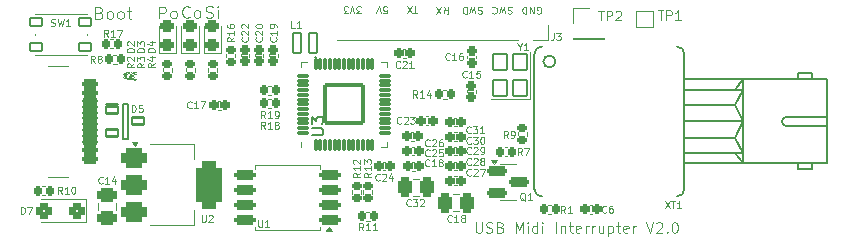
<source format=gto>
G04 #@! TF.GenerationSoftware,KiCad,Pcbnew,8.0.4*
G04 #@! TF.CreationDate,2024-10-03T21:35:34+02:00*
G04 #@! TF.ProjectId,Midi Stick,4d696469-2053-4746-9963-6b2e6b696361,2.0*
G04 #@! TF.SameCoordinates,Original*
G04 #@! TF.FileFunction,Legend,Top*
G04 #@! TF.FilePolarity,Positive*
%FSLAX46Y46*%
G04 Gerber Fmt 4.6, Leading zero omitted, Abs format (unit mm)*
G04 Created by KiCad (PCBNEW 8.0.4) date 2024-10-03 21:35:34*
%MOMM*%
%LPD*%
G01*
G04 APERTURE LIST*
G04 Aperture macros list*
%AMRoundRect*
0 Rectangle with rounded corners*
0 $1 Rounding radius*
0 $2 $3 $4 $5 $6 $7 $8 $9 X,Y pos of 4 corners*
0 Add a 4 corners polygon primitive as box body*
4,1,4,$2,$3,$4,$5,$6,$7,$8,$9,$2,$3,0*
0 Add four circle primitives for the rounded corners*
1,1,$1+$1,$2,$3*
1,1,$1+$1,$4,$5*
1,1,$1+$1,$6,$7*
1,1,$1+$1,$8,$9*
0 Add four rect primitives between the rounded corners*
20,1,$1+$1,$2,$3,$4,$5,0*
20,1,$1+$1,$4,$5,$6,$7,0*
20,1,$1+$1,$6,$7,$8,$9,0*
20,1,$1+$1,$8,$9,$2,$3,0*%
%AMFreePoly0*
4,1,37,0.447219,0.182196,0.459342,0.171842,0.509342,0.121842,0.537849,0.065894,0.539100,0.050000,0.539100,-0.050000,0.537148,-0.069821,0.533342,-0.088955,0.518170,-0.125582,0.507331,-0.141803,0.479303,-0.169831,0.463082,-0.180670,0.426455,-0.195842,0.407321,-0.199648,0.387500,-0.201600,-0.387500,-0.201600,-0.407321,-0.199648,-0.426455,-0.195842,-0.463082,-0.180670,-0.479303,-0.169831,
-0.507331,-0.141803,-0.518170,-0.125582,-0.533342,-0.088955,-0.537148,-0.069821,-0.539100,-0.050000,-0.539100,0.050000,-0.537148,0.069821,-0.533342,0.088955,-0.518170,0.125582,-0.507331,0.141803,-0.479303,0.169831,-0.463082,0.180670,-0.426455,0.195842,-0.407321,0.199648,-0.387500,0.201600,0.387500,0.201600,0.447219,0.182196,0.447219,0.182196,$1*%
%AMFreePoly1*
4,1,37,0.407321,0.199648,0.426455,0.195842,0.463082,0.180670,0.479303,0.169831,0.507331,0.141803,0.518170,0.125582,0.533342,0.088955,0.537148,0.069821,0.539100,0.050000,0.539100,-0.050000,0.519696,-0.109719,0.509342,-0.121842,0.459342,-0.171842,0.403394,-0.200349,0.387500,-0.201600,-0.387500,-0.201600,-0.407321,-0.199648,-0.426455,-0.195842,-0.463082,-0.180670,-0.479303,-0.169831,
-0.507331,-0.141803,-0.518170,-0.125582,-0.533342,-0.088955,-0.537148,-0.069821,-0.539100,-0.050000,-0.539100,0.050000,-0.537148,0.069821,-0.533342,0.088955,-0.518170,0.125582,-0.507331,0.141803,-0.479303,0.169831,-0.463082,0.180670,-0.426455,0.195842,-0.407321,0.199648,-0.387500,0.201600,0.387500,0.201600,0.407321,0.199648,0.407321,0.199648,$1*%
%AMFreePoly2*
4,1,37,0.069821,0.537148,0.088955,0.533342,0.125582,0.518170,0.141803,0.507331,0.169831,0.479303,0.180670,0.463082,0.195842,0.426455,0.199648,0.407321,0.201600,0.387500,0.201600,-0.387500,0.199648,-0.407321,0.195842,-0.426455,0.180670,-0.463082,0.169831,-0.479303,0.141803,-0.507331,0.125582,-0.518170,0.088955,-0.533342,0.069821,-0.537148,0.050000,-0.539100,-0.050000,-0.539100,
-0.069821,-0.537148,-0.088955,-0.533342,-0.125582,-0.518170,-0.141803,-0.507331,-0.169831,-0.479303,-0.180670,-0.463082,-0.195842,-0.426455,-0.199648,-0.407321,-0.201600,-0.387500,-0.201600,0.387500,-0.182196,0.447219,-0.171842,0.459342,-0.121842,0.509342,-0.065894,0.537849,-0.050000,0.539100,0.050000,0.539100,0.069821,0.537148,0.069821,0.537148,$1*%
%AMFreePoly3*
4,1,37,0.109719,0.519696,0.121842,0.509342,0.171842,0.459342,0.200349,0.403394,0.201600,0.387500,0.201600,-0.387500,0.199648,-0.407321,0.195842,-0.426455,0.180670,-0.463082,0.169831,-0.479303,0.141803,-0.507331,0.125582,-0.518170,0.088955,-0.533342,0.069821,-0.537148,0.050000,-0.539100,-0.050000,-0.539100,-0.069821,-0.537148,-0.088955,-0.533342,-0.125582,-0.518170,-0.141803,-0.507331,
-0.169831,-0.479303,-0.180670,-0.463082,-0.195842,-0.426455,-0.199648,-0.407321,-0.201600,-0.387500,-0.201600,0.387500,-0.199648,0.407321,-0.195842,0.426455,-0.180670,0.463082,-0.169831,0.479303,-0.141803,0.507331,-0.125582,0.518170,-0.088955,0.533342,-0.069821,0.537148,-0.050000,0.539100,0.050000,0.539100,0.109719,0.519696,0.109719,0.519696,$1*%
%AMFreePoly4*
4,1,37,0.407321,0.199648,0.426455,0.195842,0.463082,0.180670,0.479303,0.169831,0.507331,0.141803,0.518170,0.125582,0.533342,0.088955,0.537148,0.069821,0.539100,0.050000,0.539100,-0.050000,0.537148,-0.069821,0.533342,-0.088955,0.518170,-0.125582,0.507331,-0.141803,0.479303,-0.169831,0.463082,-0.180670,0.426455,-0.195842,0.407321,-0.199648,0.387500,-0.201600,-0.387500,-0.201600,
-0.447219,-0.182196,-0.459342,-0.171842,-0.509342,-0.121842,-0.537849,-0.065894,-0.539100,-0.050000,-0.539100,0.050000,-0.537148,0.069821,-0.533342,0.088955,-0.518170,0.125582,-0.507331,0.141803,-0.479303,0.169831,-0.463082,0.180670,-0.426455,0.195842,-0.407321,0.199648,-0.387500,0.201600,0.387500,0.201600,0.407321,0.199648,0.407321,0.199648,$1*%
%AMFreePoly5*
4,1,37,0.407321,0.199648,0.426455,0.195842,0.463082,0.180670,0.479303,0.169831,0.507331,0.141803,0.518170,0.125582,0.533342,0.088955,0.537148,0.069821,0.539100,0.050000,0.539100,-0.050000,0.537148,-0.069821,0.533342,-0.088955,0.518170,-0.125582,0.507331,-0.141803,0.479303,-0.169831,0.463082,-0.180670,0.426455,-0.195842,0.407321,-0.199648,0.387500,-0.201600,-0.387500,-0.201600,
-0.407321,-0.199648,-0.426455,-0.195842,-0.463082,-0.180670,-0.479303,-0.169831,-0.507331,-0.141803,-0.518170,-0.125582,-0.533342,-0.088955,-0.537148,-0.069821,-0.539100,-0.050000,-0.539100,0.050000,-0.519696,0.109719,-0.509342,0.121842,-0.459342,0.171842,-0.403394,0.200349,-0.387500,0.201600,0.387500,0.201600,0.407321,0.199648,0.407321,0.199648,$1*%
%AMFreePoly6*
4,1,37,0.069821,0.537148,0.088955,0.533342,0.125582,0.518170,0.141803,0.507331,0.169831,0.479303,0.180670,0.463082,0.195842,0.426455,0.199648,0.407321,0.201600,0.387500,0.201600,-0.387500,0.182196,-0.447219,0.171842,-0.459342,0.121842,-0.509342,0.065894,-0.537849,0.050000,-0.539100,-0.050000,-0.539100,-0.069821,-0.537148,-0.088955,-0.533342,-0.125582,-0.518170,-0.141803,-0.507331,
-0.169831,-0.479303,-0.180670,-0.463082,-0.195842,-0.426455,-0.199648,-0.407321,-0.201600,-0.387500,-0.201600,0.387500,-0.199648,0.407321,-0.195842,0.426455,-0.180670,0.463082,-0.169831,0.479303,-0.141803,0.507331,-0.125582,0.518170,-0.088955,0.533342,-0.069821,0.537148,-0.050000,0.539100,0.050000,0.539100,0.069821,0.537148,0.069821,0.537148,$1*%
%AMFreePoly7*
4,1,37,0.069821,0.537148,0.088955,0.533342,0.125582,0.518170,0.141803,0.507331,0.169831,0.479303,0.180670,0.463082,0.195842,0.426455,0.199648,0.407321,0.201600,0.387500,0.201600,-0.387500,0.199648,-0.407321,0.195842,-0.426455,0.180670,-0.463082,0.169831,-0.479303,0.141803,-0.507331,0.125582,-0.518170,0.088955,-0.533342,0.069821,-0.537148,0.050000,-0.539100,-0.050000,-0.539100,
-0.109719,-0.519696,-0.121842,-0.509342,-0.171842,-0.459342,-0.200349,-0.403394,-0.201600,-0.387500,-0.201600,0.387500,-0.199648,0.407321,-0.195842,0.426455,-0.180670,0.463082,-0.169831,0.479303,-0.141803,0.507331,-0.125582,0.518170,-0.088955,0.533342,-0.069821,0.537148,-0.050000,0.539100,0.050000,0.539100,0.069821,0.537148,0.069821,0.537148,$1*%
G04 Aperture macros list end*
%ADD10C,0.000000*%
%ADD11C,0.100000*%
%ADD12C,0.125000*%
%ADD13C,0.150000*%
%ADD14C,0.120000*%
%ADD15C,0.200000*%
%ADD16C,0.152400*%
%ADD17C,0.191421*%
%ADD18RoundRect,0.190800X-0.190800X-0.220800X0.190800X-0.220800X0.190800X0.220800X-0.190800X0.220800X0*%
%ADD19RoundRect,0.190800X0.220800X-0.190800X0.220800X0.190800X-0.220800X0.190800X-0.220800X-0.190800X0*%
%ADD20RoundRect,0.101600X0.525000X-0.300000X0.525000X0.300000X-0.525000X0.300000X-0.525000X-0.300000X0*%
%ADD21RoundRect,0.300800X0.300800X0.525800X-0.300800X0.525800X-0.300800X-0.525800X0.300800X-0.525800X0*%
%ADD22RoundRect,0.185800X-0.235800X0.185800X-0.235800X-0.185800X0.235800X-0.185800X0.235800X0.185800X0*%
%ADD23RoundRect,0.185800X-0.185800X-0.235800X0.185800X-0.235800X0.185800X0.235800X-0.185800X0.235800X0*%
%ADD24RoundRect,0.185800X0.185800X0.235800X-0.185800X0.235800X-0.185800X-0.235800X0.185800X-0.235800X0*%
%ADD25RoundRect,0.185800X0.235800X-0.185800X0.235800X0.185800X-0.235800X0.185800X-0.235800X-0.185800X0*%
%ADD26RoundRect,0.300800X0.525800X-0.300800X0.525800X0.300800X-0.525800X0.300800X-0.525800X-0.300800X0*%
%ADD27RoundRect,0.200800X0.700800X0.200800X-0.700800X0.200800X-0.700800X-0.200800X0.700800X-0.200800X0*%
%ADD28C,1.203200*%
%ADD29RoundRect,0.101600X0.600000X-0.700000X0.600000X0.700000X-0.600000X0.700000X-0.600000X-0.700000X0*%
%ADD30C,1.903200*%
%ADD31RoundRect,0.190800X0.190800X0.220800X-0.190800X0.220800X-0.190800X-0.220800X0.190800X-0.220800X0*%
%ADD32RoundRect,0.269550X0.307050X-0.269550X0.307050X0.269550X-0.307050X0.269550X-0.307050X-0.269550X0*%
%ADD33RoundRect,0.296182X0.355418X0.355418X-0.355418X0.355418X-0.355418X-0.355418X0.355418X-0.355418X0*%
%ADD34C,1.524800*%
%ADD35RoundRect,0.190800X-0.220800X0.190800X-0.220800X-0.190800X0.220800X-0.190800X0.220800X0.190800X0*%
%ADD36RoundRect,0.200800X-0.638300X-0.200800X0.638300X-0.200800X0.638300X0.200800X-0.638300X0.200800X0*%
%ADD37FreePoly0,90.000000*%
%ADD38RoundRect,0.100800X0.100800X-0.438300X0.100800X0.438300X-0.100800X0.438300X-0.100800X-0.438300X0*%
%ADD39FreePoly1,90.000000*%
%ADD40FreePoly2,90.000000*%
%ADD41RoundRect,0.100800X0.438300X-0.100800X0.438300X0.100800X-0.438300X0.100800X-0.438300X-0.100800X0*%
%ADD42FreePoly3,90.000000*%
%ADD43FreePoly4,90.000000*%
%ADD44FreePoly5,90.000000*%
%ADD45FreePoly6,90.000000*%
%ADD46FreePoly7,90.000000*%
%ADD47RoundRect,0.162144X1.639456X1.639456X-1.639456X1.639456X-1.639456X-1.639456X1.639456X-1.639456X0*%
%ADD48RoundRect,0.101600X-0.525000X-0.325000X0.525000X-0.325000X0.525000X0.325000X-0.525000X0.325000X0*%
%ADD49O,1.903200X1.903200*%
%ADD50RoundRect,0.101600X0.350000X0.850000X-0.350000X0.850000X-0.350000X-0.850000X0.350000X-0.850000X0*%
%ADD51C,0.853200*%
%ADD52RoundRect,0.200800X-0.475800X0.200800X-0.475800X-0.200800X0.475800X-0.200800X0.475800X0.200800X0*%
%ADD53RoundRect,0.125800X-0.550800X0.125800X-0.550800X-0.125800X0.550800X-0.125800X0.550800X0.125800X0*%
%ADD54O,2.303200X1.203200*%
%ADD55O,2.003200X1.203200*%
%ADD56RoundRect,0.425800X-0.675800X-0.425800X0.675800X-0.425800X0.675800X0.425800X-0.675800X0.425800X0*%
%ADD57RoundRect,0.550800X-0.550800X-1.450800X0.550800X-1.450800X0.550800X1.450800X-0.550800X1.450800X0*%
G04 APERTURE END LIST*
D10*
G36*
X86105267Y-59471909D02*
G01*
X86107494Y-59472200D01*
X86109601Y-59472693D01*
X86111577Y-59473405D01*
X86113413Y-59474352D01*
X86115097Y-59475549D01*
X86116618Y-59477013D01*
X86117967Y-59478760D01*
X86119132Y-59480806D01*
X86120103Y-59483168D01*
X86120870Y-59485860D01*
X86121420Y-59488901D01*
X86121745Y-59492304D01*
X86121833Y-59496088D01*
X86121884Y-59497877D01*
X86121799Y-59499504D01*
X86121589Y-59500970D01*
X86121265Y-59502282D01*
X86120840Y-59503441D01*
X86120323Y-59504454D01*
X86119728Y-59505323D01*
X86119065Y-59506053D01*
X86118346Y-59506648D01*
X86117583Y-59507112D01*
X86116786Y-59507449D01*
X86115968Y-59507663D01*
X86115140Y-59507758D01*
X86114314Y-59507738D01*
X86113500Y-59507607D01*
X86112712Y-59507370D01*
X86111959Y-59507029D01*
X86111254Y-59506591D01*
X86110608Y-59506057D01*
X86110032Y-59505433D01*
X86109539Y-59504723D01*
X86109139Y-59503930D01*
X86108844Y-59503058D01*
X86108666Y-59502113D01*
X86108616Y-59501097D01*
X86108706Y-59500014D01*
X86108947Y-59498870D01*
X86109351Y-59497668D01*
X86109929Y-59496411D01*
X86110692Y-59495105D01*
X86111653Y-59493752D01*
X86112823Y-59492358D01*
X86112158Y-59489994D01*
X86111192Y-59487907D01*
X86109945Y-59486087D01*
X86108437Y-59484523D01*
X86106686Y-59483205D01*
X86104712Y-59482122D01*
X86102536Y-59481266D01*
X86100177Y-59480624D01*
X86097654Y-59480188D01*
X86094987Y-59479947D01*
X86092196Y-59479891D01*
X86089301Y-59480008D01*
X86086320Y-59480291D01*
X86083274Y-59480727D01*
X86077065Y-59482019D01*
X86070831Y-59483805D01*
X86064728Y-59486002D01*
X86058915Y-59488529D01*
X86053547Y-59491302D01*
X86048783Y-59494241D01*
X86046676Y-59495747D01*
X86044778Y-59497264D01*
X86043111Y-59498780D01*
X86041692Y-59500288D01*
X86040542Y-59501775D01*
X86039680Y-59503231D01*
X86038836Y-59505559D01*
X86038323Y-59507628D01*
X86038119Y-59509452D01*
X86038200Y-59511046D01*
X86038544Y-59512424D01*
X86039127Y-59513602D01*
X86039927Y-59514593D01*
X86040920Y-59515412D01*
X86042085Y-59516075D01*
X86043396Y-59516594D01*
X86044833Y-59516986D01*
X86046371Y-59517265D01*
X86049660Y-59517540D01*
X86053080Y-59517537D01*
X86059578Y-59517162D01*
X86062288Y-59517023D01*
X86064394Y-59517073D01*
X86065162Y-59517205D01*
X86065711Y-59517427D01*
X86066017Y-59517756D01*
X86066056Y-59518204D01*
X86065807Y-59518786D01*
X86065246Y-59519518D01*
X86064349Y-59520414D01*
X86063095Y-59521488D01*
X86060225Y-59523478D01*
X86057467Y-59524961D01*
X86054826Y-59525967D01*
X86052307Y-59526527D01*
X86049918Y-59526671D01*
X86047662Y-59526428D01*
X86045546Y-59525829D01*
X86043575Y-59524904D01*
X86041755Y-59523684D01*
X86040092Y-59522198D01*
X86038590Y-59520477D01*
X86037256Y-59518550D01*
X86036095Y-59516449D01*
X86035113Y-59514202D01*
X86034315Y-59511841D01*
X86033707Y-59509396D01*
X86033295Y-59506896D01*
X86033083Y-59504371D01*
X86033079Y-59501853D01*
X86033286Y-59499371D01*
X86033712Y-59496955D01*
X86034361Y-59494636D01*
X86035238Y-59492444D01*
X86036351Y-59490408D01*
X86037703Y-59488559D01*
X86039301Y-59486927D01*
X86041151Y-59485543D01*
X86043257Y-59484436D01*
X86045626Y-59483637D01*
X86048263Y-59483176D01*
X86051174Y-59483083D01*
X86054364Y-59483388D01*
X86059406Y-59482302D01*
X86064736Y-59480865D01*
X86075916Y-59477453D01*
X86081596Y-59475736D01*
X86087222Y-59474184D01*
X86092711Y-59472925D01*
X86097975Y-59472089D01*
X86100497Y-59471870D01*
X86102931Y-59471804D01*
X86105267Y-59471909D01*
G37*
G36*
X85925702Y-59663034D02*
G01*
X85926688Y-59663236D01*
X85927546Y-59663508D01*
X85928269Y-59663850D01*
X85928850Y-59664263D01*
X85929281Y-59664750D01*
X85929557Y-59665311D01*
X85929669Y-59665949D01*
X85929610Y-59666664D01*
X85929373Y-59667457D01*
X85928952Y-59668331D01*
X85933500Y-59668819D01*
X85934949Y-59669170D01*
X85935891Y-59669586D01*
X85936357Y-59670061D01*
X85936379Y-59670591D01*
X85935989Y-59671169D01*
X85935218Y-59671790D01*
X85932664Y-59673142D01*
X85928970Y-59674602D01*
X85924390Y-59676129D01*
X85919179Y-59677679D01*
X85907882Y-59680679D01*
X85897112Y-59683260D01*
X85885295Y-59685794D01*
X85882846Y-59685539D01*
X85880347Y-59685128D01*
X85877881Y-59684578D01*
X85875529Y-59683909D01*
X85873375Y-59683137D01*
X85871498Y-59682282D01*
X85870691Y-59681828D01*
X85869983Y-59681360D01*
X85869386Y-59680881D01*
X85868910Y-59680391D01*
X85868565Y-59679895D01*
X85868361Y-59679393D01*
X85868309Y-59678888D01*
X85868419Y-59678383D01*
X85868701Y-59677879D01*
X85869165Y-59677379D01*
X85869822Y-59676886D01*
X85870682Y-59676401D01*
X85871755Y-59675926D01*
X85873050Y-59675464D01*
X85874580Y-59675018D01*
X85876353Y-59674589D01*
X85878381Y-59674180D01*
X85880672Y-59673793D01*
X85883238Y-59673430D01*
X85886089Y-59673094D01*
X85890109Y-59671232D01*
X85894217Y-59669526D01*
X85898355Y-59667985D01*
X85902466Y-59666623D01*
X85906493Y-59665450D01*
X85910379Y-59664478D01*
X85914068Y-59663719D01*
X85917501Y-59663183D01*
X85920623Y-59662883D01*
X85923375Y-59662829D01*
X85925702Y-59663034D01*
G37*
G36*
X85843189Y-59685104D02*
G01*
X85844856Y-59685275D01*
X85846455Y-59685574D01*
X85847980Y-59686010D01*
X85849427Y-59686592D01*
X85850791Y-59687330D01*
X85852067Y-59688231D01*
X85853249Y-59689305D01*
X85854333Y-59690561D01*
X85855924Y-59698245D01*
X85856380Y-59701183D01*
X85856620Y-59703570D01*
X85856652Y-59705443D01*
X85856484Y-59706841D01*
X85856125Y-59707802D01*
X85855581Y-59708365D01*
X85854862Y-59708567D01*
X85853976Y-59708447D01*
X85852929Y-59708043D01*
X85851731Y-59707394D01*
X85848913Y-59705510D01*
X85845584Y-59703102D01*
X85841809Y-59700476D01*
X85837653Y-59697937D01*
X85835452Y-59696796D01*
X85833180Y-59695792D01*
X85830844Y-59694962D01*
X85828453Y-59694346D01*
X85826015Y-59693980D01*
X85823538Y-59693904D01*
X85821029Y-59694156D01*
X85818498Y-59694774D01*
X85815951Y-59695796D01*
X85813398Y-59697260D01*
X85810845Y-59699205D01*
X85808302Y-59701669D01*
X85805415Y-59701669D01*
X85802835Y-59701822D01*
X85800545Y-59702122D01*
X85798532Y-59702562D01*
X85796782Y-59703136D01*
X85795279Y-59703837D01*
X85794009Y-59704660D01*
X85792958Y-59705596D01*
X85792112Y-59706640D01*
X85791454Y-59707785D01*
X85790972Y-59709025D01*
X85790651Y-59710352D01*
X85790475Y-59711761D01*
X85790432Y-59713246D01*
X85790505Y-59714798D01*
X85790681Y-59716413D01*
X85791282Y-59719801D01*
X85792120Y-59723358D01*
X85794039Y-59730771D01*
X85794888Y-59734522D01*
X85795234Y-59736386D01*
X85795509Y-59738233D01*
X85795697Y-59740057D01*
X85795785Y-59741852D01*
X85795758Y-59743610D01*
X85795602Y-59745325D01*
X85794433Y-59744982D01*
X85793256Y-59744367D01*
X85792080Y-59743502D01*
X85790913Y-59742404D01*
X85789763Y-59741093D01*
X85788638Y-59739589D01*
X85787548Y-59737911D01*
X85786499Y-59736078D01*
X85784563Y-59732027D01*
X85782894Y-59727589D01*
X85781561Y-59722921D01*
X85780629Y-59718177D01*
X85780334Y-59715825D01*
X85780165Y-59713513D01*
X85780129Y-59711259D01*
X85780235Y-59709083D01*
X85780491Y-59707005D01*
X85780906Y-59705043D01*
X85781488Y-59703217D01*
X85782244Y-59701547D01*
X85783185Y-59700052D01*
X85784317Y-59698751D01*
X85785649Y-59697664D01*
X85787189Y-59696810D01*
X85788947Y-59696209D01*
X85790929Y-59695879D01*
X85793144Y-59695841D01*
X85795602Y-59696113D01*
X85799284Y-59695599D01*
X85803151Y-59694774D01*
X85807162Y-59693707D01*
X85811277Y-59692471D01*
X85819662Y-59689779D01*
X85823853Y-59688466D01*
X85827988Y-59687271D01*
X85832030Y-59686266D01*
X85835937Y-59685522D01*
X85839670Y-59685110D01*
X85841459Y-59685052D01*
X85843189Y-59685104D01*
G37*
G36*
X85875886Y-59697665D02*
G01*
X85877259Y-59698447D01*
X85878766Y-59699714D01*
X85880405Y-59701505D01*
X85882173Y-59703858D01*
X85884069Y-59706810D01*
X85886089Y-59710400D01*
X85890638Y-59709277D01*
X85895186Y-59708359D01*
X85899699Y-59707632D01*
X85904141Y-59707083D01*
X85908477Y-59706699D01*
X85912674Y-59706467D01*
X85916695Y-59706373D01*
X85920507Y-59706405D01*
X85924074Y-59706550D01*
X85927361Y-59706793D01*
X85930335Y-59707123D01*
X85932959Y-59707526D01*
X85935200Y-59707989D01*
X85937021Y-59708499D01*
X85938390Y-59709043D01*
X85939270Y-59709606D01*
X85933744Y-59712392D01*
X85928246Y-59714929D01*
X85925501Y-59716094D01*
X85922756Y-59717185D01*
X85920009Y-59718197D01*
X85917258Y-59719127D01*
X85914500Y-59719970D01*
X85911733Y-59720722D01*
X85908955Y-59721380D01*
X85906164Y-59721938D01*
X85903357Y-59722393D01*
X85900532Y-59722742D01*
X85897687Y-59722979D01*
X85894820Y-59723100D01*
X85891896Y-59724614D01*
X85889166Y-59725624D01*
X85886628Y-59726169D01*
X85884279Y-59726286D01*
X85882118Y-59726013D01*
X85880141Y-59725389D01*
X85878347Y-59724451D01*
X85876734Y-59723237D01*
X85875298Y-59721787D01*
X85874038Y-59720136D01*
X85872952Y-59718325D01*
X85872036Y-59716390D01*
X85871290Y-59714370D01*
X85870709Y-59712303D01*
X85870293Y-59710226D01*
X85870039Y-59708179D01*
X85869944Y-59706198D01*
X85870006Y-59704323D01*
X85870223Y-59702590D01*
X85870593Y-59701039D01*
X85871113Y-59699707D01*
X85871781Y-59698632D01*
X85872595Y-59697852D01*
X85873552Y-59697406D01*
X85874650Y-59697331D01*
X85875886Y-59697665D01*
G37*
G36*
X85799801Y-59765257D02*
G01*
X85801158Y-59765963D01*
X85801235Y-59769325D01*
X85801460Y-59772514D01*
X85801829Y-59775531D01*
X85802341Y-59778376D01*
X85802989Y-59781051D01*
X85803771Y-59783556D01*
X85804684Y-59785892D01*
X85805723Y-59788060D01*
X85806885Y-59790060D01*
X85808166Y-59791894D01*
X85809563Y-59793562D01*
X85811072Y-59795064D01*
X85812689Y-59796403D01*
X85814410Y-59797578D01*
X85816233Y-59798590D01*
X85818153Y-59799440D01*
X85820167Y-59800129D01*
X85822270Y-59800658D01*
X85824461Y-59801027D01*
X85826733Y-59801238D01*
X85829085Y-59801291D01*
X85831513Y-59801186D01*
X85834012Y-59800926D01*
X85836579Y-59800509D01*
X85839211Y-59799938D01*
X85841904Y-59799213D01*
X85844654Y-59798335D01*
X85847457Y-59797304D01*
X85850311Y-59796122D01*
X85853210Y-59794789D01*
X85856152Y-59793306D01*
X85859133Y-59791673D01*
X85860219Y-59791192D01*
X85861136Y-59790524D01*
X85861896Y-59789689D01*
X85862512Y-59788707D01*
X85862997Y-59787596D01*
X85863362Y-59786376D01*
X85863621Y-59785066D01*
X85863786Y-59783685D01*
X85863882Y-59780789D01*
X85863751Y-59777842D01*
X85863203Y-59772411D01*
X85862986Y-59770234D01*
X85862938Y-59768623D01*
X85863010Y-59768078D01*
X85863161Y-59767731D01*
X85863404Y-59767603D01*
X85863753Y-59767713D01*
X85864218Y-59768080D01*
X85864813Y-59768722D01*
X85866442Y-59770913D01*
X85868738Y-59774440D01*
X85871802Y-59779456D01*
X85873512Y-59781926D01*
X85874763Y-59784227D01*
X85875579Y-59786365D01*
X85875985Y-59788348D01*
X85876003Y-59790183D01*
X85875658Y-59791878D01*
X85874973Y-59793439D01*
X85873972Y-59794874D01*
X85872679Y-59796191D01*
X85871118Y-59797396D01*
X85869312Y-59798497D01*
X85867285Y-59799501D01*
X85865062Y-59800416D01*
X85862665Y-59801248D01*
X85857447Y-59802693D01*
X85851822Y-59803897D01*
X85845981Y-59804915D01*
X85834408Y-59806633D01*
X85829057Y-59807447D01*
X85824251Y-59808310D01*
X85820179Y-59809279D01*
X85818479Y-59809822D01*
X85817033Y-59810413D01*
X85815452Y-59811102D01*
X85813892Y-59811389D01*
X85812358Y-59811299D01*
X85810853Y-59810859D01*
X85809384Y-59810097D01*
X85807955Y-59809039D01*
X85806571Y-59807712D01*
X85805237Y-59806143D01*
X85803959Y-59804360D01*
X85802740Y-59802388D01*
X85800503Y-59797989D01*
X85798565Y-59793161D01*
X85796967Y-59788120D01*
X85795748Y-59783081D01*
X85794947Y-59778260D01*
X85794605Y-59773871D01*
X85794618Y-59771907D01*
X85794761Y-59770131D01*
X85795038Y-59768571D01*
X85795454Y-59767255D01*
X85796015Y-59766208D01*
X85796725Y-59765458D01*
X85797590Y-59765031D01*
X85798613Y-59764955D01*
X85799801Y-59765257D01*
G37*
G36*
X85658926Y-59586592D02*
G01*
X85660802Y-59587237D01*
X85662519Y-59588205D01*
X85664086Y-59589476D01*
X85665507Y-59591029D01*
X85666789Y-59592842D01*
X85667940Y-59594893D01*
X85668964Y-59597162D01*
X85669870Y-59599628D01*
X85670664Y-59602269D01*
X85671351Y-59605064D01*
X85671939Y-59607991D01*
X85672842Y-59614160D01*
X85673425Y-59620605D01*
X85673740Y-59627157D01*
X85673839Y-59633645D01*
X85673775Y-59639901D01*
X85673364Y-59651035D01*
X85673990Y-59653778D01*
X85674479Y-59656492D01*
X85674840Y-59659176D01*
X85675083Y-59661833D01*
X85675253Y-59667070D01*
X85675067Y-59672215D01*
X85674603Y-59677279D01*
X85673938Y-59682274D01*
X85672319Y-59692106D01*
X85670830Y-59701804D01*
X85670328Y-59706632D01*
X85670093Y-59711462D01*
X85670201Y-59716306D01*
X85670408Y-59718737D01*
X85670731Y-59721175D01*
X85671178Y-59723623D01*
X85671759Y-59726082D01*
X85672485Y-59728553D01*
X85673364Y-59731038D01*
X85677008Y-59740441D01*
X85678775Y-59745439D01*
X85680465Y-59750594D01*
X85682047Y-59755876D01*
X85683492Y-59761253D01*
X85684768Y-59766696D01*
X85685847Y-59772174D01*
X85686696Y-59777656D01*
X85687286Y-59783112D01*
X85687586Y-59788511D01*
X85687567Y-59793823D01*
X85687197Y-59799017D01*
X85686447Y-59804063D01*
X85685285Y-59808930D01*
X85684541Y-59811287D01*
X85683683Y-59813588D01*
X85683477Y-59813797D01*
X85683266Y-59813988D01*
X85683050Y-59814162D01*
X85682830Y-59814320D01*
X85682606Y-59814461D01*
X85682377Y-59814588D01*
X85682145Y-59814701D01*
X85681909Y-59814800D01*
X85681670Y-59814886D01*
X85681428Y-59814960D01*
X85681183Y-59815024D01*
X85680935Y-59815077D01*
X85680432Y-59815155D01*
X85679921Y-59815201D01*
X85675745Y-59815175D01*
X85673477Y-59814742D01*
X85671308Y-59814079D01*
X85669237Y-59813199D01*
X85667263Y-59812113D01*
X85665383Y-59810833D01*
X85663598Y-59809370D01*
X85661905Y-59807736D01*
X85660303Y-59805942D01*
X85658790Y-59804001D01*
X85657364Y-59801923D01*
X85656026Y-59799720D01*
X85654772Y-59797404D01*
X85653601Y-59794986D01*
X85652513Y-59792478D01*
X85651505Y-59789892D01*
X85650576Y-59787238D01*
X85648949Y-59781777D01*
X85647621Y-59776187D01*
X85646580Y-59770561D01*
X85645814Y-59764992D01*
X85645311Y-59759571D01*
X85645060Y-59754392D01*
X85645049Y-59749548D01*
X85645266Y-59745131D01*
X85645921Y-59742353D01*
X85646384Y-59739676D01*
X85646666Y-59737094D01*
X85646778Y-59734600D01*
X85646734Y-59732188D01*
X85646543Y-59729852D01*
X85646219Y-59727586D01*
X85645773Y-59725382D01*
X85645216Y-59723234D01*
X85644561Y-59721136D01*
X85643001Y-59717066D01*
X85641187Y-59713118D01*
X85639213Y-59709243D01*
X85635159Y-59701504D01*
X85633268Y-59697537D01*
X85631591Y-59693438D01*
X85630863Y-59691322D01*
X85630224Y-59689154D01*
X85629686Y-59686927D01*
X85629260Y-59684635D01*
X85628958Y-59682271D01*
X85628792Y-59679830D01*
X85628774Y-59677304D01*
X85628915Y-59674687D01*
X85627497Y-59653093D01*
X85627285Y-59647818D01*
X85627198Y-59642590D01*
X85627270Y-59637411D01*
X85627538Y-59632280D01*
X85628034Y-59627197D01*
X85628794Y-59622161D01*
X85629852Y-59617172D01*
X85631243Y-59612230D01*
X85633001Y-59607334D01*
X85635160Y-59602485D01*
X85637755Y-59597682D01*
X85640820Y-59592925D01*
X85643985Y-59590709D01*
X85646947Y-59588966D01*
X85649711Y-59587674D01*
X85652284Y-59586812D01*
X85654673Y-59586358D01*
X85656885Y-59586292D01*
X85658926Y-59586592D01*
G37*
G36*
X86006296Y-59721198D02*
G01*
X86007203Y-59721717D01*
X86008110Y-59722613D01*
X86009006Y-59723909D01*
X86009878Y-59725629D01*
X86010712Y-59727795D01*
X86011497Y-59730429D01*
X86012219Y-59733556D01*
X86012866Y-59737198D01*
X86013425Y-59741378D01*
X86013883Y-59746119D01*
X86014198Y-59746369D01*
X86014498Y-59746662D01*
X86014781Y-59746993D01*
X86015047Y-59747359D01*
X86015295Y-59747757D01*
X86015523Y-59748185D01*
X86015732Y-59748638D01*
X86015920Y-59749113D01*
X86016088Y-59749608D01*
X86016233Y-59750119D01*
X86016454Y-59751175D01*
X86016528Y-59751714D01*
X86016578Y-59752256D01*
X86016601Y-59752797D01*
X86016598Y-59753335D01*
X86016567Y-59753867D01*
X86016509Y-59754388D01*
X86016421Y-59754896D01*
X86016304Y-59755388D01*
X86016156Y-59755859D01*
X86015976Y-59756308D01*
X86015765Y-59756731D01*
X86015521Y-59757124D01*
X86015244Y-59757484D01*
X86014932Y-59757809D01*
X86014584Y-59758094D01*
X86014202Y-59758337D01*
X86013782Y-59758534D01*
X86013325Y-59758682D01*
X86012830Y-59758778D01*
X86012295Y-59758819D01*
X86009968Y-59756840D01*
X86007920Y-59754734D01*
X86006141Y-59752524D01*
X86004616Y-59750232D01*
X86003334Y-59747882D01*
X86002281Y-59745496D01*
X86001445Y-59743097D01*
X86000814Y-59740709D01*
X86000374Y-59738354D01*
X86000112Y-59736055D01*
X86000017Y-59733835D01*
X86000075Y-59731717D01*
X86000273Y-59729724D01*
X86000600Y-59727879D01*
X86001042Y-59726205D01*
X86001586Y-59724725D01*
X86002221Y-59723461D01*
X86002932Y-59722437D01*
X86003708Y-59721676D01*
X86004536Y-59721201D01*
X86005403Y-59721034D01*
X86006296Y-59721198D01*
G37*
G36*
X85356518Y-59845545D02*
G01*
X85357627Y-59846238D01*
X85358655Y-59847361D01*
X85359585Y-59848935D01*
X85360402Y-59850984D01*
X85361089Y-59853531D01*
X85361630Y-59856598D01*
X85362009Y-59860208D01*
X85362209Y-59864385D01*
X85362214Y-59869150D01*
X85362797Y-59874277D01*
X85363591Y-59879365D01*
X85364570Y-59884415D01*
X85365707Y-59889433D01*
X85366975Y-59894423D01*
X85368349Y-59899388D01*
X85371308Y-59909258D01*
X85377323Y-59928873D01*
X85379956Y-59938679D01*
X85381087Y-59943595D01*
X85382058Y-59948525D01*
X85379743Y-59948660D01*
X85377557Y-59948596D01*
X85375494Y-59948340D01*
X85373548Y-59947902D01*
X85371715Y-59947289D01*
X85369990Y-59946510D01*
X85368367Y-59945573D01*
X85366841Y-59944487D01*
X85365407Y-59943259D01*
X85364060Y-59941899D01*
X85362795Y-59940415D01*
X85361606Y-59938814D01*
X85360489Y-59937107D01*
X85359437Y-59935299D01*
X85358447Y-59933401D01*
X85357513Y-59931421D01*
X85356629Y-59929366D01*
X85355791Y-59927246D01*
X85354230Y-59922842D01*
X85352790Y-59918275D01*
X85351428Y-59913612D01*
X85348775Y-59904268D01*
X85347402Y-59899720D01*
X85345942Y-59895344D01*
X85344439Y-59892487D01*
X85343227Y-59889534D01*
X85342291Y-59886506D01*
X85341615Y-59883426D01*
X85341183Y-59880317D01*
X85340977Y-59877203D01*
X85340983Y-59874106D01*
X85341183Y-59871049D01*
X85341562Y-59868055D01*
X85342103Y-59865146D01*
X85343606Y-59859678D01*
X85345565Y-59854827D01*
X85346673Y-59852690D01*
X85347847Y-59850776D01*
X85349070Y-59849108D01*
X85350325Y-59847709D01*
X85351596Y-59846601D01*
X85352867Y-59845808D01*
X85354122Y-59845352D01*
X85355344Y-59845257D01*
X85356518Y-59845545D01*
G37*
G36*
X85758589Y-59477336D02*
G01*
X85765472Y-59477848D01*
X85772374Y-59478625D01*
X85779697Y-59478617D01*
X85786985Y-59478901D01*
X85794239Y-59479451D01*
X85801461Y-59480241D01*
X85808651Y-59481245D01*
X85815812Y-59482436D01*
X85830049Y-59485274D01*
X85886089Y-59498866D01*
X85887868Y-59500321D01*
X85889652Y-59501639D01*
X85891443Y-59502825D01*
X85893240Y-59503883D01*
X85895043Y-59504818D01*
X85896853Y-59505635D01*
X85898669Y-59506337D01*
X85900492Y-59506930D01*
X85902322Y-59507418D01*
X85904158Y-59507806D01*
X85906001Y-59508097D01*
X85907851Y-59508297D01*
X85909708Y-59508410D01*
X85911572Y-59508441D01*
X85915322Y-59508273D01*
X85919100Y-59507830D01*
X85922908Y-59507147D01*
X85926747Y-59506262D01*
X85930616Y-59505210D01*
X85934517Y-59504027D01*
X85938450Y-59502750D01*
X85946414Y-59500056D01*
X85958808Y-59496160D01*
X85965501Y-59494222D01*
X85972365Y-59492439D01*
X85979283Y-59490919D01*
X85986136Y-59489773D01*
X85992805Y-59489110D01*
X85999172Y-59489042D01*
X86002204Y-59489265D01*
X86005117Y-59489678D01*
X86007896Y-59490294D01*
X86010524Y-59491127D01*
X86012988Y-59492191D01*
X86015272Y-59493500D01*
X86017363Y-59495068D01*
X86019244Y-59496907D01*
X86020902Y-59499033D01*
X86022321Y-59501459D01*
X86023487Y-59504197D01*
X86024384Y-59507263D01*
X86024999Y-59510671D01*
X86025315Y-59514432D01*
X86025319Y-59518563D01*
X86024995Y-59523075D01*
X86022302Y-59524327D01*
X86019696Y-59525440D01*
X86017176Y-59526418D01*
X86014740Y-59527260D01*
X86012387Y-59527968D01*
X86010116Y-59528544D01*
X86007924Y-59528987D01*
X86005809Y-59529301D01*
X86003771Y-59529485D01*
X86001808Y-59529541D01*
X85999917Y-59529471D01*
X85998098Y-59529275D01*
X85996349Y-59528955D01*
X85994668Y-59528511D01*
X85993053Y-59527946D01*
X85991503Y-59527260D01*
X85990017Y-59526454D01*
X85988592Y-59525530D01*
X85987226Y-59524489D01*
X85985920Y-59523332D01*
X85984670Y-59522061D01*
X85983475Y-59520676D01*
X85982333Y-59519179D01*
X85981243Y-59517570D01*
X85980204Y-59515852D01*
X85979213Y-59514025D01*
X85977370Y-59510050D01*
X85975702Y-59505655D01*
X85974195Y-59500850D01*
X85975044Y-59504115D01*
X85975739Y-59507266D01*
X85976282Y-59510305D01*
X85976674Y-59513232D01*
X85976917Y-59516049D01*
X85977011Y-59518755D01*
X85976958Y-59521352D01*
X85976758Y-59523841D01*
X85976414Y-59526222D01*
X85975926Y-59528497D01*
X85975296Y-59530666D01*
X85974525Y-59532729D01*
X85973614Y-59534689D01*
X85972564Y-59536545D01*
X85971376Y-59538299D01*
X85970053Y-59539951D01*
X85968594Y-59541502D01*
X85967001Y-59542954D01*
X85965276Y-59544306D01*
X85963419Y-59545559D01*
X85961432Y-59546716D01*
X85959317Y-59547775D01*
X85957073Y-59548739D01*
X85954703Y-59549608D01*
X85952207Y-59550382D01*
X85949588Y-59551063D01*
X85946845Y-59551652D01*
X85943981Y-59552149D01*
X85940997Y-59552556D01*
X85937893Y-59552872D01*
X85931333Y-59553238D01*
X85910500Y-59558428D01*
X85889948Y-59563807D01*
X85849349Y-59574796D01*
X85808864Y-59585522D01*
X85788454Y-59590575D01*
X85767820Y-59595306D01*
X85768129Y-59592079D01*
X85768324Y-59588985D01*
X85768407Y-59586027D01*
X85768377Y-59583205D01*
X85768237Y-59580521D01*
X85767985Y-59577979D01*
X85767624Y-59575578D01*
X85767153Y-59573322D01*
X85766574Y-59571212D01*
X85765887Y-59569250D01*
X85765093Y-59567437D01*
X85764193Y-59565775D01*
X85763187Y-59564267D01*
X85762077Y-59562914D01*
X85760862Y-59561717D01*
X85759543Y-59560680D01*
X85758122Y-59559802D01*
X85756599Y-59559087D01*
X85754974Y-59558536D01*
X85753249Y-59558151D01*
X85751424Y-59557934D01*
X85749500Y-59557886D01*
X85747477Y-59558009D01*
X85745356Y-59558306D01*
X85743139Y-59558777D01*
X85740825Y-59559426D01*
X85738415Y-59560252D01*
X85735911Y-59561260D01*
X85733312Y-59562449D01*
X85730620Y-59563822D01*
X85727835Y-59565381D01*
X85724958Y-59567128D01*
X85720959Y-59566825D01*
X85717242Y-59566737D01*
X85713795Y-59566859D01*
X85710609Y-59567182D01*
X85707672Y-59567700D01*
X85704975Y-59568407D01*
X85702507Y-59569294D01*
X85700257Y-59570356D01*
X85698215Y-59571585D01*
X85696370Y-59572974D01*
X85694712Y-59574517D01*
X85693230Y-59576206D01*
X85691915Y-59578034D01*
X85690754Y-59579995D01*
X85689739Y-59582081D01*
X85688858Y-59584286D01*
X85688101Y-59586602D01*
X85687457Y-59589024D01*
X85686916Y-59591543D01*
X85686468Y-59594152D01*
X85685806Y-59599616D01*
X85685389Y-59605360D01*
X85684477Y-59630022D01*
X85684477Y-59635788D01*
X85683722Y-59641229D01*
X85683056Y-59644762D01*
X85682475Y-59646581D01*
X85682214Y-59646909D01*
X85681972Y-59646882D01*
X85681750Y-59646524D01*
X85681545Y-59645860D01*
X85681189Y-59643712D01*
X85680899Y-59640631D01*
X85680672Y-59636815D01*
X85680386Y-59627755D01*
X85680295Y-59618095D01*
X85680366Y-59609400D01*
X85680563Y-59603233D01*
X85682562Y-59598230D01*
X85683878Y-59593942D01*
X85684558Y-59590324D01*
X85684646Y-59587327D01*
X85684189Y-59584905D01*
X85683234Y-59583012D01*
X85681825Y-59581600D01*
X85680009Y-59580623D01*
X85677832Y-59580035D01*
X85675340Y-59579788D01*
X85672578Y-59579835D01*
X85669592Y-59580131D01*
X85663135Y-59581279D01*
X85656334Y-59582858D01*
X85649559Y-59584494D01*
X85643175Y-59585812D01*
X85637551Y-59586439D01*
X85635139Y-59586377D01*
X85633055Y-59586002D01*
X85631344Y-59585266D01*
X85630052Y-59584124D01*
X85629226Y-59582529D01*
X85628911Y-59580434D01*
X85629154Y-59577792D01*
X85630000Y-59574556D01*
X85631495Y-59570680D01*
X85633685Y-59566117D01*
X85633530Y-59563613D01*
X85633511Y-59561104D01*
X85633623Y-59558595D01*
X85633860Y-59556088D01*
X85634216Y-59553586D01*
X85634685Y-59551093D01*
X85635942Y-59546147D01*
X85637586Y-59541275D01*
X85639570Y-59536504D01*
X85641850Y-59531859D01*
X85644381Y-59527367D01*
X85647117Y-59523054D01*
X85650012Y-59518945D01*
X85653022Y-59515068D01*
X85656102Y-59511447D01*
X85659205Y-59508110D01*
X85662287Y-59505081D01*
X85665302Y-59502388D01*
X85668205Y-59500056D01*
X85674073Y-59496466D01*
X85680060Y-59493194D01*
X85686160Y-59490236D01*
X85692364Y-59487589D01*
X85698666Y-59485247D01*
X85705058Y-59483209D01*
X85711533Y-59481469D01*
X85718085Y-59480024D01*
X85724705Y-59478871D01*
X85731387Y-59478005D01*
X85738124Y-59477422D01*
X85744908Y-59477119D01*
X85751732Y-59477091D01*
X85758589Y-59477336D01*
G37*
G36*
X86008822Y-59777153D02*
G01*
X86010563Y-59777335D01*
X86012273Y-59777673D01*
X86013941Y-59778150D01*
X86015560Y-59778748D01*
X86017119Y-59779449D01*
X86018610Y-59780236D01*
X86020024Y-59781091D01*
X86021351Y-59781996D01*
X86023709Y-59783888D01*
X86025613Y-59785770D01*
X86026989Y-59787502D01*
X86027457Y-59788268D01*
X86027765Y-59788944D01*
X86027905Y-59789511D01*
X86027867Y-59789953D01*
X86027643Y-59790252D01*
X86027224Y-59790389D01*
X86026599Y-59790349D01*
X86025761Y-59790113D01*
X86024701Y-59789663D01*
X86023408Y-59788981D01*
X86021419Y-59788037D01*
X86019336Y-59787291D01*
X86017162Y-59786733D01*
X86014903Y-59786352D01*
X86012563Y-59786136D01*
X86010148Y-59786075D01*
X86007663Y-59786157D01*
X86005112Y-59786371D01*
X85999832Y-59787153D01*
X85994348Y-59788331D01*
X85988699Y-59789818D01*
X85982924Y-59791525D01*
X85971154Y-59795244D01*
X85965236Y-59797079D01*
X85959349Y-59798780D01*
X85953532Y-59800259D01*
X85947823Y-59801427D01*
X85942263Y-59802195D01*
X85939550Y-59802402D01*
X85936889Y-59802475D01*
X85916813Y-59807677D01*
X85896711Y-59812747D01*
X85886611Y-59815157D01*
X85876457Y-59817444D01*
X85866234Y-59819576D01*
X85855927Y-59821525D01*
X85854713Y-59821228D01*
X85853867Y-59820902D01*
X85853372Y-59820550D01*
X85853207Y-59820172D01*
X85853353Y-59819770D01*
X85853793Y-59819346D01*
X85854506Y-59818900D01*
X85855474Y-59818434D01*
X85858100Y-59817448D01*
X85861517Y-59816399D01*
X85870123Y-59814156D01*
X85890175Y-59809395D01*
X85899197Y-59807054D01*
X85902927Y-59805932D01*
X85905933Y-59804856D01*
X85949577Y-59793679D01*
X85971694Y-59788399D01*
X85983097Y-59785869D01*
X85994833Y-59783425D01*
X85996502Y-59781725D01*
X85998212Y-59780322D01*
X85999954Y-59779198D01*
X86001719Y-59778336D01*
X86003497Y-59777718D01*
X86005279Y-59777327D01*
X86007057Y-59777144D01*
X86008822Y-59777153D01*
G37*
G36*
X85754874Y-59582995D02*
G01*
X85756476Y-59598765D01*
X85758951Y-59630890D01*
X85760256Y-59647091D01*
X85761892Y-59663281D01*
X85764077Y-59679383D01*
X85765443Y-59687377D01*
X85767027Y-59695319D01*
X85769593Y-59711066D01*
X85772542Y-59726606D01*
X85775785Y-59741990D01*
X85779230Y-59757268D01*
X85786364Y-59787713D01*
X85789872Y-59802982D01*
X85793220Y-59818350D01*
X85781107Y-59821320D01*
X85768919Y-59824144D01*
X85744530Y-59829821D01*
X85732434Y-59832906D01*
X85720475Y-59836311D01*
X85714563Y-59838169D01*
X85708705Y-59840151D01*
X85702907Y-59842271D01*
X85697177Y-59844544D01*
X85654249Y-59852278D01*
X85649050Y-59853731D01*
X85644280Y-59855466D01*
X85642093Y-59856455D01*
X85640058Y-59857534D01*
X85638190Y-59858710D01*
X85636503Y-59859988D01*
X85635011Y-59861376D01*
X85633730Y-59862881D01*
X85632675Y-59864507D01*
X85631860Y-59866263D01*
X85631300Y-59868154D01*
X85631009Y-59870188D01*
X85631003Y-59872369D01*
X85631295Y-59874706D01*
X85639130Y-59899175D01*
X85643257Y-59911443D01*
X85647557Y-59923708D01*
X85652057Y-59935950D01*
X85656782Y-59948149D01*
X85661759Y-59960285D01*
X85667014Y-59972338D01*
X85669027Y-59972706D01*
X85671134Y-59972833D01*
X85673327Y-59972739D01*
X85675594Y-59972446D01*
X85677924Y-59971977D01*
X85680307Y-59971353D01*
X85685188Y-59969731D01*
X85690151Y-59967756D01*
X85695112Y-59965604D01*
X85704682Y-59961474D01*
X85709121Y-59959849D01*
X85711217Y-59959223D01*
X85713215Y-59958752D01*
X85715106Y-59958456D01*
X85716879Y-59958359D01*
X85718523Y-59958482D01*
X85720027Y-59958847D01*
X85721381Y-59959476D01*
X85722574Y-59960392D01*
X85723595Y-59961616D01*
X85724434Y-59963170D01*
X85725080Y-59965077D01*
X85725522Y-59967358D01*
X85725749Y-59970035D01*
X85725752Y-59973131D01*
X85725175Y-59974873D01*
X85724494Y-59976592D01*
X85723718Y-59978289D01*
X85722854Y-59979970D01*
X85721910Y-59981636D01*
X85720895Y-59983290D01*
X85718685Y-59986578D01*
X85716288Y-59989860D01*
X85713770Y-59993159D01*
X85708633Y-59999911D01*
X85706147Y-60003415D01*
X85703802Y-60007037D01*
X85702703Y-60008900D01*
X85701664Y-60010802D01*
X85700693Y-60012747D01*
X85699799Y-60014737D01*
X85698990Y-60016775D01*
X85698273Y-60018865D01*
X85697658Y-60021009D01*
X85697151Y-60023212D01*
X85696762Y-60025475D01*
X85696499Y-60027803D01*
X85696370Y-60030197D01*
X85696383Y-60032663D01*
X85696338Y-60034589D01*
X85696503Y-60036065D01*
X85696862Y-60037122D01*
X85697405Y-60037790D01*
X85698116Y-60038101D01*
X85698983Y-60038084D01*
X85699993Y-60037771D01*
X85701132Y-60037191D01*
X85703746Y-60035357D01*
X85706719Y-60032826D01*
X85713317Y-60026657D01*
X85716731Y-60023507D01*
X85720081Y-60020642D01*
X85723260Y-60018306D01*
X85724753Y-60017413D01*
X85726163Y-60016744D01*
X85727478Y-60016330D01*
X85728684Y-60016201D01*
X85729768Y-60016388D01*
X85730717Y-60016922D01*
X85731517Y-60017833D01*
X85732156Y-60019153D01*
X85732620Y-60020911D01*
X85732895Y-60023138D01*
X85729257Y-60025357D01*
X85725832Y-60027617D01*
X85722602Y-60029922D01*
X85719546Y-60032273D01*
X85716644Y-60034674D01*
X85713877Y-60037129D01*
X85711224Y-60039638D01*
X85708667Y-60042207D01*
X85706185Y-60044836D01*
X85703757Y-60047530D01*
X85698989Y-60053123D01*
X85694202Y-60059007D01*
X85689239Y-60065206D01*
X85688619Y-60068063D01*
X85687897Y-60070887D01*
X85687062Y-60073658D01*
X85686106Y-60076355D01*
X85685017Y-60078957D01*
X85683786Y-60081444D01*
X85682404Y-60083794D01*
X85680859Y-60085987D01*
X85680022Y-60087018D01*
X85679141Y-60088002D01*
X85678215Y-60088936D01*
X85677242Y-60089818D01*
X85676221Y-60090645D01*
X85675150Y-60091414D01*
X85674029Y-60092123D01*
X85672856Y-60092770D01*
X85671630Y-60093351D01*
X85670350Y-60093864D01*
X85669014Y-60094306D01*
X85667622Y-60094676D01*
X85666171Y-60094969D01*
X85664661Y-60095184D01*
X85663090Y-60095318D01*
X85661458Y-60095369D01*
X85642793Y-60096567D01*
X85623914Y-60097191D01*
X85604929Y-60097101D01*
X85595431Y-60096745D01*
X85585948Y-60096158D01*
X85576493Y-60095323D01*
X85567079Y-60094224D01*
X85557721Y-60092841D01*
X85548431Y-60091159D01*
X85539224Y-60089159D01*
X85530113Y-60086824D01*
X85521111Y-60084138D01*
X85512233Y-60081081D01*
X85509295Y-60080114D01*
X85506325Y-60079039D01*
X85503325Y-60077866D01*
X85500299Y-60076604D01*
X85494179Y-60073853D01*
X85487989Y-60070857D01*
X85481752Y-60067693D01*
X85475492Y-60064434D01*
X85462993Y-60057929D01*
X85459153Y-60054685D01*
X85455183Y-60051541D01*
X85446992Y-60045473D01*
X85438691Y-60039557D01*
X85430553Y-60033629D01*
X85426630Y-60030608D01*
X85422850Y-60027522D01*
X85419247Y-60024349D01*
X85415855Y-60021070D01*
X85412708Y-60017663D01*
X85409840Y-60014108D01*
X85407285Y-60010383D01*
X85406135Y-60008451D01*
X85405077Y-60006469D01*
X85401830Y-60003508D01*
X85398598Y-60000192D01*
X85395413Y-59996585D01*
X85392305Y-59992748D01*
X85389306Y-59988744D01*
X85386448Y-59984637D01*
X85383763Y-59980490D01*
X85381280Y-59976364D01*
X85379033Y-59972324D01*
X85377053Y-59968431D01*
X85375371Y-59964749D01*
X85374018Y-59961341D01*
X85373026Y-59958269D01*
X85372427Y-59955596D01*
X85372285Y-59954429D01*
X85372252Y-59953386D01*
X85372334Y-59952473D01*
X85372533Y-59951700D01*
X85374451Y-59952226D01*
X85376269Y-59952927D01*
X85377990Y-59953784D01*
X85379619Y-59954780D01*
X85381162Y-59955899D01*
X85382622Y-59957121D01*
X85384005Y-59958431D01*
X85385314Y-59959811D01*
X85387732Y-59962710D01*
X85389913Y-59965679D01*
X85393714Y-59971271D01*
X85395406Y-59973614D01*
X85397011Y-59975471D01*
X85397791Y-59976173D01*
X85398563Y-59976702D01*
X85399331Y-59977039D01*
X85400101Y-59977167D01*
X85400876Y-59977069D01*
X85401661Y-59976727D01*
X85402461Y-59976125D01*
X85403280Y-59975244D01*
X85404124Y-59974068D01*
X85404996Y-59972578D01*
X85405901Y-59970757D01*
X85406845Y-59968589D01*
X85409835Y-59970426D01*
X85412960Y-59972039D01*
X85416209Y-59973447D01*
X85419568Y-59974665D01*
X85426573Y-59976601D01*
X85433881Y-59977981D01*
X85441397Y-59978940D01*
X85449025Y-59979613D01*
X85464241Y-59980634D01*
X85471639Y-59981253D01*
X85478770Y-59982121D01*
X85485540Y-59983375D01*
X85488759Y-59984188D01*
X85491853Y-59985148D01*
X85494809Y-59986271D01*
X85497615Y-59987574D01*
X85500260Y-59989075D01*
X85502731Y-59990789D01*
X85505017Y-59992733D01*
X85507106Y-59994925D01*
X85508986Y-59997382D01*
X85510645Y-60000119D01*
X85511138Y-60003518D01*
X85511860Y-60006890D01*
X85512789Y-60010235D01*
X85513902Y-60013553D01*
X85515176Y-60016846D01*
X85516587Y-60020115D01*
X85518112Y-60023360D01*
X85519728Y-60026582D01*
X85523141Y-60032960D01*
X85526641Y-60039258D01*
X85530042Y-60045480D01*
X85531648Y-60048565D01*
X85533159Y-60051634D01*
X85535028Y-60054432D01*
X85537134Y-60056790D01*
X85539461Y-60058736D01*
X85541992Y-60060299D01*
X85544711Y-60061506D01*
X85547602Y-60062388D01*
X85550648Y-60062972D01*
X85553832Y-60063287D01*
X85557139Y-60063361D01*
X85560552Y-60063224D01*
X85567631Y-60062428D01*
X85574937Y-60061126D01*
X85582340Y-60059549D01*
X85596911Y-60056480D01*
X85603817Y-60055445D01*
X85607118Y-60055152D01*
X85610296Y-60055048D01*
X85613333Y-60055160D01*
X85616215Y-60055518D01*
X85618925Y-60056149D01*
X85621445Y-60057083D01*
X85623760Y-60058348D01*
X85625854Y-60059972D01*
X85627710Y-60061984D01*
X85629311Y-60064413D01*
X85633991Y-60070795D01*
X85637718Y-60075447D01*
X85639248Y-60077171D01*
X85640565Y-60078519D01*
X85641681Y-60079510D01*
X85642603Y-60080164D01*
X85643340Y-60080498D01*
X85643901Y-60080532D01*
X85644295Y-60080286D01*
X85644531Y-60079777D01*
X85644618Y-60079025D01*
X85644564Y-60078049D01*
X85644379Y-60076868D01*
X85644072Y-60075501D01*
X85643124Y-60072284D01*
X85641792Y-60068549D01*
X85640147Y-60064449D01*
X85638260Y-60060135D01*
X85636201Y-60055759D01*
X85634042Y-60051472D01*
X85631854Y-60047427D01*
X85629708Y-60043775D01*
X85626402Y-60037887D01*
X85623220Y-60031866D01*
X85620155Y-60025724D01*
X85617198Y-60019472D01*
X85611569Y-60006678D01*
X85606263Y-59993574D01*
X85601209Y-59980246D01*
X85596336Y-59966782D01*
X85586845Y-59939794D01*
X85583006Y-59928746D01*
X85579264Y-59917440D01*
X85575624Y-59905938D01*
X85572088Y-59894304D01*
X85565345Y-59870895D01*
X85559064Y-59847719D01*
X85555985Y-59834492D01*
X85553040Y-59821086D01*
X85550248Y-59807554D01*
X85547627Y-59793945D01*
X85545195Y-59780311D01*
X85542971Y-59766704D01*
X85540973Y-59753172D01*
X85539220Y-59739769D01*
X85537848Y-59735351D01*
X85536840Y-59731174D01*
X85536126Y-59727280D01*
X85535635Y-59723711D01*
X85535046Y-59717715D01*
X85534808Y-59715372D01*
X85534513Y-59713522D01*
X85534324Y-59712796D01*
X85534093Y-59712208D01*
X85533814Y-59711764D01*
X85533478Y-59711470D01*
X85533075Y-59711331D01*
X85532596Y-59711351D01*
X85532034Y-59711537D01*
X85531380Y-59711894D01*
X85529757Y-59713139D01*
X85527659Y-59715129D01*
X85525016Y-59717906D01*
X85521758Y-59721513D01*
X85511476Y-59725234D01*
X85500688Y-59728894D01*
X85495354Y-59730424D01*
X85490192Y-59731606D01*
X85485305Y-59732329D01*
X85482994Y-59732484D01*
X85480790Y-59732482D01*
X85478704Y-59732311D01*
X85476749Y-59731955D01*
X85474937Y-59731401D01*
X85473281Y-59730636D01*
X85471793Y-59729645D01*
X85470486Y-59728414D01*
X85469373Y-59726930D01*
X85468465Y-59725179D01*
X85467776Y-59723146D01*
X85467317Y-59720819D01*
X85467102Y-59718183D01*
X85467143Y-59715224D01*
X85467452Y-59711929D01*
X85468042Y-59708283D01*
X85468925Y-59704273D01*
X85470114Y-59699884D01*
X85470435Y-59697149D01*
X85470652Y-59694537D01*
X85470771Y-59692052D01*
X85470800Y-59689699D01*
X85470744Y-59687483D01*
X85470610Y-59685408D01*
X85470404Y-59683479D01*
X85470133Y-59681701D01*
X85469803Y-59680077D01*
X85469420Y-59678613D01*
X85468991Y-59677314D01*
X85468522Y-59676183D01*
X85468020Y-59675226D01*
X85467491Y-59674446D01*
X85466942Y-59673850D01*
X85466378Y-59673440D01*
X85465806Y-59673223D01*
X85465233Y-59673202D01*
X85464665Y-59673382D01*
X85464108Y-59673768D01*
X85463569Y-59674364D01*
X85463054Y-59675174D01*
X85462570Y-59676205D01*
X85462122Y-59677459D01*
X85461718Y-59678942D01*
X85461364Y-59680658D01*
X85461065Y-59682613D01*
X85460829Y-59684809D01*
X85460663Y-59687253D01*
X85460571Y-59689948D01*
X85460561Y-59692900D01*
X85460639Y-59696113D01*
X85461253Y-59699043D01*
X85461664Y-59702217D01*
X85461967Y-59709186D01*
X85461725Y-59716798D01*
X85461114Y-59724827D01*
X85459492Y-59741243D01*
X85458832Y-59749184D01*
X85458510Y-59756646D01*
X85458700Y-59763408D01*
X85459043Y-59766456D01*
X85459580Y-59769245D01*
X85460334Y-59771747D01*
X85461326Y-59773933D01*
X85462579Y-59775777D01*
X85464114Y-59777249D01*
X85465954Y-59778323D01*
X85468120Y-59778969D01*
X85470635Y-59779160D01*
X85473521Y-59778869D01*
X85476800Y-59778066D01*
X85480494Y-59776724D01*
X85484625Y-59774816D01*
X85489214Y-59772313D01*
X85492177Y-59770291D01*
X85495108Y-59768466D01*
X85498004Y-59766838D01*
X85500859Y-59765406D01*
X85503666Y-59764171D01*
X85506422Y-59763131D01*
X85509121Y-59762287D01*
X85511757Y-59761639D01*
X85514325Y-59761186D01*
X85516819Y-59760928D01*
X85519235Y-59760865D01*
X85521567Y-59760996D01*
X85523810Y-59761321D01*
X85525959Y-59761840D01*
X85528007Y-59762553D01*
X85529950Y-59763460D01*
X85531783Y-59764559D01*
X85533500Y-59765852D01*
X85535096Y-59767337D01*
X85536565Y-59769015D01*
X85537903Y-59770884D01*
X85539103Y-59772946D01*
X85540161Y-59775200D01*
X85541071Y-59777644D01*
X85541829Y-59780280D01*
X85542427Y-59783107D01*
X85542862Y-59786125D01*
X85543128Y-59789332D01*
X85543220Y-59792730D01*
X85543132Y-59796318D01*
X85542859Y-59800096D01*
X85542395Y-59804063D01*
X85541717Y-59805948D01*
X85540858Y-59807694D01*
X85539828Y-59809307D01*
X85538635Y-59810795D01*
X85537287Y-59812164D01*
X85535795Y-59813424D01*
X85534167Y-59814580D01*
X85532411Y-59815641D01*
X85530537Y-59816613D01*
X85528553Y-59817505D01*
X85526469Y-59818323D01*
X85524292Y-59819075D01*
X85519700Y-59820412D01*
X85514847Y-59821573D01*
X85494250Y-59825654D01*
X85489159Y-59826829D01*
X85484234Y-59828186D01*
X85479546Y-59829782D01*
X85477313Y-59830689D01*
X85475165Y-59831678D01*
X85472260Y-59831611D01*
X85469721Y-59831127D01*
X85467522Y-59830261D01*
X85465635Y-59829046D01*
X85464035Y-59827515D01*
X85462695Y-59825702D01*
X85461590Y-59823641D01*
X85460691Y-59821365D01*
X85459974Y-59818908D01*
X85459412Y-59816304D01*
X85458647Y-59810788D01*
X85457814Y-59799466D01*
X85457325Y-59794199D01*
X85456506Y-59789552D01*
X85455907Y-59787546D01*
X85455146Y-59785795D01*
X85454198Y-59784335D01*
X85453035Y-59783198D01*
X85451632Y-59782417D01*
X85449962Y-59782028D01*
X85447998Y-59782062D01*
X85445715Y-59782555D01*
X85443086Y-59783539D01*
X85440084Y-59785047D01*
X85436684Y-59787115D01*
X85432858Y-59789775D01*
X85428672Y-59791348D01*
X85424322Y-59793211D01*
X85415259Y-59797422D01*
X85405926Y-59801645D01*
X85401239Y-59803521D01*
X85396580Y-59805112D01*
X85391982Y-59806324D01*
X85389716Y-59806757D01*
X85387477Y-59807060D01*
X85385270Y-59807219D01*
X85383098Y-59807224D01*
X85380965Y-59807062D01*
X85378875Y-59806721D01*
X85376833Y-59806190D01*
X85374842Y-59805456D01*
X85372906Y-59804507D01*
X85371030Y-59803332D01*
X85369217Y-59801918D01*
X85367471Y-59800253D01*
X85365797Y-59798326D01*
X85364198Y-59796125D01*
X85364546Y-59798956D01*
X85364680Y-59801775D01*
X85364617Y-59804566D01*
X85364371Y-59807316D01*
X85363957Y-59810011D01*
X85363392Y-59812637D01*
X85362689Y-59815179D01*
X85361866Y-59817623D01*
X85360937Y-59819956D01*
X85359916Y-59822164D01*
X85358821Y-59824231D01*
X85357665Y-59826145D01*
X85356465Y-59827891D01*
X85355236Y-59829454D01*
X85353992Y-59830822D01*
X85352749Y-59831979D01*
X85351524Y-59832912D01*
X85350330Y-59833607D01*
X85349183Y-59834049D01*
X85348099Y-59834225D01*
X85347093Y-59834120D01*
X85346179Y-59833720D01*
X85345375Y-59833012D01*
X85344694Y-59831980D01*
X85344153Y-59830612D01*
X85343765Y-59828892D01*
X85343548Y-59826807D01*
X85343516Y-59824343D01*
X85343684Y-59821486D01*
X85344069Y-59818221D01*
X85344684Y-59814535D01*
X85345545Y-59810413D01*
X85347484Y-59804477D01*
X85349216Y-59798543D01*
X85350770Y-59792609D01*
X85352174Y-59786674D01*
X85354648Y-59774800D01*
X85356866Y-59762915D01*
X85359059Y-59751015D01*
X85361455Y-59739093D01*
X85362800Y-59733122D01*
X85364282Y-59727144D01*
X85365929Y-59721158D01*
X85367770Y-59715163D01*
X85377901Y-59707309D01*
X85384467Y-59702329D01*
X85387827Y-59699895D01*
X85391126Y-59697620D01*
X85394277Y-59695596D01*
X85397197Y-59693914D01*
X85399800Y-59692664D01*
X85400955Y-59692231D01*
X85402000Y-59691940D01*
X85402922Y-59691803D01*
X85403713Y-59691831D01*
X85404360Y-59692036D01*
X85404853Y-59692429D01*
X85405182Y-59693022D01*
X85405336Y-59693826D01*
X85405305Y-59694852D01*
X85405077Y-59696113D01*
X85399486Y-59699489D01*
X85397567Y-59700861D01*
X85396182Y-59702048D01*
X85395294Y-59703067D01*
X85394863Y-59703939D01*
X85394853Y-59704681D01*
X85395227Y-59705312D01*
X85395945Y-59705851D01*
X85396971Y-59706317D01*
X85399794Y-59707103D01*
X85407470Y-59708615D01*
X85411718Y-59709641D01*
X85415838Y-59711045D01*
X85417756Y-59711936D01*
X85419528Y-59712978D01*
X85421117Y-59714189D01*
X85422485Y-59715589D01*
X85423595Y-59717195D01*
X85424408Y-59719027D01*
X85424887Y-59721103D01*
X85424994Y-59723442D01*
X85424692Y-59726062D01*
X85423943Y-59728983D01*
X85422709Y-59732223D01*
X85420952Y-59735800D01*
X85419491Y-59740032D01*
X85417802Y-59744298D01*
X85415883Y-59748551D01*
X85413735Y-59752746D01*
X85411358Y-59756837D01*
X85408753Y-59760778D01*
X85405919Y-59764523D01*
X85402856Y-59768026D01*
X85399565Y-59771242D01*
X85397835Y-59772727D01*
X85396047Y-59774124D01*
X85394202Y-59775425D01*
X85392300Y-59776626D01*
X85390341Y-59777721D01*
X85388325Y-59778703D01*
X85386252Y-59779568D01*
X85384123Y-59780309D01*
X85381936Y-59780920D01*
X85379693Y-59781397D01*
X85377393Y-59781733D01*
X85375036Y-59781922D01*
X85372622Y-59781959D01*
X85370152Y-59781838D01*
X85369062Y-59784464D01*
X85368275Y-59786759D01*
X85367775Y-59788739D01*
X85367547Y-59790418D01*
X85367578Y-59791814D01*
X85367853Y-59792941D01*
X85368357Y-59793817D01*
X85369075Y-59794456D01*
X85369994Y-59794875D01*
X85371099Y-59795089D01*
X85372375Y-59795115D01*
X85373807Y-59794968D01*
X85375382Y-59794664D01*
X85377084Y-59794219D01*
X85380814Y-59792971D01*
X85384880Y-59791350D01*
X85389167Y-59789484D01*
X85397937Y-59785523D01*
X85402188Y-59783683D01*
X85406196Y-59782106D01*
X85409843Y-59780919D01*
X85411495Y-59780512D01*
X85413014Y-59780250D01*
X85414959Y-59779238D01*
X85416892Y-59778346D01*
X85418805Y-59777565D01*
X85420694Y-59776883D01*
X85424371Y-59775774D01*
X85427871Y-59774931D01*
X85434139Y-59773700D01*
X85436804Y-59773137D01*
X85439091Y-59772495D01*
X85440075Y-59772116D01*
X85440946Y-59771685D01*
X85441697Y-59771191D01*
X85442321Y-59770622D01*
X85442812Y-59769968D01*
X85443164Y-59769218D01*
X85443370Y-59768362D01*
X85443424Y-59767387D01*
X85443319Y-59766285D01*
X85443050Y-59765043D01*
X85442610Y-59763650D01*
X85441992Y-59762097D01*
X85441191Y-59760372D01*
X85440199Y-59758464D01*
X85437620Y-59754056D01*
X85436640Y-59751972D01*
X85435875Y-59749639D01*
X85435308Y-59747079D01*
X85434916Y-59744318D01*
X85434585Y-59738288D01*
X85434725Y-59731740D01*
X85436835Y-59704247D01*
X85436962Y-59698012D01*
X85436613Y-59692420D01*
X85436211Y-59689925D01*
X85435632Y-59687663D01*
X85434854Y-59685658D01*
X85433859Y-59683934D01*
X85432627Y-59682515D01*
X85431138Y-59681426D01*
X85429373Y-59680690D01*
X85427311Y-59680332D01*
X85424933Y-59680376D01*
X85422220Y-59680846D01*
X85419151Y-59681766D01*
X85415708Y-59683160D01*
X85418473Y-59680084D01*
X85421420Y-59677062D01*
X85424510Y-59674074D01*
X85427704Y-59671103D01*
X85434244Y-59665126D01*
X85437512Y-59662081D01*
X85440728Y-59658973D01*
X85443851Y-59655781D01*
X85446843Y-59652485D01*
X85449665Y-59649067D01*
X85452277Y-59645506D01*
X85453492Y-59643665D01*
X85454640Y-59641782D01*
X85455716Y-59639853D01*
X85456715Y-59637876D01*
X85457632Y-59635848D01*
X85458463Y-59633768D01*
X85459202Y-59631632D01*
X85459845Y-59629438D01*
X85458823Y-59625682D01*
X85458161Y-59622328D01*
X85457836Y-59619352D01*
X85457826Y-59616732D01*
X85458108Y-59614447D01*
X85458660Y-59612473D01*
X85459460Y-59610790D01*
X85460485Y-59609373D01*
X85461712Y-59608201D01*
X85463119Y-59607253D01*
X85464684Y-59606504D01*
X85466384Y-59605935D01*
X85468196Y-59605521D01*
X85470099Y-59605241D01*
X85474086Y-59604992D01*
X85482155Y-59605121D01*
X85485878Y-59605142D01*
X85489153Y-59604897D01*
X85490566Y-59604619D01*
X85491801Y-59604207D01*
X85492834Y-59603639D01*
X85493642Y-59602894D01*
X85494204Y-59601948D01*
X85494497Y-59600780D01*
X85494498Y-59599368D01*
X85494186Y-59597688D01*
X85487409Y-59597603D01*
X85482914Y-59597235D01*
X85481444Y-59596972D01*
X85480452Y-59596671D01*
X85479905Y-59596341D01*
X85479774Y-59595995D01*
X85480026Y-59595642D01*
X85480631Y-59595294D01*
X85482774Y-59594653D01*
X85485954Y-59594157D01*
X85489922Y-59593893D01*
X85494430Y-59593946D01*
X85499228Y-59594402D01*
X85501658Y-59594807D01*
X85504067Y-59595346D01*
X85506424Y-59596027D01*
X85508699Y-59596863D01*
X85510859Y-59597864D01*
X85512874Y-59599041D01*
X85514712Y-59600404D01*
X85516343Y-59601964D01*
X85517736Y-59603731D01*
X85518859Y-59605717D01*
X85519680Y-59607933D01*
X85520170Y-59610388D01*
X85530747Y-59606089D01*
X85541670Y-59602044D01*
X85552851Y-59598372D01*
X85558509Y-59596713D01*
X85564198Y-59595191D01*
X85569907Y-59593821D01*
X85575624Y-59592619D01*
X85581337Y-59591599D01*
X85587037Y-59590776D01*
X85592711Y-59590165D01*
X85598348Y-59589780D01*
X85603937Y-59589637D01*
X85609467Y-59589750D01*
X85608668Y-59590939D01*
X85608146Y-59592008D01*
X85607878Y-59592970D01*
X85607846Y-59593835D01*
X85608028Y-59594614D01*
X85608405Y-59595318D01*
X85608955Y-59595958D01*
X85609659Y-59596544D01*
X85610495Y-59597089D01*
X85611444Y-59597602D01*
X85613597Y-59598578D01*
X85618353Y-59600635D01*
X85620629Y-59601891D01*
X85621670Y-59602614D01*
X85622619Y-59603415D01*
X85623455Y-59604305D01*
X85624158Y-59605295D01*
X85624709Y-59606395D01*
X85625085Y-59607618D01*
X85625267Y-59608973D01*
X85625235Y-59610471D01*
X85624968Y-59612124D01*
X85624445Y-59613942D01*
X85623646Y-59615937D01*
X85622551Y-59618118D01*
X85621138Y-59620499D01*
X85619389Y-59623088D01*
X85619210Y-59635904D01*
X85619335Y-59648716D01*
X85620435Y-59674312D01*
X85622550Y-59699844D01*
X85625546Y-59725283D01*
X85629286Y-59750598D01*
X85633632Y-59775758D01*
X85638448Y-59800734D01*
X85643598Y-59825494D01*
X85640486Y-59826668D01*
X85637661Y-59827951D01*
X85635117Y-59829329D01*
X85632848Y-59830788D01*
X85630847Y-59832315D01*
X85629107Y-59833894D01*
X85627623Y-59835511D01*
X85626386Y-59837153D01*
X85625392Y-59838805D01*
X85624633Y-59840452D01*
X85624103Y-59842082D01*
X85623796Y-59843679D01*
X85623704Y-59845229D01*
X85623822Y-59846718D01*
X85624142Y-59848132D01*
X85624659Y-59849457D01*
X85625366Y-59850678D01*
X85626256Y-59851782D01*
X85627323Y-59852754D01*
X85628560Y-59853579D01*
X85629961Y-59854245D01*
X85631519Y-59854736D01*
X85633227Y-59855038D01*
X85635080Y-59855137D01*
X85637071Y-59855020D01*
X85639193Y-59854671D01*
X85641440Y-59854076D01*
X85643804Y-59853222D01*
X85646281Y-59852094D01*
X85648862Y-59850678D01*
X85651542Y-59848960D01*
X85654314Y-59846925D01*
X85660652Y-59846056D01*
X85667008Y-59844958D01*
X85673286Y-59843600D01*
X85679387Y-59841953D01*
X85685216Y-59839989D01*
X85690674Y-59837677D01*
X85693234Y-59836381D01*
X85695665Y-59834988D01*
X85697955Y-59833493D01*
X85700092Y-59831893D01*
X85702063Y-59830184D01*
X85703857Y-59828362D01*
X85705461Y-59826424D01*
X85706863Y-59824366D01*
X85708051Y-59822185D01*
X85709014Y-59819876D01*
X85709737Y-59817437D01*
X85710211Y-59814862D01*
X85710422Y-59812150D01*
X85710358Y-59809295D01*
X85710007Y-59806295D01*
X85709358Y-59803146D01*
X85708397Y-59799843D01*
X85707113Y-59796384D01*
X85705494Y-59792765D01*
X85703527Y-59788981D01*
X85700881Y-59774724D01*
X85697962Y-59760504D01*
X85692029Y-59732140D01*
X85689379Y-59717979D01*
X85687182Y-59703820D01*
X85686310Y-59696739D01*
X85685619Y-59689655D01*
X85685133Y-59682568D01*
X85684873Y-59675475D01*
X85686994Y-59682965D01*
X85688890Y-59690558D01*
X85692154Y-59705999D01*
X85694956Y-59721685D01*
X85697586Y-59737502D01*
X85700335Y-59753336D01*
X85703493Y-59769073D01*
X85705316Y-59776869D01*
X85707351Y-59784599D01*
X85709633Y-59792246D01*
X85712200Y-59799799D01*
X85712101Y-59803761D01*
X85712272Y-59807327D01*
X85712698Y-59810515D01*
X85713368Y-59813341D01*
X85714269Y-59815820D01*
X85715389Y-59817970D01*
X85716715Y-59819806D01*
X85718235Y-59821346D01*
X85719937Y-59822605D01*
X85721807Y-59823601D01*
X85723834Y-59824349D01*
X85726005Y-59824866D01*
X85728308Y-59825168D01*
X85730729Y-59825272D01*
X85733258Y-59825195D01*
X85735881Y-59824952D01*
X85738586Y-59824560D01*
X85741360Y-59824036D01*
X85747067Y-59822657D01*
X85752902Y-59820945D01*
X85758766Y-59819032D01*
X85770183Y-59815129D01*
X85775536Y-59813402D01*
X85780520Y-59812000D01*
X85780367Y-59805854D01*
X85779938Y-59799759D01*
X85779268Y-59793711D01*
X85778392Y-59787705D01*
X85777347Y-59781733D01*
X85776166Y-59775791D01*
X85773539Y-59763973D01*
X85770792Y-59752205D01*
X85768207Y-59740442D01*
X85767063Y-59734548D01*
X85766064Y-59728639D01*
X85765247Y-59722708D01*
X85764645Y-59716750D01*
X85761228Y-59698492D01*
X85758201Y-59680106D01*
X85755644Y-59661601D01*
X85753638Y-59642982D01*
X85752264Y-59624257D01*
X85751602Y-59605435D01*
X85751564Y-59595989D01*
X85751734Y-59586522D01*
X85752122Y-59577033D01*
X85752739Y-59567525D01*
X85754874Y-59582995D01*
G37*
G36*
X86160050Y-59744960D02*
G01*
X86162313Y-59745627D01*
X86164468Y-59746749D01*
X86166514Y-59748282D01*
X86168452Y-59750182D01*
X86170282Y-59752406D01*
X86172003Y-59754909D01*
X86173616Y-59757648D01*
X86176516Y-59763658D01*
X86178980Y-59770086D01*
X86181009Y-59776582D01*
X86182601Y-59782796D01*
X86183756Y-59788377D01*
X86184473Y-59792975D01*
X86184752Y-59796240D01*
X86184592Y-59797823D01*
X86184347Y-59797873D01*
X86183992Y-59797372D01*
X86182952Y-59794538D01*
X86182299Y-59790990D01*
X86181519Y-59787651D01*
X86180615Y-59784519D01*
X86179591Y-59781587D01*
X86178450Y-59778853D01*
X86177194Y-59776312D01*
X86175827Y-59773961D01*
X86174352Y-59771796D01*
X86172772Y-59769812D01*
X86171090Y-59768006D01*
X86169310Y-59766373D01*
X86167434Y-59764910D01*
X86165466Y-59763613D01*
X86163408Y-59762477D01*
X86161265Y-59761499D01*
X86159038Y-59760675D01*
X86156732Y-59760001D01*
X86154349Y-59759473D01*
X86151892Y-59759087D01*
X86149365Y-59758838D01*
X86146771Y-59758724D01*
X86144113Y-59758739D01*
X86141393Y-59758880D01*
X86138616Y-59759144D01*
X86135784Y-59759526D01*
X86132900Y-59760021D01*
X86129968Y-59760627D01*
X86126990Y-59761339D01*
X86123970Y-59762153D01*
X86120912Y-59763065D01*
X86114689Y-59765169D01*
X86077853Y-59776222D01*
X86072101Y-59778169D01*
X86070868Y-59778755D01*
X86070751Y-59778930D01*
X86071001Y-59779019D01*
X86072706Y-59778912D01*
X86076186Y-59778386D01*
X86089289Y-59775885D01*
X86100149Y-59774171D01*
X86110500Y-59772758D01*
X86119355Y-59771854D01*
X86122914Y-59771658D01*
X86125731Y-59771667D01*
X86127681Y-59771906D01*
X86128293Y-59772121D01*
X86128643Y-59772403D01*
X86128714Y-59772756D01*
X86128492Y-59773183D01*
X86127962Y-59773687D01*
X86127107Y-59774271D01*
X86124363Y-59775695D01*
X86120138Y-59777479D01*
X86114308Y-59779651D01*
X86106752Y-59782235D01*
X86102787Y-59782520D01*
X86098315Y-59783195D01*
X86093521Y-59784187D01*
X86088591Y-59785422D01*
X86083712Y-59786827D01*
X86079068Y-59788328D01*
X86074847Y-59789852D01*
X86071233Y-59791326D01*
X86068413Y-59792676D01*
X86066572Y-59793829D01*
X86066077Y-59794308D01*
X86065897Y-59794711D01*
X86066054Y-59795027D01*
X86066572Y-59795248D01*
X86068785Y-59795368D01*
X86072721Y-59794997D01*
X86078566Y-59794062D01*
X86086506Y-59792489D01*
X86102741Y-59788338D01*
X86113264Y-59785865D01*
X86118451Y-59784807D01*
X86123332Y-59783974D01*
X86127714Y-59783446D01*
X86131402Y-59783301D01*
X86132927Y-59783397D01*
X86134206Y-59783619D01*
X86135215Y-59783976D01*
X86135930Y-59784479D01*
X86136328Y-59785138D01*
X86136383Y-59785962D01*
X86136072Y-59786961D01*
X86135371Y-59788146D01*
X86134256Y-59789525D01*
X86132702Y-59791110D01*
X86130686Y-59792910D01*
X86128183Y-59794935D01*
X86125185Y-59796160D01*
X86121480Y-59797353D01*
X86112524Y-59799690D01*
X86092473Y-59804520D01*
X86087858Y-59805831D01*
X86083690Y-59807208D01*
X86080114Y-59808665D01*
X86077275Y-59810212D01*
X86076176Y-59811023D01*
X86075316Y-59811862D01*
X86074712Y-59812730D01*
X86074383Y-59813628D01*
X86074346Y-59814558D01*
X86074620Y-59815522D01*
X86075222Y-59816521D01*
X86076171Y-59817556D01*
X86109589Y-59808019D01*
X86117911Y-59805945D01*
X86122112Y-59805017D01*
X86126350Y-59804177D01*
X86130634Y-59803437D01*
X86134972Y-59802809D01*
X86139372Y-59802303D01*
X86143842Y-59801931D01*
X86143894Y-59803850D01*
X86143385Y-59805714D01*
X86142361Y-59807524D01*
X86140867Y-59809278D01*
X86138948Y-59810977D01*
X86136650Y-59812621D01*
X86131100Y-59815740D01*
X86124582Y-59818634D01*
X86117459Y-59821301D01*
X86102862Y-59825944D01*
X86090226Y-59829653D01*
X86085555Y-59831153D01*
X86082468Y-59832413D01*
X86081633Y-59832953D01*
X86081330Y-59833432D01*
X86081606Y-59833850D01*
X86082506Y-59834207D01*
X86086360Y-59834737D01*
X86093258Y-59835019D01*
X86096853Y-59833747D01*
X86101430Y-59832344D01*
X86112585Y-59829414D01*
X86124829Y-59826765D01*
X86130768Y-59825715D01*
X86136269Y-59824938D01*
X86141096Y-59824500D01*
X86145011Y-59824470D01*
X86146553Y-59824628D01*
X86147779Y-59824914D01*
X86148659Y-59825335D01*
X86149163Y-59825899D01*
X86149261Y-59826616D01*
X86148925Y-59827494D01*
X86148125Y-59828541D01*
X86146830Y-59829765D01*
X86142641Y-59832780D01*
X86136120Y-59836606D01*
X86130908Y-59837778D01*
X86125275Y-59839337D01*
X86119415Y-59841193D01*
X86113519Y-59843257D01*
X86102389Y-59847650D01*
X86097539Y-59849801D01*
X86093422Y-59851803D01*
X86090230Y-59853564D01*
X86088155Y-59854998D01*
X86087596Y-59855563D01*
X86087389Y-59856013D01*
X86087557Y-59856336D01*
X86088125Y-59856520D01*
X86090555Y-59856431D01*
X86094870Y-59855656D01*
X86101263Y-59854104D01*
X86109927Y-59851688D01*
X86113968Y-59850388D01*
X86118491Y-59849198D01*
X86128440Y-59846917D01*
X86133592Y-59845707D01*
X86138679Y-59844372D01*
X86143566Y-59842853D01*
X86148116Y-59841092D01*
X86150221Y-59840102D01*
X86152191Y-59839030D01*
X86154008Y-59837867D01*
X86155656Y-59836607D01*
X86157116Y-59835242D01*
X86158373Y-59833765D01*
X86159409Y-59832168D01*
X86160206Y-59830445D01*
X86160749Y-59828587D01*
X86161019Y-59826588D01*
X86160999Y-59824440D01*
X86160673Y-59822135D01*
X86160024Y-59819667D01*
X86159034Y-59817028D01*
X86157687Y-59814210D01*
X86155964Y-59811206D01*
X86154531Y-59809300D01*
X86153236Y-59807216D01*
X86152076Y-59804981D01*
X86151047Y-59802620D01*
X86149369Y-59797621D01*
X86148174Y-59792422D01*
X86147435Y-59787225D01*
X86147124Y-59782233D01*
X86147214Y-59777649D01*
X86147677Y-59773676D01*
X86148486Y-59770515D01*
X86149012Y-59769303D01*
X86149614Y-59768371D01*
X86150288Y-59767743D01*
X86151032Y-59767445D01*
X86151841Y-59767502D01*
X86152713Y-59767940D01*
X86153644Y-59768784D01*
X86154630Y-59770059D01*
X86155668Y-59771791D01*
X86156755Y-59774005D01*
X86157887Y-59776727D01*
X86159061Y-59779980D01*
X86161520Y-59788188D01*
X86161698Y-59790382D01*
X86162042Y-59792682D01*
X86163147Y-59797551D01*
X86164676Y-59802701D01*
X86166470Y-59808037D01*
X86170218Y-59818896D01*
X86171854Y-59824231D01*
X86173119Y-59829376D01*
X86173563Y-59831849D01*
X86173854Y-59834239D01*
X86173973Y-59836535D01*
X86173900Y-59838726D01*
X86173615Y-59840799D01*
X86173098Y-59842742D01*
X86172330Y-59844545D01*
X86171290Y-59846194D01*
X86169958Y-59847679D01*
X86168315Y-59848988D01*
X86166341Y-59850109D01*
X86164015Y-59851030D01*
X86161319Y-59851739D01*
X86158231Y-59852225D01*
X86154733Y-59852477D01*
X86150805Y-59852481D01*
X86148814Y-59853575D01*
X86146709Y-59854562D01*
X86142197Y-59856253D01*
X86137354Y-59857635D01*
X86132264Y-59858783D01*
X86111144Y-59862612D01*
X86106099Y-59863767D01*
X86101318Y-59865158D01*
X86096886Y-59866862D01*
X86094827Y-59867856D01*
X86092888Y-59868957D01*
X86091078Y-59870176D01*
X86089409Y-59871522D01*
X86087891Y-59873004D01*
X86086535Y-59874633D01*
X86085351Y-59876419D01*
X86084350Y-59878370D01*
X86083542Y-59880497D01*
X86082939Y-59882810D01*
X86084250Y-59883712D01*
X86085684Y-59884451D01*
X86087234Y-59885035D01*
X86088895Y-59885471D01*
X86090659Y-59885769D01*
X86092521Y-59885937D01*
X86094473Y-59885982D01*
X86096509Y-59885914D01*
X86100807Y-59885470D01*
X86105365Y-59884672D01*
X86110129Y-59883587D01*
X86115047Y-59882281D01*
X86135226Y-59876185D01*
X86140137Y-59874778D01*
X86144891Y-59873550D01*
X86149435Y-59872570D01*
X86153718Y-59871903D01*
X86156486Y-59871901D01*
X86159220Y-59871785D01*
X86161917Y-59871556D01*
X86164574Y-59871218D01*
X86167188Y-59870774D01*
X86169757Y-59870225D01*
X86172278Y-59869576D01*
X86174748Y-59868829D01*
X86179523Y-59867050D01*
X86184062Y-59864913D01*
X86188341Y-59862438D01*
X86192339Y-59859648D01*
X86196033Y-59856566D01*
X86199401Y-59853213D01*
X86202421Y-59849613D01*
X86203794Y-59847726D01*
X86205071Y-59845786D01*
X86206251Y-59843795D01*
X86207329Y-59841757D01*
X86208304Y-59839672D01*
X86209172Y-59837546D01*
X86209932Y-59835379D01*
X86210579Y-59833176D01*
X86211111Y-59830938D01*
X86211527Y-59828669D01*
X86213539Y-59832809D01*
X86215809Y-59837070D01*
X86218255Y-59841329D01*
X86220798Y-59845466D01*
X86223357Y-59849359D01*
X86225849Y-59852887D01*
X86228196Y-59855928D01*
X86230315Y-59858361D01*
X86232126Y-59860065D01*
X86232890Y-59860605D01*
X86233548Y-59860918D01*
X86234088Y-59860987D01*
X86234500Y-59860798D01*
X86234775Y-59860336D01*
X86234902Y-59859585D01*
X86234871Y-59858531D01*
X86234672Y-59857157D01*
X86233730Y-59853393D01*
X86231995Y-59848170D01*
X86229386Y-59841369D01*
X86229591Y-59839181D01*
X86229645Y-59836969D01*
X86229559Y-59834735D01*
X86229346Y-59832481D01*
X86228589Y-59827926D01*
X86227468Y-59823326D01*
X86226082Y-59818701D01*
X86224527Y-59814074D01*
X86221300Y-59804894D01*
X86219822Y-59800385D01*
X86218563Y-59795958D01*
X86217620Y-59791635D01*
X86217298Y-59789518D01*
X86217091Y-59787436D01*
X86217012Y-59785390D01*
X86217073Y-59783383D01*
X86217286Y-59781418D01*
X86217662Y-59779497D01*
X86218215Y-59777624D01*
X86218956Y-59775800D01*
X86219898Y-59774029D01*
X86221052Y-59772313D01*
X86225401Y-59769671D01*
X86229939Y-59767112D01*
X86234603Y-59764716D01*
X86239327Y-59762562D01*
X86244048Y-59760733D01*
X86248701Y-59759308D01*
X86250983Y-59758772D01*
X86253223Y-59758368D01*
X86255415Y-59758105D01*
X86257549Y-59757993D01*
X86259619Y-59758043D01*
X86261615Y-59758264D01*
X86263530Y-59758667D01*
X86265357Y-59759262D01*
X86267086Y-59760058D01*
X86268710Y-59761066D01*
X86270221Y-59762296D01*
X86271611Y-59763758D01*
X86272872Y-59765462D01*
X86273996Y-59767418D01*
X86274974Y-59769637D01*
X86275799Y-59772127D01*
X86276463Y-59774900D01*
X86276958Y-59777965D01*
X86277276Y-59781333D01*
X86277408Y-59785013D01*
X86282402Y-59803594D01*
X86284977Y-59812855D01*
X86287717Y-59822041D01*
X86290706Y-59831114D01*
X86292321Y-59835595D01*
X86294029Y-59840032D01*
X86295842Y-59844420D01*
X86297770Y-59848755D01*
X86299824Y-59853031D01*
X86302014Y-59857244D01*
X86302807Y-59859718D01*
X86303426Y-59862098D01*
X86303880Y-59864388D01*
X86304175Y-59866592D01*
X86304319Y-59868716D01*
X86304319Y-59870764D01*
X86304181Y-59872741D01*
X86303914Y-59874651D01*
X86303524Y-59876499D01*
X86303020Y-59878291D01*
X86302407Y-59880030D01*
X86301693Y-59881721D01*
X86300886Y-59883369D01*
X86299993Y-59884980D01*
X86299021Y-59886556D01*
X86297976Y-59888104D01*
X86295702Y-59891133D01*
X86293226Y-59894103D01*
X86287906Y-59900018D01*
X86285177Y-59903039D01*
X86282479Y-59906152D01*
X86279870Y-59909395D01*
X86277408Y-59912806D01*
X86275515Y-59914110D01*
X86273801Y-59915560D01*
X86272253Y-59917141D01*
X86270853Y-59918840D01*
X86269589Y-59920643D01*
X86268443Y-59922535D01*
X86267402Y-59924503D01*
X86266451Y-59926533D01*
X86264756Y-59930721D01*
X86263239Y-59934987D01*
X86261779Y-59939219D01*
X86260255Y-59943305D01*
X86258549Y-59947132D01*
X86257589Y-59948913D01*
X86256538Y-59950588D01*
X86255382Y-59952142D01*
X86254104Y-59953562D01*
X86252691Y-59954832D01*
X86251126Y-59955940D01*
X86249396Y-59956871D01*
X86247484Y-59957611D01*
X86245377Y-59958146D01*
X86243058Y-59958462D01*
X86240513Y-59958545D01*
X86237726Y-59958381D01*
X86234684Y-59957956D01*
X86231370Y-59957256D01*
X86228238Y-59957032D01*
X86225129Y-59956940D01*
X86218973Y-59957117D01*
X86212891Y-59957728D01*
X86206872Y-59958710D01*
X86200904Y-59960002D01*
X86194975Y-59961542D01*
X86183191Y-59965123D01*
X86171425Y-59968960D01*
X86159588Y-59972563D01*
X86153613Y-59974123D01*
X86147586Y-59975440D01*
X86141494Y-59976453D01*
X86135327Y-59977100D01*
X86128489Y-59979639D01*
X86121598Y-59982028D01*
X86107679Y-59986415D01*
X86093614Y-59990381D01*
X86079445Y-59994044D01*
X86050973Y-60000941D01*
X86036758Y-60004412D01*
X86022614Y-60008056D01*
X86013883Y-60009644D01*
X86012295Y-60009644D01*
X86010511Y-60009575D01*
X86008853Y-60009332D01*
X86007311Y-60008925D01*
X86005876Y-60008370D01*
X86004536Y-60007677D01*
X86003283Y-60006861D01*
X86002104Y-60005934D01*
X86000991Y-60004909D01*
X85999933Y-60003798D01*
X85998919Y-60002615D01*
X85996983Y-60000082D01*
X85993193Y-59994713D01*
X85991175Y-59992081D01*
X85990098Y-59990824D01*
X85988963Y-59989622D01*
X85987760Y-59988490D01*
X85986478Y-59987438D01*
X85985106Y-59986482D01*
X85983635Y-59985633D01*
X85982055Y-59984904D01*
X85980354Y-59984307D01*
X85978523Y-59983857D01*
X85976551Y-59983566D01*
X85974428Y-59983446D01*
X85972144Y-59983510D01*
X85969689Y-59983772D01*
X85967052Y-59984244D01*
X85923530Y-59978516D01*
X85880480Y-59972462D01*
X85858930Y-59969581D01*
X85837258Y-59966941D01*
X85815381Y-59964649D01*
X85793220Y-59962813D01*
X85790802Y-59963986D01*
X85788443Y-59964859D01*
X85786150Y-59965448D01*
X85783931Y-59965773D01*
X85781794Y-59965849D01*
X85779745Y-59965697D01*
X85777793Y-59965332D01*
X85775945Y-59964774D01*
X85774207Y-59964040D01*
X85772589Y-59963148D01*
X85771097Y-59962116D01*
X85769738Y-59960963D01*
X85768520Y-59959704D01*
X85767451Y-59958360D01*
X85766538Y-59956947D01*
X85765788Y-59955483D01*
X85765209Y-59953987D01*
X85764809Y-59952476D01*
X85764594Y-59950968D01*
X85764573Y-59949481D01*
X85764752Y-59948034D01*
X85765140Y-59946642D01*
X85765743Y-59945326D01*
X85766569Y-59944102D01*
X85767626Y-59942989D01*
X85768921Y-59942004D01*
X85770462Y-59941166D01*
X85772255Y-59940491D01*
X85774309Y-59939999D01*
X85776631Y-59939707D01*
X85779228Y-59939633D01*
X85782108Y-59939794D01*
X85901170Y-59910425D01*
X85910967Y-59907939D01*
X85921020Y-59905534D01*
X85941605Y-59900813D01*
X85962338Y-59895952D01*
X85972577Y-59893372D01*
X85982631Y-59890640D01*
X85986522Y-59889225D01*
X85990989Y-59888119D01*
X85995925Y-59887257D01*
X86001222Y-59886575D01*
X86023853Y-59884371D01*
X86029332Y-59883631D01*
X86034523Y-59882687D01*
X86039318Y-59881474D01*
X86043609Y-59879930D01*
X86045531Y-59879013D01*
X86047288Y-59877989D01*
X86048864Y-59876850D01*
X86050246Y-59875588D01*
X86051422Y-59874195D01*
X86052376Y-59872663D01*
X86053097Y-59870984D01*
X86053570Y-59869150D01*
X86053077Y-59867532D01*
X86052367Y-59866163D01*
X86051449Y-59865032D01*
X86050335Y-59864125D01*
X86049035Y-59863431D01*
X86047561Y-59862936D01*
X86045923Y-59862628D01*
X86044132Y-59862493D01*
X86042199Y-59862521D01*
X86040134Y-59862697D01*
X86037948Y-59863009D01*
X86035652Y-59863445D01*
X86030773Y-59864636D01*
X86025584Y-59866169D01*
X86003448Y-59873696D01*
X85998000Y-59875421D01*
X85992759Y-59876880D01*
X85987811Y-59877973D01*
X85985474Y-59878350D01*
X85983243Y-59878597D01*
X85971150Y-59880849D01*
X85959182Y-59883404D01*
X85947313Y-59886187D01*
X85935515Y-59889123D01*
X85912018Y-59895156D01*
X85900264Y-59898101D01*
X85888470Y-59900900D01*
X85878162Y-59903826D01*
X85867952Y-59906403D01*
X85857805Y-59908716D01*
X85847683Y-59910844D01*
X85827369Y-59914877D01*
X85817102Y-59916945D01*
X85806714Y-59919156D01*
X85798517Y-59921082D01*
X85792515Y-59922262D01*
X85788516Y-59922782D01*
X85787209Y-59922819D01*
X85786330Y-59922723D01*
X85785858Y-59922502D01*
X85785767Y-59922169D01*
X85786035Y-59921732D01*
X85786636Y-59921204D01*
X85788746Y-59919910D01*
X85791906Y-59918372D01*
X85795925Y-59916672D01*
X85800614Y-59914894D01*
X85805781Y-59913121D01*
X85811235Y-59911437D01*
X85816786Y-59909924D01*
X85822244Y-59908667D01*
X85827417Y-59907748D01*
X85832114Y-59907250D01*
X85870580Y-59898384D01*
X85892754Y-59893433D01*
X85913661Y-59888994D01*
X85929070Y-59884570D01*
X85944673Y-59880527D01*
X85976239Y-59873084D01*
X86007922Y-59865658D01*
X86023670Y-59861637D01*
X86039283Y-59857244D01*
X86037802Y-59849576D01*
X86037275Y-59844521D01*
X86037326Y-59842855D01*
X86037566Y-59841699D01*
X86037976Y-59841006D01*
X86038540Y-59840729D01*
X86039241Y-59840819D01*
X86040062Y-59841230D01*
X86041997Y-59842822D01*
X86046567Y-59847756D01*
X86048932Y-59850338D01*
X86051169Y-59852488D01*
X86052198Y-59853282D01*
X86053144Y-59853826D01*
X86053992Y-59854071D01*
X86054723Y-59853971D01*
X86055321Y-59853478D01*
X86055769Y-59852544D01*
X86056050Y-59851122D01*
X86056148Y-59849163D01*
X86056045Y-59846621D01*
X86055725Y-59843448D01*
X86054364Y-59835019D01*
X86053273Y-59830415D01*
X86051739Y-59825416D01*
X86047918Y-59814639D01*
X86044044Y-59803498D01*
X86042444Y-59798045D01*
X86041260Y-59792805D01*
X86040868Y-59790296D01*
X86040634Y-59787879D01*
X86040575Y-59785566D01*
X86040710Y-59783370D01*
X86041055Y-59781303D01*
X86041629Y-59779378D01*
X86042450Y-59777607D01*
X86043535Y-59776004D01*
X86044903Y-59774581D01*
X86046572Y-59773351D01*
X86048558Y-59772326D01*
X86050881Y-59771519D01*
X86053557Y-59770943D01*
X86056606Y-59770610D01*
X86060044Y-59770533D01*
X86063889Y-59770725D01*
X86074477Y-59767697D01*
X86084883Y-59764917D01*
X86105406Y-59759856D01*
X86125978Y-59755042D01*
X86147117Y-59749974D01*
X86149919Y-59747712D01*
X86152614Y-59746123D01*
X86155200Y-59745164D01*
X86157679Y-59744791D01*
X86160050Y-59744960D01*
G37*
G36*
X85984208Y-59646085D02*
G01*
X85986596Y-59646422D01*
X85988886Y-59646960D01*
X85991046Y-59647712D01*
X85993046Y-59648692D01*
X85994856Y-59649912D01*
X85996444Y-59651386D01*
X85997780Y-59653128D01*
X85998835Y-59655149D01*
X85999576Y-59657464D01*
X85999974Y-59660085D01*
X85999998Y-59663026D01*
X85999617Y-59666299D01*
X85998802Y-59669919D01*
X86001292Y-59678557D01*
X86001872Y-59680849D01*
X86002347Y-59683126D01*
X86002673Y-59685355D01*
X86002807Y-59687502D01*
X86002787Y-59688534D01*
X86002703Y-59689534D01*
X86002549Y-59690496D01*
X86002319Y-59691416D01*
X86002008Y-59692291D01*
X86001610Y-59693116D01*
X86001120Y-59693888D01*
X86000532Y-59694600D01*
X85999842Y-59695251D01*
X85999042Y-59695834D01*
X85998129Y-59696347D01*
X85997096Y-59696785D01*
X85995938Y-59697143D01*
X85994649Y-59697418D01*
X85993224Y-59697605D01*
X85991658Y-59697700D01*
X85991220Y-59697038D01*
X85990781Y-59696417D01*
X85990339Y-59695837D01*
X85989892Y-59695294D01*
X85989440Y-59694789D01*
X85988979Y-59694319D01*
X85988509Y-59693883D01*
X85988027Y-59693479D01*
X85987532Y-59693107D01*
X85987022Y-59692765D01*
X85986496Y-59692450D01*
X85985952Y-59692162D01*
X85985388Y-59691900D01*
X85984803Y-59691661D01*
X85984194Y-59691445D01*
X85983560Y-59691249D01*
X85982899Y-59691073D01*
X85982211Y-59690915D01*
X85981492Y-59690773D01*
X85980741Y-59690646D01*
X85979138Y-59690432D01*
X85977387Y-59690260D01*
X85975476Y-59690119D01*
X85973389Y-59689996D01*
X85968639Y-59689763D01*
X85971642Y-59689180D01*
X85974295Y-59688457D01*
X85976612Y-59687608D01*
X85978606Y-59686642D01*
X85980293Y-59685573D01*
X85981686Y-59684411D01*
X85982798Y-59683169D01*
X85983645Y-59681858D01*
X85984240Y-59680490D01*
X85984597Y-59679078D01*
X85984730Y-59677631D01*
X85984654Y-59676164D01*
X85984382Y-59674686D01*
X85983928Y-59673210D01*
X85983307Y-59671748D01*
X85982532Y-59670312D01*
X85981617Y-59668913D01*
X85980577Y-59667562D01*
X85979425Y-59666273D01*
X85978177Y-59665056D01*
X85976844Y-59663923D01*
X85975443Y-59662887D01*
X85973986Y-59661958D01*
X85972487Y-59661149D01*
X85970962Y-59660471D01*
X85969423Y-59659937D01*
X85967886Y-59659557D01*
X85966363Y-59659344D01*
X85964869Y-59659309D01*
X85963418Y-59659465D01*
X85962024Y-59659823D01*
X85960702Y-59660394D01*
X85959160Y-59659411D01*
X85958100Y-59658378D01*
X85957492Y-59657310D01*
X85957305Y-59656219D01*
X85957508Y-59655118D01*
X85958070Y-59654022D01*
X85958962Y-59652941D01*
X85960152Y-59651891D01*
X85961611Y-59650885D01*
X85963307Y-59649934D01*
X85965209Y-59649053D01*
X85967288Y-59648254D01*
X85971852Y-59646958D01*
X85974277Y-59646487D01*
X85976755Y-59646150D01*
X85979256Y-59645963D01*
X85981751Y-59645937D01*
X85984208Y-59646085D01*
G37*
G36*
X85819342Y-59839381D02*
G01*
X85820440Y-59839800D01*
X85821141Y-59840243D01*
X85821468Y-59840708D01*
X85821442Y-59841194D01*
X85821084Y-59841700D01*
X85820417Y-59842224D01*
X85819461Y-59842765D01*
X85816771Y-59843893D01*
X85813187Y-59845072D01*
X85808883Y-59846290D01*
X85804030Y-59847538D01*
X85782600Y-59852600D01*
X85773092Y-59855018D01*
X85769245Y-59856161D01*
X85766233Y-59857244D01*
X85764014Y-59858653D01*
X85761590Y-59859921D01*
X85758979Y-59861059D01*
X85756199Y-59862079D01*
X85750201Y-59863813D01*
X85743737Y-59865219D01*
X85729977Y-59867432D01*
X85716051Y-59869482D01*
X85709379Y-59870685D01*
X85703090Y-59872135D01*
X85697324Y-59873927D01*
X85694682Y-59874982D01*
X85692223Y-59876158D01*
X85689967Y-59877467D01*
X85687930Y-59878922D01*
X85686129Y-59880534D01*
X85684584Y-59882316D01*
X85683310Y-59884279D01*
X85682327Y-59886435D01*
X85681652Y-59888796D01*
X85681302Y-59891375D01*
X85681449Y-59893502D01*
X85681702Y-59895580D01*
X85682055Y-59897607D01*
X85682506Y-59899581D01*
X85683048Y-59901502D01*
X85683678Y-59903368D01*
X85684393Y-59905179D01*
X85685187Y-59906932D01*
X85686056Y-59908627D01*
X85686996Y-59910262D01*
X85688003Y-59911837D01*
X85689072Y-59913350D01*
X85690200Y-59914799D01*
X85691381Y-59916184D01*
X85692612Y-59917503D01*
X85693889Y-59918755D01*
X85695207Y-59919939D01*
X85696562Y-59921054D01*
X85699365Y-59923070D01*
X85702265Y-59924793D01*
X85705228Y-59926215D01*
X85706722Y-59926809D01*
X85708218Y-59927324D01*
X85709714Y-59927759D01*
X85711203Y-59928112D01*
X85712683Y-59928381D01*
X85714149Y-59928567D01*
X85715596Y-59928668D01*
X85717020Y-59928681D01*
X85713052Y-59930269D01*
X85710670Y-59930269D01*
X85708033Y-59931603D01*
X85705487Y-59932522D01*
X85703034Y-59933048D01*
X85700677Y-59933204D01*
X85698415Y-59933010D01*
X85696251Y-59932490D01*
X85694186Y-59931664D01*
X85692222Y-59930556D01*
X85690360Y-59929187D01*
X85688600Y-59927579D01*
X85686946Y-59925754D01*
X85685398Y-59923735D01*
X85683957Y-59921542D01*
X85682625Y-59919199D01*
X85681404Y-59916726D01*
X85680295Y-59914147D01*
X85679299Y-59911483D01*
X85678417Y-59908756D01*
X85677652Y-59905988D01*
X85677004Y-59903201D01*
X85676067Y-59897659D01*
X85675781Y-59894947D01*
X85675618Y-59892305D01*
X85675579Y-59889754D01*
X85675667Y-59887316D01*
X85675882Y-59885013D01*
X85676226Y-59882867D01*
X85676700Y-59880900D01*
X85677307Y-59879134D01*
X85678046Y-59877591D01*
X85678920Y-59876294D01*
X85713607Y-59866305D01*
X85748159Y-59856893D01*
X85782819Y-59847856D01*
X85817827Y-59838988D01*
X85819342Y-59839381D01*
G37*
G36*
X85933009Y-59735357D02*
G01*
X85933885Y-59735889D01*
X85934833Y-59736927D01*
X85935848Y-59738511D01*
X85936927Y-59740678D01*
X85938069Y-59743466D01*
X85939270Y-59746913D01*
X85940292Y-59748617D01*
X85941162Y-59750328D01*
X85941891Y-59752047D01*
X85942493Y-59753774D01*
X85942979Y-59755510D01*
X85943360Y-59757257D01*
X85943648Y-59759015D01*
X85943856Y-59760785D01*
X85943995Y-59762567D01*
X85944077Y-59764364D01*
X85944117Y-59768003D01*
X85944033Y-59775488D01*
X85942104Y-59776126D01*
X85940317Y-59776288D01*
X85938671Y-59776009D01*
X85937161Y-59775329D01*
X85935786Y-59774284D01*
X85934542Y-59772914D01*
X85933427Y-59771255D01*
X85932438Y-59769346D01*
X85931572Y-59767224D01*
X85930827Y-59764928D01*
X85929686Y-59759964D01*
X85928993Y-59754755D01*
X85928727Y-59749607D01*
X85928864Y-59744820D01*
X85929383Y-59740699D01*
X85929779Y-59738982D01*
X85930262Y-59737546D01*
X85930829Y-59736427D01*
X85931478Y-59735664D01*
X85932205Y-59735295D01*
X85933009Y-59735357D01*
G37*
G36*
X85908350Y-59741615D02*
G01*
X85909489Y-59742529D01*
X85910838Y-59744170D01*
X85912408Y-59746597D01*
X85916252Y-59754056D01*
X85916446Y-59755134D01*
X85916692Y-59756168D01*
X85916978Y-59757166D01*
X85917293Y-59758133D01*
X85918632Y-59761840D01*
X85918932Y-59762761D01*
X85919197Y-59763694D01*
X85919415Y-59764646D01*
X85919575Y-59765624D01*
X85919667Y-59766634D01*
X85919685Y-59767154D01*
X85919681Y-59767684D01*
X85919654Y-59768226D01*
X85919604Y-59768781D01*
X85919529Y-59769349D01*
X85919427Y-59769931D01*
X85918078Y-59777467D01*
X85917311Y-59779929D01*
X85916496Y-59781601D01*
X85915645Y-59782545D01*
X85914766Y-59782820D01*
X85913870Y-59782487D01*
X85912968Y-59781608D01*
X85911187Y-59778451D01*
X85909503Y-59773833D01*
X85908001Y-59768240D01*
X85906762Y-59762157D01*
X85905869Y-59756068D01*
X85905405Y-59750460D01*
X85905452Y-59745817D01*
X85905694Y-59744009D01*
X85906094Y-59742624D01*
X85906663Y-59741723D01*
X85907412Y-59741366D01*
X85908350Y-59741615D01*
G37*
G36*
X85889563Y-59748490D02*
G01*
X85890510Y-59749011D01*
X85891488Y-59749974D01*
X85892490Y-59751410D01*
X85893509Y-59753350D01*
X85894536Y-59755824D01*
X85895565Y-59758862D01*
X85896589Y-59762496D01*
X85897598Y-59766756D01*
X85897481Y-59767342D01*
X85897425Y-59767974D01*
X85897425Y-59768649D01*
X85897474Y-59769364D01*
X85897698Y-59770893D01*
X85898051Y-59772529D01*
X85898962Y-59775999D01*
X85899427Y-59777768D01*
X85899838Y-59779517D01*
X85900147Y-59781215D01*
X85900309Y-59782829D01*
X85900321Y-59783596D01*
X85900279Y-59784329D01*
X85900176Y-59785025D01*
X85900009Y-59785681D01*
X85899769Y-59786292D01*
X85899453Y-59786854D01*
X85899054Y-59787364D01*
X85898566Y-59787816D01*
X85897984Y-59788209D01*
X85897302Y-59788536D01*
X85896514Y-59788795D01*
X85895614Y-59788981D01*
X85893574Y-59788082D01*
X85891743Y-59786889D01*
X85890115Y-59785434D01*
X85888683Y-59783747D01*
X85887438Y-59781858D01*
X85886374Y-59779799D01*
X85885483Y-59777600D01*
X85884757Y-59775292D01*
X85884189Y-59772905D01*
X85883771Y-59770470D01*
X85883358Y-59765578D01*
X85883458Y-59760861D01*
X85884011Y-59756565D01*
X85884957Y-59752935D01*
X85885560Y-59751446D01*
X85886238Y-59750215D01*
X85886985Y-59749274D01*
X85887793Y-59748652D01*
X85888655Y-59748381D01*
X85889563Y-59748490D01*
G37*
G36*
X86118554Y-59521313D02*
G01*
X86120326Y-59521853D01*
X86121953Y-59522670D01*
X86123438Y-59523745D01*
X86124786Y-59525061D01*
X86126000Y-59526599D01*
X86127085Y-59528342D01*
X86128045Y-59530271D01*
X86128884Y-59532368D01*
X86129607Y-59534616D01*
X86130216Y-59536996D01*
X86130717Y-59539489D01*
X86131113Y-59542079D01*
X86131609Y-59547474D01*
X86131735Y-59553035D01*
X86131526Y-59558619D01*
X86131014Y-59564081D01*
X86130232Y-59569276D01*
X86129213Y-59574059D01*
X86127990Y-59578286D01*
X86127312Y-59580146D01*
X86126595Y-59581813D01*
X86124281Y-59583607D01*
X86121956Y-59585228D01*
X86119623Y-59586685D01*
X86117286Y-59587989D01*
X86114946Y-59589151D01*
X86112609Y-59590180D01*
X86107952Y-59591881D01*
X86103342Y-59593176D01*
X86098803Y-59594146D01*
X86094363Y-59594873D01*
X86090046Y-59595439D01*
X86081889Y-59596418D01*
X86078100Y-59596995D01*
X86074540Y-59597740D01*
X86071233Y-59598734D01*
X86069683Y-59599351D01*
X86068206Y-59600061D01*
X86066805Y-59600874D01*
X86065485Y-59601801D01*
X86064247Y-59602852D01*
X86063095Y-59604038D01*
X86060760Y-59603403D01*
X86058729Y-59602626D01*
X86056980Y-59601715D01*
X86055494Y-59600678D01*
X86054251Y-59599521D01*
X86053231Y-59598253D01*
X86052414Y-59596882D01*
X86051781Y-59595415D01*
X86051311Y-59593860D01*
X86050984Y-59592225D01*
X86050781Y-59590517D01*
X86050681Y-59588745D01*
X86050711Y-59585038D01*
X86050916Y-59581165D01*
X86051136Y-59577188D01*
X86051210Y-59573169D01*
X86051144Y-59571164D01*
X86050981Y-59569171D01*
X86050702Y-59567198D01*
X86050287Y-59565254D01*
X86049716Y-59563346D01*
X86048970Y-59561482D01*
X86048027Y-59559670D01*
X86046869Y-59557916D01*
X86045475Y-59556230D01*
X86043826Y-59554618D01*
X86041900Y-59553089D01*
X86039680Y-59551650D01*
X86040197Y-59549154D01*
X86040946Y-59546890D01*
X86041915Y-59544843D01*
X86043090Y-59543002D01*
X86044460Y-59541353D01*
X86046012Y-59539884D01*
X86047734Y-59538581D01*
X86049614Y-59537431D01*
X86051639Y-59536423D01*
X86053796Y-59535541D01*
X86056075Y-59534775D01*
X86058462Y-59534110D01*
X86063510Y-59533035D01*
X86068844Y-59532211D01*
X86079971Y-59530906D01*
X86085567Y-59530218D01*
X86091054Y-59529368D01*
X86096332Y-59528253D01*
X86098861Y-59527564D01*
X86101302Y-59526769D01*
X86103641Y-59525857D01*
X86105867Y-59524813D01*
X86107966Y-59523626D01*
X86109927Y-59522281D01*
X86112323Y-59521534D01*
X86114556Y-59521135D01*
X86116632Y-59521068D01*
X86118554Y-59521313D01*
G37*
G36*
X86125142Y-59611024D02*
G01*
X86129269Y-59611543D01*
X86133125Y-59612419D01*
X86136621Y-59613592D01*
X86139667Y-59614999D01*
X86142174Y-59616580D01*
X86143197Y-59617416D01*
X86144052Y-59618272D01*
X86144728Y-59619141D01*
X86145213Y-59620015D01*
X86145495Y-59620886D01*
X86145565Y-59621747D01*
X86145411Y-59622590D01*
X86145021Y-59623407D01*
X86144384Y-59624190D01*
X86143490Y-59624932D01*
X86142326Y-59625626D01*
X86140883Y-59626263D01*
X86138926Y-59625180D01*
X86136867Y-59624233D01*
X86134715Y-59623419D01*
X86132476Y-59622733D01*
X86130158Y-59622172D01*
X86127769Y-59621733D01*
X86125316Y-59621411D01*
X86122807Y-59621202D01*
X86117651Y-59621111D01*
X86112362Y-59621430D01*
X86107000Y-59622129D01*
X86101626Y-59623177D01*
X86096301Y-59624545D01*
X86091085Y-59626202D01*
X86086038Y-59628120D01*
X86081222Y-59630267D01*
X86076698Y-59632613D01*
X86072525Y-59635129D01*
X86068764Y-59637785D01*
X86065477Y-59640550D01*
X86067779Y-59651893D01*
X86070316Y-59663312D01*
X86073068Y-59674779D01*
X86076013Y-59686265D01*
X86079129Y-59697742D01*
X86082395Y-59709181D01*
X86085789Y-59720554D01*
X86089289Y-59731831D01*
X86093662Y-59730590D01*
X86098727Y-59729616D01*
X86110309Y-59728135D01*
X86122800Y-59726714D01*
X86128999Y-59725815D01*
X86134961Y-59724678D01*
X86140532Y-59723219D01*
X86143122Y-59722343D01*
X86145556Y-59721354D01*
X86147815Y-59720243D01*
X86149879Y-59718998D01*
X86151730Y-59717609D01*
X86153347Y-59716067D01*
X86154711Y-59714359D01*
X86155804Y-59712476D01*
X86156605Y-59710407D01*
X86157096Y-59708142D01*
X86157257Y-59705670D01*
X86157069Y-59702980D01*
X86156512Y-59700063D01*
X86155567Y-59696906D01*
X86153189Y-59687188D01*
X86152565Y-59683648D01*
X86152275Y-59680919D01*
X86152284Y-59678951D01*
X86152560Y-59677691D01*
X86153068Y-59677089D01*
X86153776Y-59677094D01*
X86154651Y-59677654D01*
X86155658Y-59678718D01*
X86157939Y-59682157D01*
X86160352Y-59686999D01*
X86162631Y-59692836D01*
X86164510Y-59699259D01*
X86165722Y-59705860D01*
X86165994Y-59709099D01*
X86166000Y-59712228D01*
X86165705Y-59715198D01*
X86165077Y-59717956D01*
X86164083Y-59720451D01*
X86162689Y-59722633D01*
X86160861Y-59724450D01*
X86158567Y-59725852D01*
X86155773Y-59726786D01*
X86152445Y-59727202D01*
X86148551Y-59727049D01*
X86144058Y-59726275D01*
X86130679Y-59729928D01*
X86117486Y-59733453D01*
X86110837Y-59735078D01*
X86104086Y-59736564D01*
X86097184Y-59737875D01*
X86090083Y-59738975D01*
X86088070Y-59737833D01*
X86086216Y-59736512D01*
X86084511Y-59735023D01*
X86082946Y-59733375D01*
X86081514Y-59731579D01*
X86080206Y-59729644D01*
X86079013Y-59727581D01*
X86077926Y-59725400D01*
X86076937Y-59723111D01*
X86076038Y-59720723D01*
X86074473Y-59715692D01*
X86073163Y-59710387D01*
X86072039Y-59704890D01*
X86070074Y-59693636D01*
X86069097Y-59688040D01*
X86068030Y-59682571D01*
X86066807Y-59677309D01*
X86065358Y-59672335D01*
X86064527Y-59669981D01*
X86063614Y-59667728D01*
X86062611Y-59665588D01*
X86061508Y-59663569D01*
X86060271Y-59660343D01*
X86059274Y-59657278D01*
X86058510Y-59654369D01*
X86057972Y-59651612D01*
X86057652Y-59649002D01*
X86057541Y-59646533D01*
X86057633Y-59644201D01*
X86057920Y-59642001D01*
X86058395Y-59639928D01*
X86059049Y-59637977D01*
X86059876Y-59636142D01*
X86060867Y-59634420D01*
X86062015Y-59632805D01*
X86063313Y-59631293D01*
X86064752Y-59629877D01*
X86066326Y-59628554D01*
X86068027Y-59627319D01*
X86069846Y-59626166D01*
X86071778Y-59625091D01*
X86073813Y-59624089D01*
X86075944Y-59623154D01*
X86078164Y-59622283D01*
X86082840Y-59620709D01*
X86087780Y-59619327D01*
X86092923Y-59618099D01*
X86098209Y-59616984D01*
X86103577Y-59615944D01*
X86105619Y-59614762D01*
X86107716Y-59613753D01*
X86109857Y-59612911D01*
X86112031Y-59612227D01*
X86114227Y-59611694D01*
X86116434Y-59611305D01*
X86118640Y-59611050D01*
X86120834Y-59610924D01*
X86123005Y-59610918D01*
X86125142Y-59611024D01*
G37*
G36*
X85965256Y-59560753D02*
G01*
X85967020Y-59561133D01*
X85968805Y-59561742D01*
X85970594Y-59562571D01*
X85972368Y-59563613D01*
X85974107Y-59564858D01*
X85975794Y-59566300D01*
X85977411Y-59567931D01*
X85978937Y-59569741D01*
X85980356Y-59571725D01*
X85981648Y-59573872D01*
X85982795Y-59576176D01*
X85983778Y-59578628D01*
X85984579Y-59581221D01*
X85985178Y-59583945D01*
X85985559Y-59586795D01*
X85985701Y-59589760D01*
X85985587Y-59592834D01*
X85985197Y-59596009D01*
X85984514Y-59599275D01*
X85986023Y-59602124D01*
X85987246Y-59604857D01*
X85988195Y-59607477D01*
X85988881Y-59609986D01*
X85989317Y-59612387D01*
X85989515Y-59614683D01*
X85989486Y-59616875D01*
X85989243Y-59618966D01*
X85988798Y-59620959D01*
X85988163Y-59622856D01*
X85987350Y-59624660D01*
X85986371Y-59626372D01*
X85985237Y-59627996D01*
X85983961Y-59629534D01*
X85982555Y-59630989D01*
X85981031Y-59632362D01*
X85979401Y-59633657D01*
X85977677Y-59634876D01*
X85975870Y-59636020D01*
X85973994Y-59637094D01*
X85970079Y-59639037D01*
X85966028Y-59640724D01*
X85961936Y-59642176D01*
X85957901Y-59643411D01*
X85954018Y-59644450D01*
X85950383Y-59645313D01*
X85945274Y-59645999D01*
X85940215Y-59646850D01*
X85935197Y-59647844D01*
X85930216Y-59648960D01*
X85920337Y-59651478D01*
X85910529Y-59654236D01*
X85890925Y-59659812D01*
X85881031Y-59662299D01*
X85876038Y-59663394D01*
X85871008Y-59664363D01*
X85860215Y-59667015D01*
X85849540Y-59669887D01*
X85828353Y-59675866D01*
X85817744Y-59678761D01*
X85807061Y-59681451D01*
X85796257Y-59683831D01*
X85790794Y-59684871D01*
X85785283Y-59685794D01*
X85782869Y-59684432D01*
X85780691Y-59682592D01*
X85778742Y-59680318D01*
X85777011Y-59677658D01*
X85775490Y-59674656D01*
X85774170Y-59671360D01*
X85773043Y-59667814D01*
X85772098Y-59664065D01*
X85770724Y-59656142D01*
X85769977Y-59647957D01*
X85769784Y-59639879D01*
X85770076Y-59632274D01*
X85770782Y-59625511D01*
X85771829Y-59619958D01*
X85773147Y-59615981D01*
X85773886Y-59614698D01*
X85774665Y-59613948D01*
X85775477Y-59613776D01*
X85776312Y-59614227D01*
X85777162Y-59615349D01*
X85778017Y-59617186D01*
X85778868Y-59619785D01*
X85779708Y-59623192D01*
X85780368Y-59627062D01*
X85780303Y-59624757D01*
X85780485Y-59622524D01*
X85780906Y-59620467D01*
X85781551Y-59618577D01*
X85782408Y-59616847D01*
X85783462Y-59615265D01*
X85784701Y-59613823D01*
X85786111Y-59612512D01*
X85787679Y-59611321D01*
X85789392Y-59610243D01*
X85791236Y-59609268D01*
X85793199Y-59608386D01*
X85795266Y-59607589D01*
X85797424Y-59606866D01*
X85801963Y-59605609D01*
X85806707Y-59604540D01*
X85816389Y-59602673D01*
X85821114Y-59601725D01*
X85825618Y-59600670D01*
X85829797Y-59599433D01*
X85831731Y-59598723D01*
X85833544Y-59597940D01*
X85835324Y-59597318D01*
X85837087Y-59596832D01*
X85838829Y-59596468D01*
X85840543Y-59596217D01*
X85842227Y-59596066D01*
X85843875Y-59596005D01*
X85847045Y-59596106D01*
X85850018Y-59596431D01*
X85852755Y-59596888D01*
X85857377Y-59597841D01*
X85859189Y-59598156D01*
X85860618Y-59598244D01*
X85861178Y-59598175D01*
X85861628Y-59598015D01*
X85861964Y-59597753D01*
X85862182Y-59597379D01*
X85862277Y-59596879D01*
X85862243Y-59596244D01*
X85862078Y-59595463D01*
X85861775Y-59594523D01*
X85860740Y-59592123D01*
X85859102Y-59588956D01*
X85862119Y-59587319D01*
X85864776Y-59586191D01*
X85867096Y-59585544D01*
X85869104Y-59585346D01*
X85870824Y-59585567D01*
X85872280Y-59586178D01*
X85873497Y-59587148D01*
X85874498Y-59588447D01*
X85875307Y-59590045D01*
X85875950Y-59591911D01*
X85876449Y-59594016D01*
X85876830Y-59596330D01*
X85877332Y-59601461D01*
X85877649Y-59607064D01*
X85877975Y-59612897D01*
X85878502Y-59618719D01*
X85879426Y-59624288D01*
X85880096Y-59626903D01*
X85880938Y-59629364D01*
X85881976Y-59631642D01*
X85883233Y-59633705D01*
X85884735Y-59635525D01*
X85886504Y-59637070D01*
X85888566Y-59638311D01*
X85890945Y-59639218D01*
X85893664Y-59639760D01*
X85896748Y-59639906D01*
X85899481Y-59640582D01*
X85901675Y-59640851D01*
X85903368Y-59640736D01*
X85904596Y-59640262D01*
X85905397Y-59639454D01*
X85905806Y-59638337D01*
X85905861Y-59636935D01*
X85905600Y-59635272D01*
X85905058Y-59633373D01*
X85904273Y-59631263D01*
X85902121Y-59626507D01*
X85896523Y-59615538D01*
X85893666Y-59609717D01*
X85891166Y-59603933D01*
X85890141Y-59601117D01*
X85889316Y-59598384D01*
X85888728Y-59595759D01*
X85888413Y-59593265D01*
X85888408Y-59590929D01*
X85888751Y-59588773D01*
X85889478Y-59586823D01*
X85890626Y-59585104D01*
X85892232Y-59583639D01*
X85894333Y-59582454D01*
X85896966Y-59581572D01*
X85900167Y-59581019D01*
X85900937Y-59582034D01*
X85901647Y-59583261D01*
X85902911Y-59586281D01*
X85904008Y-59589945D01*
X85904987Y-59594116D01*
X85908690Y-59613185D01*
X85909806Y-59617873D01*
X85911095Y-59622259D01*
X85912606Y-59626208D01*
X85913459Y-59627977D01*
X85914387Y-59629586D01*
X85915394Y-59631018D01*
X85916487Y-59632257D01*
X85917672Y-59633285D01*
X85918955Y-59634086D01*
X85920341Y-59634643D01*
X85921838Y-59634938D01*
X85923452Y-59634956D01*
X85925187Y-59634679D01*
X85926098Y-59634648D01*
X85926761Y-59634413D01*
X85927004Y-59634223D01*
X85927191Y-59633985D01*
X85927406Y-59633372D01*
X85927420Y-59632584D01*
X85927252Y-59631631D01*
X85926916Y-59630521D01*
X85926428Y-59629265D01*
X85925065Y-59626349D01*
X85923291Y-59622957D01*
X85919031Y-59615050D01*
X85916804Y-59610684D01*
X85914684Y-59606144D01*
X85913705Y-59603831D01*
X85912802Y-59601503D01*
X85911991Y-59599169D01*
X85911287Y-59596838D01*
X85910708Y-59594520D01*
X85910269Y-59592223D01*
X85909987Y-59589958D01*
X85909877Y-59587734D01*
X85909956Y-59585560D01*
X85910240Y-59583445D01*
X85910746Y-59581399D01*
X85911489Y-59579431D01*
X85913823Y-59578277D01*
X85915916Y-59577654D01*
X85917785Y-59577528D01*
X85919446Y-59577864D01*
X85920916Y-59578624D01*
X85922212Y-59579774D01*
X85923352Y-59581278D01*
X85924350Y-59583100D01*
X85925224Y-59585204D01*
X85925992Y-59587556D01*
X85927272Y-59592855D01*
X85929281Y-59604845D01*
X85930277Y-59610963D01*
X85931447Y-59616783D01*
X85932923Y-59622018D01*
X85933819Y-59624328D01*
X85934840Y-59626384D01*
X85936006Y-59628152D01*
X85937332Y-59629595D01*
X85938835Y-59630678D01*
X85940531Y-59631364D01*
X85942438Y-59631620D01*
X85944572Y-59631407D01*
X85946950Y-59630692D01*
X85949589Y-59629438D01*
X85947688Y-59628806D01*
X85945917Y-59627748D01*
X85944274Y-59626302D01*
X85942758Y-59624505D01*
X85941366Y-59622395D01*
X85940097Y-59620012D01*
X85938949Y-59617392D01*
X85937920Y-59614574D01*
X85936211Y-59608496D01*
X85934955Y-59602083D01*
X85934137Y-59595640D01*
X85933743Y-59589471D01*
X85933757Y-59583881D01*
X85934165Y-59579176D01*
X85934951Y-59575659D01*
X85935481Y-59574441D01*
X85936101Y-59573636D01*
X85936807Y-59573279D01*
X85937598Y-59573411D01*
X85938473Y-59574068D01*
X85939430Y-59575289D01*
X85940466Y-59577113D01*
X85941580Y-59579576D01*
X85944033Y-59586575D01*
X85945701Y-59591469D01*
X85947300Y-59595553D01*
X85948069Y-59597298D01*
X85948813Y-59598849D01*
X85949532Y-59600208D01*
X85950223Y-59601379D01*
X85950884Y-59602364D01*
X85951512Y-59603166D01*
X85952106Y-59603788D01*
X85952663Y-59604233D01*
X85953181Y-59604504D01*
X85953658Y-59604602D01*
X85954092Y-59604532D01*
X85954481Y-59604296D01*
X85954822Y-59603896D01*
X85955114Y-59603336D01*
X85955353Y-59602618D01*
X85955539Y-59601746D01*
X85955668Y-59600722D01*
X85955739Y-59599548D01*
X85955750Y-59598228D01*
X85955698Y-59596765D01*
X85955397Y-59593418D01*
X85954819Y-59589531D01*
X85953947Y-59585126D01*
X85952764Y-59580225D01*
X85952554Y-59576909D01*
X85952608Y-59573926D01*
X85952906Y-59571267D01*
X85953430Y-59568924D01*
X85954162Y-59566890D01*
X85955082Y-59565155D01*
X85956173Y-59563714D01*
X85957416Y-59562556D01*
X85958792Y-59561675D01*
X85960282Y-59561062D01*
X85961869Y-59560709D01*
X85963533Y-59560609D01*
X85965256Y-59560753D01*
G37*
G36*
X85544680Y-59866573D02*
G01*
X85546893Y-59866781D01*
X85549045Y-59867134D01*
X85551132Y-59867640D01*
X85553150Y-59868309D01*
X85555095Y-59869150D01*
X85574340Y-59930562D01*
X85579272Y-59945735D01*
X85584405Y-59960807D01*
X85589815Y-59975765D01*
X85595577Y-59990594D01*
X85597038Y-59994584D01*
X85598737Y-59998750D01*
X85602429Y-60007371D01*
X85604209Y-60011704D01*
X85605806Y-60015973D01*
X85607113Y-60020116D01*
X85608025Y-60024073D01*
X85608300Y-60025963D01*
X85608437Y-60027784D01*
X85608422Y-60029528D01*
X85608242Y-60031188D01*
X85607884Y-60032757D01*
X85607335Y-60034226D01*
X85606582Y-60035588D01*
X85605612Y-60036835D01*
X85604410Y-60037961D01*
X85602965Y-60038957D01*
X85601263Y-60039816D01*
X85599290Y-60040530D01*
X85597034Y-60041093D01*
X85594481Y-60041495D01*
X85591619Y-60041730D01*
X85588433Y-60041791D01*
X85586103Y-60041944D01*
X85583803Y-60042217D01*
X85581529Y-60042589D01*
X85579275Y-60043039D01*
X85574808Y-60044090D01*
X85570358Y-60045204D01*
X85568128Y-60045732D01*
X85565887Y-60046214D01*
X85563629Y-60046627D01*
X85561351Y-60046952D01*
X85559045Y-60047168D01*
X85556709Y-60047253D01*
X85554336Y-60047188D01*
X85551920Y-60046950D01*
X85549090Y-60046979D01*
X85546441Y-60046718D01*
X85543965Y-60046181D01*
X85541653Y-60045385D01*
X85539495Y-60044342D01*
X85537483Y-60043069D01*
X85535607Y-60041581D01*
X85533859Y-60039892D01*
X85532229Y-60038017D01*
X85530709Y-60035971D01*
X85529289Y-60033769D01*
X85527961Y-60031426D01*
X85526715Y-60028956D01*
X85525543Y-60026376D01*
X85523381Y-60020941D01*
X85521405Y-60015239D01*
X85519541Y-60009391D01*
X85515862Y-59997730D01*
X85513903Y-59992157D01*
X85511767Y-59986913D01*
X85510610Y-59984453D01*
X85509382Y-59982119D01*
X85508074Y-59979928D01*
X85506677Y-59977894D01*
X85504018Y-59972218D01*
X85501535Y-59966466D01*
X85499210Y-59960647D01*
X85497028Y-59954767D01*
X85493020Y-59942857D01*
X85489377Y-59930797D01*
X85482636Y-59906463D01*
X85479268Y-59894310D01*
X85475720Y-59882247D01*
X85480613Y-59881654D01*
X85485656Y-59880690D01*
X85490821Y-59879429D01*
X85496076Y-59877943D01*
X85517389Y-59871212D01*
X85522639Y-59869697D01*
X85527796Y-59868396D01*
X85532831Y-59867380D01*
X85537712Y-59866724D01*
X85542410Y-59866500D01*
X85544680Y-59866573D01*
G37*
G36*
X86379519Y-59971641D02*
G01*
X86382893Y-59971937D01*
X86386122Y-59972443D01*
X86389191Y-59973177D01*
X86392084Y-59974163D01*
X86394785Y-59975419D01*
X86397279Y-59976967D01*
X86399549Y-59978829D01*
X86401579Y-59981024D01*
X86403354Y-59983574D01*
X86404858Y-59986499D01*
X86406075Y-59989821D01*
X86406988Y-59993560D01*
X86407583Y-59997738D01*
X86406667Y-59998940D01*
X86405615Y-60000015D01*
X86404434Y-60000967D01*
X86403132Y-60001805D01*
X86401715Y-60002534D01*
X86400190Y-60003162D01*
X86398566Y-60003696D01*
X86396849Y-60004143D01*
X86395046Y-60004509D01*
X86393164Y-60004801D01*
X86389194Y-60005192D01*
X86384997Y-60005370D01*
X86380629Y-60005391D01*
X86362606Y-60004995D01*
X86358250Y-60005051D01*
X86354070Y-60005279D01*
X86350122Y-60005733D01*
X86348253Y-60006062D01*
X86346464Y-60006469D01*
X86343103Y-60008281D01*
X86339632Y-60009735D01*
X86336062Y-60010860D01*
X86332406Y-60011683D01*
X86328676Y-60012232D01*
X86324883Y-60012537D01*
X86321041Y-60012624D01*
X86317162Y-60012521D01*
X86309339Y-60011862D01*
X86301512Y-60010782D01*
X86286235Y-60008262D01*
X86278981Y-60007271D01*
X86272112Y-60006758D01*
X86268854Y-60006752D01*
X86265728Y-60006949D01*
X86262747Y-60007378D01*
X86259924Y-60008067D01*
X86257270Y-60009045D01*
X86254798Y-60010338D01*
X86252520Y-60011976D01*
X86250449Y-60013987D01*
X86248595Y-60016397D01*
X86246972Y-60019236D01*
X86245592Y-60022532D01*
X86244467Y-60026313D01*
X86241753Y-60025705D01*
X86239463Y-60025325D01*
X86237574Y-60025157D01*
X86236067Y-60025189D01*
X86234920Y-60025404D01*
X86234111Y-60025788D01*
X86233619Y-60026328D01*
X86233423Y-60027008D01*
X86233503Y-60027814D01*
X86233835Y-60028731D01*
X86234401Y-60029746D01*
X86235177Y-60030842D01*
X86236143Y-60032007D01*
X86237278Y-60033225D01*
X86239968Y-60035763D01*
X86243078Y-60038341D01*
X86246438Y-60040842D01*
X86249878Y-60043150D01*
X86253227Y-60045151D01*
X86256317Y-60046726D01*
X86257711Y-60047318D01*
X86258977Y-60047761D01*
X86259991Y-60048014D01*
X86257868Y-60048147D01*
X86254214Y-60048225D01*
X86249872Y-60048167D01*
X86245038Y-60047933D01*
X86239908Y-60047484D01*
X86234678Y-60046780D01*
X86229545Y-60045779D01*
X86224705Y-60044444D01*
X86222455Y-60043637D01*
X86220353Y-60042732D01*
X86218422Y-60041724D01*
X86216686Y-60040606D01*
X86215171Y-60039374D01*
X86213901Y-60038024D01*
X86212900Y-60036550D01*
X86212193Y-60034947D01*
X86211804Y-60033210D01*
X86211759Y-60031334D01*
X86212080Y-60029315D01*
X86212794Y-60027147D01*
X86213924Y-60024825D01*
X86215495Y-60022344D01*
X86216227Y-60017916D01*
X86217199Y-60013793D01*
X86218400Y-60009966D01*
X86219822Y-60006422D01*
X86221455Y-60003151D01*
X86223288Y-60000142D01*
X86225312Y-59997384D01*
X86227517Y-59994866D01*
X86229892Y-59992577D01*
X86232430Y-59990506D01*
X86235118Y-59988642D01*
X86237949Y-59986973D01*
X86240911Y-59985490D01*
X86243995Y-59984182D01*
X86247191Y-59983036D01*
X86250489Y-59982042D01*
X86253880Y-59981190D01*
X86257354Y-59980468D01*
X86260901Y-59979865D01*
X86264510Y-59979371D01*
X86271878Y-59978663D01*
X86279381Y-59978257D01*
X86286939Y-59978065D01*
X86294473Y-59977999D01*
X86309158Y-59977894D01*
X86312252Y-59978191D01*
X86315505Y-59978300D01*
X86322419Y-59978038D01*
X86329772Y-59977276D01*
X86337439Y-59976180D01*
X86353203Y-59973653D01*
X86361046Y-59972557D01*
X86368693Y-59971794D01*
X86376018Y-59971532D01*
X86379519Y-59971641D01*
G37*
G36*
X86014602Y-59536020D02*
G01*
X86016653Y-59536287D01*
X86018647Y-59536716D01*
X86020563Y-59537308D01*
X86022382Y-59538068D01*
X86024084Y-59538999D01*
X86025651Y-59540104D01*
X86027062Y-59541386D01*
X86028299Y-59542850D01*
X86029341Y-59544498D01*
X86030168Y-59546333D01*
X86030763Y-59548359D01*
X86031104Y-59550580D01*
X86031172Y-59552999D01*
X86030948Y-59555619D01*
X86031030Y-59557202D01*
X86030945Y-59558375D01*
X86030704Y-59559169D01*
X86030315Y-59559615D01*
X86029787Y-59559743D01*
X86029129Y-59559584D01*
X86028350Y-59559168D01*
X86027459Y-59558526D01*
X86017365Y-59548923D01*
X86014344Y-59546403D01*
X86012809Y-59545293D01*
X86011268Y-59544325D01*
X86009731Y-59543527D01*
X86008206Y-59542932D01*
X86006704Y-59542569D01*
X86005232Y-59542470D01*
X86003799Y-59542665D01*
X86002415Y-59543184D01*
X86001088Y-59544058D01*
X85999828Y-59545318D01*
X85998643Y-59546994D01*
X85997541Y-59549117D01*
X85996533Y-59551717D01*
X85995627Y-59554825D01*
X85996638Y-59557076D01*
X85997543Y-59559516D01*
X85999084Y-59564881D01*
X86000345Y-59570756D01*
X86001423Y-59576976D01*
X86003418Y-59589794D01*
X86004529Y-59596063D01*
X86005843Y-59602021D01*
X86007458Y-59607502D01*
X86008409Y-59610013D01*
X86009471Y-59612342D01*
X86010657Y-59614471D01*
X86011978Y-59616377D01*
X86013447Y-59618042D01*
X86015076Y-59619443D01*
X86016877Y-59620561D01*
X86018862Y-59621374D01*
X86021044Y-59621864D01*
X86023433Y-59622008D01*
X86026042Y-59621786D01*
X86028885Y-59621178D01*
X86031971Y-59620164D01*
X86035314Y-59618722D01*
X86034564Y-59614942D01*
X86034051Y-59611709D01*
X86033755Y-59608995D01*
X86033656Y-59606772D01*
X86033736Y-59605010D01*
X86033973Y-59603681D01*
X86034349Y-59602756D01*
X86034844Y-59602206D01*
X86035438Y-59602003D01*
X86036112Y-59602118D01*
X86036846Y-59602523D01*
X86037620Y-59603189D01*
X86038415Y-59604086D01*
X86039211Y-59605187D01*
X86040728Y-59607883D01*
X86042013Y-59611048D01*
X86042520Y-59612735D01*
X86042911Y-59614453D01*
X86043165Y-59616174D01*
X86043263Y-59617868D01*
X86043185Y-59619507D01*
X86042913Y-59621063D01*
X86042425Y-59622507D01*
X86041703Y-59623809D01*
X86040726Y-59624942D01*
X86039476Y-59625876D01*
X86037933Y-59626584D01*
X86036076Y-59627035D01*
X86033887Y-59627202D01*
X86031345Y-59627056D01*
X86020233Y-59630231D01*
X86017467Y-59629854D01*
X86014946Y-59629210D01*
X86012656Y-59628313D01*
X86010585Y-59627176D01*
X86008720Y-59625815D01*
X86007048Y-59624242D01*
X86005557Y-59622471D01*
X86004235Y-59620518D01*
X86003067Y-59618395D01*
X86002043Y-59616116D01*
X86001149Y-59613696D01*
X86000373Y-59611148D01*
X85999701Y-59608486D01*
X85999122Y-59605725D01*
X85998190Y-59599958D01*
X85995626Y-59575684D01*
X85994771Y-59569870D01*
X85993627Y-59564382D01*
X85992915Y-59561794D01*
X85992094Y-59559330D01*
X85991150Y-59557002D01*
X85990070Y-59554825D01*
X85989821Y-59552778D01*
X85989866Y-59550831D01*
X85990185Y-59548988D01*
X85990759Y-59547250D01*
X85991568Y-59545623D01*
X85992593Y-59544110D01*
X85993814Y-59542713D01*
X85995211Y-59541436D01*
X85996766Y-59540283D01*
X85998458Y-59539256D01*
X86000268Y-59538360D01*
X86002177Y-59537598D01*
X86004164Y-59536973D01*
X86006211Y-59536488D01*
X86008298Y-59536147D01*
X86010405Y-59535953D01*
X86012513Y-59535909D01*
X86014602Y-59536020D01*
G37*
G36*
X86004741Y-59793726D02*
G01*
X86006240Y-59793984D01*
X86007698Y-59794420D01*
X86009115Y-59795024D01*
X86010488Y-59795786D01*
X86011817Y-59796696D01*
X86013098Y-59797745D01*
X86014332Y-59798923D01*
X86015516Y-59800220D01*
X86016649Y-59801626D01*
X86017730Y-59803132D01*
X86018756Y-59804728D01*
X86019727Y-59806404D01*
X86020640Y-59808151D01*
X86021495Y-59809958D01*
X86022289Y-59811816D01*
X86023022Y-59813715D01*
X86023691Y-59815646D01*
X86024296Y-59817598D01*
X86024834Y-59819562D01*
X86025304Y-59821528D01*
X86025705Y-59823487D01*
X86026035Y-59825428D01*
X86026292Y-59827342D01*
X86026475Y-59829220D01*
X86026583Y-59831050D01*
X86027914Y-59834280D01*
X86028809Y-59837244D01*
X86029289Y-59839955D01*
X86029378Y-59842427D01*
X86029095Y-59844673D01*
X86028464Y-59846707D01*
X86027506Y-59848543D01*
X86026242Y-59850193D01*
X86024694Y-59851671D01*
X86022885Y-59852990D01*
X86020835Y-59854164D01*
X86018567Y-59855207D01*
X86016103Y-59856131D01*
X86013463Y-59856951D01*
X86007746Y-59858330D01*
X86001591Y-59859451D01*
X85995171Y-59860422D01*
X85982233Y-59862343D01*
X85976063Y-59863508D01*
X85970325Y-59864953D01*
X85967672Y-59865814D01*
X85965192Y-59866785D01*
X85962907Y-59867880D01*
X85960839Y-59869112D01*
X85956378Y-59871062D01*
X85952189Y-59872757D01*
X85948219Y-59874224D01*
X85944417Y-59875491D01*
X85940732Y-59876586D01*
X85937113Y-59877535D01*
X85933508Y-59878365D01*
X85929866Y-59879105D01*
X85893233Y-59885025D01*
X85874544Y-59890767D01*
X85865224Y-59893476D01*
X85855886Y-59896033D01*
X85846503Y-59898405D01*
X85837050Y-59900558D01*
X85827500Y-59902459D01*
X85817827Y-59904075D01*
X85813976Y-59905310D01*
X85810128Y-59906422D01*
X85806279Y-59907437D01*
X85802424Y-59908384D01*
X85786870Y-59912013D01*
X85783592Y-59912925D01*
X85780566Y-59913690D01*
X85777788Y-59914315D01*
X85775254Y-59914808D01*
X85772961Y-59915176D01*
X85770904Y-59915427D01*
X85769079Y-59915567D01*
X85767484Y-59915605D01*
X85766113Y-59915547D01*
X85764963Y-59915402D01*
X85764030Y-59915175D01*
X85763310Y-59914876D01*
X85762799Y-59914510D01*
X85762494Y-59914087D01*
X85762390Y-59913612D01*
X85762483Y-59913093D01*
X85762770Y-59912538D01*
X85763247Y-59911954D01*
X85763910Y-59911348D01*
X85764755Y-59910728D01*
X85765777Y-59910102D01*
X85766974Y-59909476D01*
X85768341Y-59908858D01*
X85769875Y-59908255D01*
X85771571Y-59907675D01*
X85773425Y-59907125D01*
X85775434Y-59906612D01*
X85777594Y-59906144D01*
X85779901Y-59905729D01*
X85782351Y-59905373D01*
X85784940Y-59905084D01*
X85787664Y-59904869D01*
X85791860Y-59903373D01*
X85796061Y-59902012D01*
X85800267Y-59900767D01*
X85804481Y-59899621D01*
X85812932Y-59897561D01*
X85821422Y-59895693D01*
X85838550Y-59891987D01*
X85847204Y-59889875D01*
X85851556Y-59888694D01*
X85855927Y-59887406D01*
X85875477Y-59882078D01*
X85895528Y-59876363D01*
X85914828Y-59871011D01*
X85923806Y-59868705D01*
X85932127Y-59866769D01*
X86016264Y-59845338D01*
X86017857Y-59842993D01*
X86019170Y-59840614D01*
X86020211Y-59838209D01*
X86020990Y-59835792D01*
X86021516Y-59833372D01*
X86021798Y-59830961D01*
X86021847Y-59828569D01*
X86021670Y-59826208D01*
X86021278Y-59823888D01*
X86020680Y-59821621D01*
X86019884Y-59819417D01*
X86018901Y-59817288D01*
X86017740Y-59815244D01*
X86016410Y-59813297D01*
X86014920Y-59811457D01*
X86013280Y-59809735D01*
X86011499Y-59808142D01*
X86009586Y-59806690D01*
X86007551Y-59805389D01*
X86005403Y-59804251D01*
X86003151Y-59803285D01*
X86000804Y-59802504D01*
X85998372Y-59801918D01*
X85995865Y-59801538D01*
X85993291Y-59801375D01*
X85990660Y-59801441D01*
X85987981Y-59801745D01*
X85985264Y-59802300D01*
X85982517Y-59803115D01*
X85979751Y-59804203D01*
X85976974Y-59805573D01*
X85974195Y-59807238D01*
X85941783Y-59815005D01*
X85908912Y-59823178D01*
X85875742Y-59831119D01*
X85859095Y-59834805D01*
X85842433Y-59838194D01*
X85844210Y-59836765D01*
X85846062Y-59835426D01*
X85847985Y-59834172D01*
X85849976Y-59832999D01*
X85854144Y-59830878D01*
X85858534Y-59829027D01*
X85863115Y-59827412D01*
X85867855Y-59825997D01*
X85872721Y-59824749D01*
X85877684Y-59823630D01*
X85897861Y-59819761D01*
X85907704Y-59817698D01*
X85912453Y-59816511D01*
X85917045Y-59815175D01*
X85926424Y-59812561D01*
X85935776Y-59810061D01*
X85945134Y-59807679D01*
X85954533Y-59805421D01*
X85964010Y-59803291D01*
X85973597Y-59801293D01*
X85983331Y-59799432D01*
X85993245Y-59797713D01*
X85994984Y-59796454D01*
X85996693Y-59795442D01*
X85998371Y-59794665D01*
X86000017Y-59794115D01*
X86001628Y-59793782D01*
X86003203Y-59793655D01*
X86004741Y-59793726D01*
G37*
G36*
X86261788Y-60048045D02*
G01*
X86261036Y-60048139D01*
X86260092Y-60048039D01*
X86259991Y-60048014D01*
X86260638Y-60047973D01*
X86262327Y-60047744D01*
X86261788Y-60048045D01*
G37*
G36*
X85535408Y-59824282D02*
G01*
X85538308Y-59824865D01*
X85540791Y-59825639D01*
X85542873Y-59826588D01*
X85544571Y-59827698D01*
X85545901Y-59828951D01*
X85546433Y-59829627D01*
X85546878Y-59830333D01*
X85547519Y-59831828D01*
X85547839Y-59833419D01*
X85547854Y-59835091D01*
X85547581Y-59836828D01*
X85547036Y-59838614D01*
X85546233Y-59840434D01*
X85545191Y-59842272D01*
X85543923Y-59844112D01*
X85542447Y-59845938D01*
X85540779Y-59847735D01*
X85538933Y-59849487D01*
X85536927Y-59851177D01*
X85534777Y-59852791D01*
X85532497Y-59854312D01*
X85530105Y-59855724D01*
X85527616Y-59857013D01*
X85525047Y-59858161D01*
X85522412Y-59859154D01*
X85519729Y-59859975D01*
X85517013Y-59860610D01*
X85514281Y-59861041D01*
X85511547Y-59861253D01*
X85508829Y-59861230D01*
X85506142Y-59860958D01*
X85503502Y-59860419D01*
X85502090Y-59861159D01*
X85500655Y-59861787D01*
X85499199Y-59862317D01*
X85497724Y-59862762D01*
X85496235Y-59863139D01*
X85494734Y-59863460D01*
X85491706Y-59863993D01*
X85488665Y-59864476D01*
X85485633Y-59865024D01*
X85484127Y-59865357D01*
X85482633Y-59865750D01*
X85481153Y-59866216D01*
X85479689Y-59866769D01*
X85476540Y-59864802D01*
X85473958Y-59862855D01*
X85471919Y-59860932D01*
X85470396Y-59859033D01*
X85469363Y-59857161D01*
X85468795Y-59855318D01*
X85468664Y-59853505D01*
X85468947Y-59851725D01*
X85469615Y-59849980D01*
X85470645Y-59848272D01*
X85472009Y-59846602D01*
X85473682Y-59844972D01*
X85475638Y-59843385D01*
X85477851Y-59841842D01*
X85480295Y-59840346D01*
X85482944Y-59838898D01*
X85488753Y-59836155D01*
X85495073Y-59833629D01*
X85501694Y-59831336D01*
X85508410Y-59829290D01*
X85515014Y-59827509D01*
X85521298Y-59826008D01*
X85527055Y-59824802D01*
X85532077Y-59823906D01*
X85535408Y-59824282D01*
G37*
G36*
X85958148Y-59727782D02*
G01*
X85958876Y-59727944D01*
X85959578Y-59728241D01*
X85960244Y-59728679D01*
X85960866Y-59729263D01*
X85961433Y-59729997D01*
X85961936Y-59730886D01*
X85962366Y-59731936D01*
X85962713Y-59733152D01*
X85962968Y-59734538D01*
X85963121Y-59736099D01*
X85963162Y-59737841D01*
X85963083Y-59739769D01*
X85964606Y-59742766D01*
X85965876Y-59745629D01*
X85966907Y-59748352D01*
X85967713Y-59750930D01*
X85968305Y-59753359D01*
X85968699Y-59755634D01*
X85968908Y-59757751D01*
X85968943Y-59759705D01*
X85968820Y-59761490D01*
X85968551Y-59763103D01*
X85968149Y-59764538D01*
X85967629Y-59765791D01*
X85967003Y-59766857D01*
X85966284Y-59767732D01*
X85965487Y-59768410D01*
X85964623Y-59768887D01*
X85963708Y-59769158D01*
X85962753Y-59769219D01*
X85961773Y-59769065D01*
X85960780Y-59768690D01*
X85959789Y-59768091D01*
X85958812Y-59767263D01*
X85957862Y-59766201D01*
X85956954Y-59764899D01*
X85956099Y-59763354D01*
X85955313Y-59761561D01*
X85954608Y-59759515D01*
X85953997Y-59757212D01*
X85953494Y-59754645D01*
X85953112Y-59751812D01*
X85952864Y-59748707D01*
X85952764Y-59745325D01*
X85952017Y-59743824D01*
X85951434Y-59742359D01*
X85951006Y-59740934D01*
X85950722Y-59739555D01*
X85950574Y-59738227D01*
X85950551Y-59736954D01*
X85950646Y-59735742D01*
X85950847Y-59734596D01*
X85951145Y-59733521D01*
X85951532Y-59732521D01*
X85951997Y-59731602D01*
X85952531Y-59730768D01*
X85953125Y-59730025D01*
X85953768Y-59729378D01*
X85954452Y-59728831D01*
X85955167Y-59728390D01*
X85955904Y-59728060D01*
X85956653Y-59727845D01*
X85957404Y-59727751D01*
X85958148Y-59727782D01*
G37*
G36*
X86141180Y-59459830D02*
G01*
X86150583Y-59465125D01*
X86160413Y-59470495D01*
X86170531Y-59475789D01*
X86180795Y-59480859D01*
X86191068Y-59485558D01*
X86196163Y-59487722D01*
X86201208Y-59489738D01*
X86201913Y-59490328D01*
X86202438Y-59490852D01*
X86202800Y-59491315D01*
X86203013Y-59491723D01*
X86203091Y-59492080D01*
X86203050Y-59492393D01*
X86202903Y-59492667D01*
X86202667Y-59492908D01*
X86202355Y-59493121D01*
X86201982Y-59493313D01*
X86201114Y-59493651D01*
X86199301Y-59494309D01*
X86198592Y-59494718D01*
X86198339Y-59494962D01*
X86198173Y-59495239D01*
X86198109Y-59495556D01*
X86198161Y-59495918D01*
X86198345Y-59496330D01*
X86198675Y-59496798D01*
X86199166Y-59497328D01*
X86199833Y-59497925D01*
X86200690Y-59498595D01*
X86201753Y-59499343D01*
X86204553Y-59501097D01*
X86208352Y-59503231D01*
X86207263Y-59503932D01*
X86206039Y-59504455D01*
X86204686Y-59504811D01*
X86203213Y-59505013D01*
X86201628Y-59505070D01*
X86199937Y-59504994D01*
X86198150Y-59504797D01*
X86196273Y-59504489D01*
X86192284Y-59503586D01*
X86188033Y-59502374D01*
X86178992Y-59499382D01*
X86169653Y-59496225D01*
X86165028Y-59494809D01*
X86160516Y-59493619D01*
X86156179Y-59492746D01*
X86154097Y-59492455D01*
X86152082Y-59492277D01*
X86150142Y-59492223D01*
X86148285Y-59492303D01*
X86146519Y-59492529D01*
X86144852Y-59492913D01*
X86144838Y-59496521D01*
X86145146Y-59499781D01*
X86145756Y-59502712D01*
X86146651Y-59505333D01*
X86147813Y-59507665D01*
X86149224Y-59509726D01*
X86150866Y-59511535D01*
X86152722Y-59513113D01*
X86154773Y-59514479D01*
X86157001Y-59515651D01*
X86159389Y-59516649D01*
X86161919Y-59517493D01*
X86164572Y-59518202D01*
X86167331Y-59518796D01*
X86173096Y-59519714D01*
X86185108Y-59521015D01*
X86191070Y-59521708D01*
X86196811Y-59522637D01*
X86199553Y-59523238D01*
X86202187Y-59523956D01*
X86204694Y-59524811D01*
X86207057Y-59525821D01*
X86209257Y-59527006D01*
X86211276Y-59528386D01*
X86213097Y-59529979D01*
X86214702Y-59531806D01*
X86205682Y-59530660D01*
X86193548Y-59529589D01*
X86180394Y-59528905D01*
X86174089Y-59528805D01*
X86168314Y-59528917D01*
X86163332Y-59529281D01*
X86159404Y-59529935D01*
X86157917Y-59530383D01*
X86156792Y-59530918D01*
X86156061Y-59531546D01*
X86155757Y-59532269D01*
X86155913Y-59533095D01*
X86156562Y-59534027D01*
X86157736Y-59535070D01*
X86159469Y-59536229D01*
X86164738Y-59538916D01*
X86172633Y-59542125D01*
X86176921Y-59542253D01*
X86181803Y-59542700D01*
X86187072Y-59543416D01*
X86192522Y-59544349D01*
X86197947Y-59545450D01*
X86203138Y-59546666D01*
X86207889Y-59547948D01*
X86211994Y-59549244D01*
X86215245Y-59550504D01*
X86217435Y-59551676D01*
X86218068Y-59552213D01*
X86218359Y-59552709D01*
X86218281Y-59553159D01*
X86217808Y-59553554D01*
X86216916Y-59553890D01*
X86215577Y-59554159D01*
X86211458Y-59554473D01*
X86205244Y-59554445D01*
X86196729Y-59554025D01*
X86193925Y-59552547D01*
X86191158Y-59551389D01*
X86188440Y-59550532D01*
X86185781Y-59549958D01*
X86183194Y-59549649D01*
X86180689Y-59549586D01*
X86178278Y-59549751D01*
X86175973Y-59550126D01*
X86173786Y-59550692D01*
X86171727Y-59551432D01*
X86169808Y-59552327D01*
X86168040Y-59553360D01*
X86166435Y-59554510D01*
X86165005Y-59555762D01*
X86163761Y-59557095D01*
X86162714Y-59558493D01*
X86161876Y-59559936D01*
X86161258Y-59561407D01*
X86160872Y-59562887D01*
X86160729Y-59564358D01*
X86160841Y-59565801D01*
X86161219Y-59567200D01*
X86161875Y-59568534D01*
X86162820Y-59569787D01*
X86164065Y-59570939D01*
X86165622Y-59571973D01*
X86167502Y-59572871D01*
X86169718Y-59573613D01*
X86172280Y-59574182D01*
X86175199Y-59574560D01*
X86178488Y-59574729D01*
X86182158Y-59574669D01*
X86186956Y-59574536D01*
X86191904Y-59574587D01*
X86196865Y-59574801D01*
X86201701Y-59575158D01*
X86206278Y-59575636D01*
X86210458Y-59576216D01*
X86214104Y-59576876D01*
X86217082Y-59577596D01*
X86219252Y-59578354D01*
X86219993Y-59578741D01*
X86220481Y-59579130D01*
X86220699Y-59579519D01*
X86220630Y-59579904D01*
X86220257Y-59580283D01*
X86219564Y-59580654D01*
X86217146Y-59581360D01*
X86213239Y-59582000D01*
X86207707Y-59582555D01*
X86200414Y-59583003D01*
X86197765Y-59582459D01*
X86195158Y-59582068D01*
X86192603Y-59581821D01*
X86190112Y-59581710D01*
X86187695Y-59581724D01*
X86185363Y-59581853D01*
X86183127Y-59582088D01*
X86180999Y-59582420D01*
X86178988Y-59582838D01*
X86177105Y-59583334D01*
X86175363Y-59583898D01*
X86173771Y-59584519D01*
X86172340Y-59585189D01*
X86171081Y-59585898D01*
X86170006Y-59586636D01*
X86169125Y-59587393D01*
X86168448Y-59588161D01*
X86167988Y-59588929D01*
X86167753Y-59589688D01*
X86167757Y-59590428D01*
X86168009Y-59591140D01*
X86168520Y-59591813D01*
X86169302Y-59592440D01*
X86170364Y-59593009D01*
X86171718Y-59593511D01*
X86173376Y-59593937D01*
X86175347Y-59594277D01*
X86177642Y-59594521D01*
X86180273Y-59594660D01*
X86183251Y-59594685D01*
X86186585Y-59594585D01*
X86190288Y-59594351D01*
X86192538Y-59593561D01*
X86194874Y-59592955D01*
X86197279Y-59592522D01*
X86199732Y-59592253D01*
X86202215Y-59592138D01*
X86204710Y-59592165D01*
X86209655Y-59592606D01*
X86214414Y-59593494D01*
X86218836Y-59594746D01*
X86222768Y-59596280D01*
X86226057Y-59598013D01*
X86227413Y-59598928D01*
X86228551Y-59599862D01*
X86229452Y-59600804D01*
X86230097Y-59601745D01*
X86230468Y-59602672D01*
X86230544Y-59603577D01*
X86230307Y-59604450D01*
X86229738Y-59605278D01*
X86228817Y-59606053D01*
X86227526Y-59606764D01*
X86225846Y-59607401D01*
X86223758Y-59607952D01*
X86221242Y-59608409D01*
X86218279Y-59608760D01*
X86214851Y-59608996D01*
X86210938Y-59609105D01*
X86207343Y-59608257D01*
X86203945Y-59607580D01*
X86200739Y-59607071D01*
X86197725Y-59606726D01*
X86194898Y-59606542D01*
X86192256Y-59606516D01*
X86189796Y-59606644D01*
X86187516Y-59606922D01*
X86185411Y-59607347D01*
X86183479Y-59607916D01*
X86181718Y-59608626D01*
X86180125Y-59609472D01*
X86178696Y-59610452D01*
X86177429Y-59611562D01*
X86176320Y-59612799D01*
X86175368Y-59614158D01*
X86174569Y-59615638D01*
X86173920Y-59617233D01*
X86173418Y-59618942D01*
X86173060Y-59620760D01*
X86172844Y-59622684D01*
X86172767Y-59624711D01*
X86172826Y-59626837D01*
X86173017Y-59629058D01*
X86173338Y-59631372D01*
X86173786Y-59633775D01*
X86174359Y-59636263D01*
X86175053Y-59638833D01*
X86176793Y-59644206D01*
X86178983Y-59649866D01*
X86178871Y-59653716D01*
X86178984Y-59657280D01*
X86179314Y-59660567D01*
X86179851Y-59663586D01*
X86180588Y-59666346D01*
X86181515Y-59668857D01*
X86182626Y-59671128D01*
X86183910Y-59673168D01*
X86185359Y-59674987D01*
X86186966Y-59676594D01*
X86188721Y-59677998D01*
X86190617Y-59679208D01*
X86192643Y-59680234D01*
X86194793Y-59681085D01*
X86197058Y-59681770D01*
X86199428Y-59682299D01*
X86201897Y-59682680D01*
X86204454Y-59682924D01*
X86207092Y-59683039D01*
X86209802Y-59683035D01*
X86212576Y-59682921D01*
X86215405Y-59682706D01*
X86221195Y-59682012D01*
X86227103Y-59681026D01*
X86233063Y-59679823D01*
X86239006Y-59678477D01*
X86244864Y-59677063D01*
X86245656Y-59678462D01*
X86245847Y-59679694D01*
X86245482Y-59680772D01*
X86244608Y-59681712D01*
X86243268Y-59682526D01*
X86241509Y-59683229D01*
X86236914Y-59684360D01*
X86231185Y-59685216D01*
X86224687Y-59685910D01*
X86210833Y-59687267D01*
X86204204Y-59688154D01*
X86198257Y-59689332D01*
X86195653Y-59690065D01*
X86193355Y-59690913D01*
X86191410Y-59691889D01*
X86189862Y-59693009D01*
X86188757Y-59694286D01*
X86188141Y-59695735D01*
X86188058Y-59697368D01*
X86188555Y-59699202D01*
X86189676Y-59701249D01*
X86191466Y-59703524D01*
X86193972Y-59706040D01*
X86197239Y-59708813D01*
X86199001Y-59708928D01*
X86200824Y-59708903D01*
X86202703Y-59708751D01*
X86204631Y-59708485D01*
X86208614Y-59707657D01*
X86212724Y-59706517D01*
X86229515Y-59700808D01*
X86233566Y-59699585D01*
X86237466Y-59698641D01*
X86239343Y-59698304D01*
X86241166Y-59698074D01*
X86242927Y-59697963D01*
X86244621Y-59697983D01*
X86246241Y-59698146D01*
X86247783Y-59698465D01*
X86249240Y-59698952D01*
X86250606Y-59699619D01*
X86251876Y-59700479D01*
X86253044Y-59701544D01*
X86254103Y-59702827D01*
X86255049Y-59704338D01*
X86253214Y-59705593D01*
X86251178Y-59706701D01*
X86248960Y-59707675D01*
X86246582Y-59708531D01*
X86241429Y-59709947D01*
X86235885Y-59711068D01*
X86224293Y-59712897D01*
X86218578Y-59713842D01*
X86213141Y-59714964D01*
X86208146Y-59716382D01*
X86205867Y-59717239D01*
X86203762Y-59718215D01*
X86201851Y-59719323D01*
X86200155Y-59720580D01*
X86198696Y-59721999D01*
X86197493Y-59723595D01*
X86196568Y-59725384D01*
X86195941Y-59727380D01*
X86195634Y-59729598D01*
X86195667Y-59732052D01*
X86196062Y-59734758D01*
X86196838Y-59737730D01*
X86198017Y-59740983D01*
X86199620Y-59744531D01*
X86201483Y-59745805D01*
X86203130Y-59747135D01*
X86204574Y-59748522D01*
X86205825Y-59749964D01*
X86206898Y-59751461D01*
X86207802Y-59753015D01*
X86208551Y-59754623D01*
X86209155Y-59756286D01*
X86209628Y-59758003D01*
X86209980Y-59759775D01*
X86210225Y-59761601D01*
X86210373Y-59763481D01*
X86210437Y-59765415D01*
X86210429Y-59767402D01*
X86210244Y-59771535D01*
X86209531Y-59780429D01*
X86209194Y-59785187D01*
X86208997Y-59790149D01*
X86209037Y-59795313D01*
X86209175Y-59797971D01*
X86209408Y-59800678D01*
X86209748Y-59803435D01*
X86210206Y-59806241D01*
X86210795Y-59809096D01*
X86211527Y-59812000D01*
X86209598Y-59810329D01*
X86207815Y-59808543D01*
X86206171Y-59806650D01*
X86204659Y-59804654D01*
X86203270Y-59802562D01*
X86201997Y-59800379D01*
X86200832Y-59798111D01*
X86199768Y-59795764D01*
X86197911Y-59790858D01*
X86196364Y-59785707D01*
X86195067Y-59780358D01*
X86193958Y-59774857D01*
X86190186Y-59752281D01*
X86189103Y-59746728D01*
X86187842Y-59741305D01*
X86186341Y-59736059D01*
X86184539Y-59731038D01*
X86173095Y-59682656D01*
X86167448Y-59658544D01*
X86162314Y-59635788D01*
X86156410Y-59610728D01*
X86150583Y-59585300D01*
X86139295Y-59534981D01*
X86137442Y-59530242D01*
X86135953Y-59524959D01*
X86134736Y-59519263D01*
X86133700Y-59513283D01*
X86131806Y-59500991D01*
X86130765Y-59494939D01*
X86129539Y-59489123D01*
X86128037Y-59483673D01*
X86126167Y-59478718D01*
X86125066Y-59476467D01*
X86123839Y-59474389D01*
X86122474Y-59472499D01*
X86120960Y-59470815D01*
X86119285Y-59469352D01*
X86117439Y-59468126D01*
X86115409Y-59467154D01*
X86113185Y-59466452D01*
X86110754Y-59466036D01*
X86108106Y-59465922D01*
X86105228Y-59466127D01*
X86102110Y-59466667D01*
X86093249Y-59467133D01*
X86086815Y-59467169D01*
X86084437Y-59467042D01*
X86082580Y-59466826D01*
X86081217Y-59466527D01*
X86080318Y-59466151D01*
X86079855Y-59465705D01*
X86079800Y-59465195D01*
X86080125Y-59464626D01*
X86080800Y-59464005D01*
X86083090Y-59462631D01*
X86086442Y-59461122D01*
X86090629Y-59459526D01*
X86095424Y-59457893D01*
X86105927Y-59454711D01*
X86116130Y-59451966D01*
X86124214Y-59450050D01*
X86141180Y-59459830D01*
G37*
G36*
X85885320Y-59603422D02*
G01*
X85886001Y-59604062D01*
X85886741Y-59605113D01*
X85887538Y-59606603D01*
X85888389Y-59608561D01*
X85889293Y-59611015D01*
X85891248Y-59617531D01*
X85893233Y-59628644D01*
X85894027Y-59635788D01*
X85892505Y-59635607D01*
X85891098Y-59635111D01*
X85889803Y-59634328D01*
X85888620Y-59633289D01*
X85887544Y-59632022D01*
X85886574Y-59630555D01*
X85885709Y-59628918D01*
X85884944Y-59627140D01*
X85883712Y-59623276D01*
X85882858Y-59619196D01*
X85882366Y-59615132D01*
X85882217Y-59611314D01*
X85882394Y-59607977D01*
X85882879Y-59605351D01*
X85883231Y-59604377D01*
X85883654Y-59603668D01*
X85884144Y-59603254D01*
X85884700Y-59603162D01*
X85885320Y-59603422D01*
G37*
G36*
X85721827Y-59572209D02*
G01*
X85723697Y-59572698D01*
X85725499Y-59573611D01*
X85727216Y-59574973D01*
X85728831Y-59576808D01*
X85730327Y-59579139D01*
X85731687Y-59581990D01*
X85732895Y-59585385D01*
X85731735Y-59588722D01*
X85730828Y-59592001D01*
X85730161Y-59595227D01*
X85729717Y-59598403D01*
X85729482Y-59601536D01*
X85729440Y-59604629D01*
X85729576Y-59607689D01*
X85729875Y-59610719D01*
X85730321Y-59613725D01*
X85730900Y-59616711D01*
X85732395Y-59622645D01*
X85734238Y-59628559D01*
X85736306Y-59634494D01*
X85740634Y-59646579D01*
X85742650Y-59652808D01*
X85744406Y-59659213D01*
X85745779Y-59665834D01*
X85746284Y-59669238D01*
X85746648Y-59672710D01*
X85746856Y-59676255D01*
X85746892Y-59679879D01*
X85746742Y-59683586D01*
X85746389Y-59687381D01*
X85748048Y-59693787D01*
X85749269Y-59700241D01*
X85750120Y-59706733D01*
X85750671Y-59713251D01*
X85750989Y-59719783D01*
X85751143Y-59726320D01*
X85751234Y-59739359D01*
X85751491Y-59752279D01*
X85751853Y-59758666D01*
X85752462Y-59764989D01*
X85753388Y-59771238D01*
X85754697Y-59777401D01*
X85756459Y-59783466D01*
X85758743Y-59789424D01*
X85759122Y-59790683D01*
X85759357Y-59791817D01*
X85759455Y-59792834D01*
X85759424Y-59793739D01*
X85759270Y-59794540D01*
X85759002Y-59795242D01*
X85758626Y-59795854D01*
X85758151Y-59796381D01*
X85757583Y-59796829D01*
X85756931Y-59797207D01*
X85756200Y-59797519D01*
X85755400Y-59797774D01*
X85754537Y-59797977D01*
X85753618Y-59798135D01*
X85751645Y-59798344D01*
X85743019Y-59798713D01*
X85740977Y-59798955D01*
X85740013Y-59799134D01*
X85739098Y-59799362D01*
X85738239Y-59799645D01*
X85737443Y-59799989D01*
X85736718Y-59800401D01*
X85736070Y-59800888D01*
X85734860Y-59800440D01*
X85733695Y-59799781D01*
X85732573Y-59798923D01*
X85731492Y-59797876D01*
X85730449Y-59796652D01*
X85729442Y-59795262D01*
X85728469Y-59793717D01*
X85727527Y-59792028D01*
X85725728Y-59788265D01*
X85724027Y-59784062D01*
X85722405Y-59779509D01*
X85720843Y-59774696D01*
X85714827Y-59754637D01*
X85713288Y-59749870D01*
X85711698Y-59745381D01*
X85710038Y-59741260D01*
X85708289Y-59737597D01*
X85707870Y-59730693D01*
X85707093Y-59723759D01*
X85706036Y-59716803D01*
X85704775Y-59709836D01*
X85699246Y-59682030D01*
X85698129Y-59675140D01*
X85697273Y-59668294D01*
X85696754Y-59661501D01*
X85696651Y-59654769D01*
X85697041Y-59648108D01*
X85697445Y-59644807D01*
X85698001Y-59641528D01*
X85698718Y-59638270D01*
X85699608Y-59635036D01*
X85700678Y-59631827D01*
X85701939Y-59628644D01*
X85700064Y-59626227D01*
X85698541Y-59623641D01*
X85697352Y-59620910D01*
X85696480Y-59618058D01*
X85695909Y-59615109D01*
X85695623Y-59612085D01*
X85695603Y-59609012D01*
X85695835Y-59605912D01*
X85696299Y-59602810D01*
X85696981Y-59599728D01*
X85697863Y-59596692D01*
X85698928Y-59593725D01*
X85700160Y-59590850D01*
X85701542Y-59588091D01*
X85703057Y-59585473D01*
X85704687Y-59583018D01*
X85706418Y-59580750D01*
X85708231Y-59578694D01*
X85710110Y-59576872D01*
X85712038Y-59575310D01*
X85713998Y-59574030D01*
X85715974Y-59573056D01*
X85717949Y-59572412D01*
X85719905Y-59572122D01*
X85721827Y-59572209D01*
G37*
G36*
X86491004Y-59481221D02*
G01*
X86492752Y-59481507D01*
X86494478Y-59481968D01*
X86496179Y-59482593D01*
X86497850Y-59483373D01*
X86499486Y-59484298D01*
X86501083Y-59485358D01*
X86502636Y-59486542D01*
X86504141Y-59487841D01*
X86505594Y-59489246D01*
X86506990Y-59490745D01*
X86508324Y-59492329D01*
X86509592Y-59493988D01*
X86510790Y-59495713D01*
X86511913Y-59497492D01*
X86512957Y-59499317D01*
X86513916Y-59501177D01*
X86514788Y-59503062D01*
X86515567Y-59504962D01*
X86516249Y-59506868D01*
X86516829Y-59508769D01*
X86517302Y-59510655D01*
X86517666Y-59512517D01*
X86517914Y-59514344D01*
X86521550Y-59526377D01*
X86525000Y-59538344D01*
X86531507Y-59562168D01*
X86544108Y-59609991D01*
X86541456Y-59613821D01*
X86539030Y-59617041D01*
X86536815Y-59619681D01*
X86534801Y-59621772D01*
X86532973Y-59623343D01*
X86531320Y-59624426D01*
X86529828Y-59625051D01*
X86528486Y-59625248D01*
X86527281Y-59625049D01*
X86526199Y-59624484D01*
X86525230Y-59623583D01*
X86524359Y-59622377D01*
X86523575Y-59620896D01*
X86522865Y-59619171D01*
X86521616Y-59615112D01*
X86517062Y-59595224D01*
X86515532Y-59590562D01*
X86514638Y-59588445D01*
X86513643Y-59586512D01*
X86512533Y-59584793D01*
X86511296Y-59583319D01*
X86509919Y-59582121D01*
X86508389Y-59581228D01*
X86506781Y-59581034D01*
X86505049Y-59580954D01*
X86501289Y-59581091D01*
X86497260Y-59581548D01*
X86493113Y-59582232D01*
X86478383Y-59585400D01*
X86475922Y-59585840D01*
X86474252Y-59585955D01*
X86473761Y-59585862D01*
X86473525Y-59585654D01*
X86473563Y-59585318D01*
X86473893Y-59584843D01*
X86475507Y-59583431D01*
X86478518Y-59581326D01*
X86483078Y-59578436D01*
X86489339Y-59574669D01*
X86490619Y-59574442D01*
X86491880Y-59574063D01*
X86493117Y-59573546D01*
X86494324Y-59572907D01*
X86495497Y-59572158D01*
X86496630Y-59571316D01*
X86497717Y-59570395D01*
X86498755Y-59569409D01*
X86499736Y-59568373D01*
X86500656Y-59567301D01*
X86502294Y-59565110D01*
X86503625Y-59562954D01*
X86504607Y-59560947D01*
X86504955Y-59560037D01*
X86505199Y-59559209D01*
X86505336Y-59558476D01*
X86505359Y-59557854D01*
X86505264Y-59557358D01*
X86505045Y-59557001D01*
X86504697Y-59556800D01*
X86504215Y-59556767D01*
X86503593Y-59556918D01*
X86502827Y-59557268D01*
X86501910Y-59557830D01*
X86500839Y-59558620D01*
X86499607Y-59559653D01*
X86498209Y-59560942D01*
X86496640Y-59562503D01*
X86494895Y-59564350D01*
X86486708Y-59566052D01*
X86483128Y-59566665D01*
X86479880Y-59567128D01*
X86476955Y-59567446D01*
X86474345Y-59567626D01*
X86472043Y-59567674D01*
X86470040Y-59567597D01*
X86468329Y-59567399D01*
X86466901Y-59567088D01*
X86465748Y-59566670D01*
X86464862Y-59566150D01*
X86464236Y-59565535D01*
X86463861Y-59564831D01*
X86463730Y-59564044D01*
X86463833Y-59563180D01*
X86464164Y-59562246D01*
X86464714Y-59561247D01*
X86465475Y-59560190D01*
X86466439Y-59559080D01*
X86467598Y-59557924D01*
X86468944Y-59556729D01*
X86472165Y-59554242D01*
X86476038Y-59551669D01*
X86480499Y-59549058D01*
X86485483Y-59546460D01*
X86490927Y-59543922D01*
X86489877Y-59539334D01*
X86488651Y-59534866D01*
X86487243Y-59530576D01*
X86485645Y-59526523D01*
X86483849Y-59522764D01*
X86482874Y-59521014D01*
X86481847Y-59519359D01*
X86480767Y-59517806D01*
X86479632Y-59516364D01*
X86478442Y-59515039D01*
X86477196Y-59513839D01*
X86475893Y-59512771D01*
X86474532Y-59511841D01*
X86473113Y-59511059D01*
X86471633Y-59510430D01*
X86470092Y-59509961D01*
X86468490Y-59509662D01*
X86466824Y-59509537D01*
X86465096Y-59509596D01*
X86463302Y-59509844D01*
X86461443Y-59510291D01*
X86459517Y-59510941D01*
X86457524Y-59511804D01*
X86455463Y-59512886D01*
X86453332Y-59514194D01*
X86451130Y-59515736D01*
X86448858Y-59517519D01*
X86393931Y-59556957D01*
X86366133Y-59576556D01*
X86337733Y-59596100D01*
X86339614Y-59599661D01*
X86341040Y-59602802D01*
X86342037Y-59605549D01*
X86342632Y-59607926D01*
X86342850Y-59609956D01*
X86342719Y-59611665D01*
X86342262Y-59613075D01*
X86341508Y-59614212D01*
X86340482Y-59615099D01*
X86339211Y-59615761D01*
X86337720Y-59616222D01*
X86336035Y-59616506D01*
X86334184Y-59616637D01*
X86332191Y-59616640D01*
X86327887Y-59616357D01*
X86318737Y-59615313D01*
X86314309Y-59614939D01*
X86310259Y-59614922D01*
X86308440Y-59615108D01*
X86306795Y-59615455D01*
X86305348Y-59615989D01*
X86304126Y-59616733D01*
X86303156Y-59617711D01*
X86302463Y-59618948D01*
X86302074Y-59620467D01*
X86302014Y-59622294D01*
X86306660Y-59624550D01*
X86311192Y-59626422D01*
X86315599Y-59627906D01*
X86319867Y-59628999D01*
X86323986Y-59629697D01*
X86325986Y-59629897D01*
X86327944Y-59629998D01*
X86329858Y-59629998D01*
X86331727Y-59629897D01*
X86333550Y-59629696D01*
X86335326Y-59629392D01*
X86337051Y-59628987D01*
X86338726Y-59628480D01*
X86340348Y-59627869D01*
X86341917Y-59627156D01*
X86343430Y-59626338D01*
X86344886Y-59625417D01*
X86346284Y-59624391D01*
X86347622Y-59623260D01*
X86348898Y-59622024D01*
X86350112Y-59620683D01*
X86351261Y-59619235D01*
X86352344Y-59617680D01*
X86353360Y-59616019D01*
X86354308Y-59614250D01*
X86355184Y-59612373D01*
X86355989Y-59610388D01*
X86358146Y-59609318D01*
X86360187Y-59608377D01*
X86362117Y-59607557D01*
X86363940Y-59606846D01*
X86365663Y-59606235D01*
X86367289Y-59605713D01*
X86370275Y-59604898D01*
X86372937Y-59604321D01*
X86375317Y-59603899D01*
X86379392Y-59603203D01*
X86381168Y-59602767D01*
X86382008Y-59602492D01*
X86382823Y-59602165D01*
X86383619Y-59601776D01*
X86384399Y-59601315D01*
X86385170Y-59600773D01*
X86385936Y-59600139D01*
X86386702Y-59599403D01*
X86387474Y-59598554D01*
X86388256Y-59597583D01*
X86389054Y-59596480D01*
X86389872Y-59595235D01*
X86390716Y-59593837D01*
X86392502Y-59590544D01*
X86398537Y-59588357D01*
X86400994Y-59587576D01*
X86403100Y-59586991D01*
X86404873Y-59586596D01*
X86406332Y-59586382D01*
X86407493Y-59586342D01*
X86408374Y-59586467D01*
X86408994Y-59586749D01*
X86409370Y-59587180D01*
X86409519Y-59587753D01*
X86409459Y-59588460D01*
X86409208Y-59589292D01*
X86408784Y-59590241D01*
X86407487Y-59592460D01*
X86398909Y-59604441D01*
X86396625Y-59607893D01*
X86394569Y-59611401D01*
X86393671Y-59613155D01*
X86392883Y-59614899D01*
X86392223Y-59616625D01*
X86391708Y-59618325D01*
X86389334Y-59617103D01*
X86387001Y-59616134D01*
X86384712Y-59615408D01*
X86382470Y-59614915D01*
X86380277Y-59614644D01*
X86378137Y-59614586D01*
X86376052Y-59614732D01*
X86374025Y-59615070D01*
X86372060Y-59615592D01*
X86370159Y-59616286D01*
X86368325Y-59617144D01*
X86366561Y-59618155D01*
X86364870Y-59619309D01*
X86363254Y-59620597D01*
X86361717Y-59622008D01*
X86360262Y-59623532D01*
X86358891Y-59625160D01*
X86357607Y-59626882D01*
X86356414Y-59628687D01*
X86355314Y-59630566D01*
X86354309Y-59632508D01*
X86353404Y-59634504D01*
X86352601Y-59636544D01*
X86351902Y-59638618D01*
X86351311Y-59640716D01*
X86350831Y-59642828D01*
X86350464Y-59644944D01*
X86350213Y-59647053D01*
X86350082Y-59649147D01*
X86350073Y-59651216D01*
X86350189Y-59653248D01*
X86350433Y-59655235D01*
X86371466Y-59654481D01*
X86392342Y-59653271D01*
X86413111Y-59651679D01*
X86433824Y-59649777D01*
X86475282Y-59645341D01*
X86517120Y-59640550D01*
X86521300Y-59638488D01*
X86525131Y-59636835D01*
X86528624Y-59635572D01*
X86531791Y-59634682D01*
X86534642Y-59634148D01*
X86537188Y-59633952D01*
X86539440Y-59634076D01*
X86541408Y-59634502D01*
X86543105Y-59635214D01*
X86544541Y-59636193D01*
X86545726Y-59637422D01*
X86546673Y-59638883D01*
X86547390Y-59640559D01*
X86547891Y-59642432D01*
X86548185Y-59644484D01*
X86548284Y-59646699D01*
X86548198Y-59649057D01*
X86547938Y-59651542D01*
X86547516Y-59654136D01*
X86546942Y-59656821D01*
X86546227Y-59659580D01*
X86545383Y-59662395D01*
X86543348Y-59668124D01*
X86540925Y-59673865D01*
X86538201Y-59679480D01*
X86535264Y-59684826D01*
X86532202Y-59689763D01*
X86528145Y-59701166D01*
X86523911Y-59712231D01*
X86519530Y-59723101D01*
X86515033Y-59733916D01*
X86505809Y-59755948D01*
X86501144Y-59767447D01*
X86496483Y-59779456D01*
X86493463Y-59788153D01*
X86491909Y-59792382D01*
X86490288Y-59796479D01*
X86488572Y-59800406D01*
X86486732Y-59804123D01*
X86484742Y-59807592D01*
X86482572Y-59810774D01*
X86481410Y-59812246D01*
X86480194Y-59813630D01*
X86478919Y-59814924D01*
X86477581Y-59816122D01*
X86476178Y-59817218D01*
X86474705Y-59818209D01*
X86473159Y-59819089D01*
X86471536Y-59819853D01*
X86469834Y-59820498D01*
X86468049Y-59821016D01*
X86466176Y-59821405D01*
X86464213Y-59821659D01*
X86462156Y-59821772D01*
X86460001Y-59821742D01*
X86457746Y-59821561D01*
X86455385Y-59821226D01*
X86451959Y-59819850D01*
X86448627Y-59818306D01*
X86445380Y-59816609D01*
X86442206Y-59814776D01*
X86439094Y-59812824D01*
X86436035Y-59810769D01*
X86433018Y-59808627D01*
X86430032Y-59806416D01*
X86418188Y-59797202D01*
X86412177Y-59792604D01*
X86409113Y-59790365D01*
X86405995Y-59788188D01*
X86403723Y-59789965D01*
X86401393Y-59792061D01*
X86396644Y-59796736D01*
X86394266Y-59799076D01*
X86391913Y-59801258D01*
X86389604Y-59803164D01*
X86388474Y-59803976D01*
X86387362Y-59804674D01*
X86386272Y-59805243D01*
X86385206Y-59805668D01*
X86384166Y-59805935D01*
X86383156Y-59806028D01*
X86382178Y-59805933D01*
X86381234Y-59805635D01*
X86380326Y-59805118D01*
X86379459Y-59804368D01*
X86378633Y-59803370D01*
X86377852Y-59802110D01*
X86377118Y-59800571D01*
X86376434Y-59798739D01*
X86375802Y-59796600D01*
X86375225Y-59794138D01*
X86374705Y-59791339D01*
X86374245Y-59788188D01*
X86371395Y-59788426D01*
X86368665Y-59788785D01*
X86366051Y-59789261D01*
X86363546Y-59789848D01*
X86361146Y-59790542D01*
X86358844Y-59791338D01*
X86356637Y-59792232D01*
X86354518Y-59793219D01*
X86352482Y-59794295D01*
X86350523Y-59795453D01*
X86348637Y-59796691D01*
X86346818Y-59798003D01*
X86345061Y-59799385D01*
X86343360Y-59800831D01*
X86340107Y-59803900D01*
X86337014Y-59807172D01*
X86334041Y-59810611D01*
X86331143Y-59814178D01*
X86328279Y-59817837D01*
X86322480Y-59825279D01*
X86319459Y-59828987D01*
X86316302Y-59832638D01*
X86314714Y-59833431D01*
X86313127Y-59838194D01*
X86313174Y-59847123D01*
X86312813Y-59853368D01*
X86312495Y-59855565D01*
X86312092Y-59857187D01*
X86311611Y-59858267D01*
X86311058Y-59858837D01*
X86310438Y-59858929D01*
X86309759Y-59858575D01*
X86309025Y-59857809D01*
X86308243Y-59856661D01*
X86306558Y-59853351D01*
X86304753Y-59848902D01*
X86302874Y-59843574D01*
X86300969Y-59837623D01*
X86297276Y-59824883D01*
X86294057Y-59812744D01*
X86291695Y-59803269D01*
X86276170Y-59746478D01*
X86272352Y-59732133D01*
X86268718Y-59717758D01*
X86265350Y-59703365D01*
X86262327Y-59688969D01*
X86258744Y-59677902D01*
X86255453Y-59666554D01*
X86252395Y-59654988D01*
X86249510Y-59643268D01*
X86238514Y-59596100D01*
X86235321Y-59583491D01*
X86231972Y-59571118D01*
X86225289Y-59546684D01*
X86222197Y-59534423D01*
X86219433Y-59522002D01*
X86218212Y-59515699D01*
X86217119Y-59509320D01*
X86216168Y-59502850D01*
X86215375Y-59496278D01*
X86216923Y-59497498D01*
X86218376Y-59499009D01*
X86219740Y-59500784D01*
X86221024Y-59502796D01*
X86223386Y-59507417D01*
X86225525Y-59512652D01*
X86233166Y-59535309D01*
X86235172Y-59540298D01*
X86237346Y-59544576D01*
X86238517Y-59546378D01*
X86239754Y-59547920D01*
X86241065Y-59549174D01*
X86242459Y-59550111D01*
X86243944Y-59550705D01*
X86245528Y-59550927D01*
X86247219Y-59550751D01*
X86249025Y-59550148D01*
X86250955Y-59549091D01*
X86253015Y-59547552D01*
X86255216Y-59545504D01*
X86257564Y-59542919D01*
X86259332Y-59542380D01*
X86261073Y-59541780D01*
X86264482Y-59540411D01*
X86267808Y-59538837D01*
X86271065Y-59537086D01*
X86274270Y-59535185D01*
X86277441Y-59533159D01*
X86283739Y-59528843D01*
X86290089Y-59524352D01*
X86296621Y-59519899D01*
X86299995Y-59517753D01*
X86303463Y-59515698D01*
X86307041Y-59513759D01*
X86310745Y-59511963D01*
X86314324Y-59509891D01*
X86317988Y-59507440D01*
X86321734Y-59504710D01*
X86325563Y-59501796D01*
X86333466Y-59495810D01*
X86337539Y-59492933D01*
X86341693Y-59490263D01*
X86343799Y-59489036D01*
X86345926Y-59487898D01*
X86348072Y-59486860D01*
X86350238Y-59485936D01*
X86352423Y-59485136D01*
X86354628Y-59484473D01*
X86356852Y-59483960D01*
X86359095Y-59483609D01*
X86361358Y-59483431D01*
X86363640Y-59483440D01*
X86365941Y-59483646D01*
X86368262Y-59484063D01*
X86370601Y-59484703D01*
X86372959Y-59485577D01*
X86375335Y-59486699D01*
X86377731Y-59488080D01*
X86378522Y-59489550D01*
X86379235Y-59491200D01*
X86380460Y-59494962D01*
X86381475Y-59499214D01*
X86382346Y-59503805D01*
X86383925Y-59513398D01*
X86384766Y-59518097D01*
X86385733Y-59522529D01*
X86386891Y-59526543D01*
X86387562Y-59528346D01*
X86388307Y-59529988D01*
X86389133Y-59531449D01*
X86390049Y-59532711D01*
X86391064Y-59533756D01*
X86392185Y-59534563D01*
X86393420Y-59535114D01*
X86394780Y-59535391D01*
X86396271Y-59535374D01*
X86397902Y-59535044D01*
X86399681Y-59534382D01*
X86401618Y-59533370D01*
X86403720Y-59531989D01*
X86405995Y-59530219D01*
X86414908Y-59524707D01*
X86423670Y-59519028D01*
X86440884Y-59507647D01*
X86449406Y-59502184D01*
X86457917Y-59497034D01*
X86462181Y-59494614D01*
X86466454Y-59492316D01*
X86470743Y-59490157D01*
X86475052Y-59488150D01*
X86476790Y-59486416D01*
X86478548Y-59484946D01*
X86480319Y-59483731D01*
X86482101Y-59482760D01*
X86483889Y-59482023D01*
X86485677Y-59481511D01*
X86487462Y-59481213D01*
X86489239Y-59481120D01*
X86491004Y-59481221D01*
G37*
G36*
X86043581Y-59647486D02*
G01*
X86045396Y-59648029D01*
X86047060Y-59648839D01*
X86048583Y-59649899D01*
X86049974Y-59651191D01*
X86051243Y-59652695D01*
X86052400Y-59654394D01*
X86053454Y-59656270D01*
X86054416Y-59658305D01*
X86055296Y-59660479D01*
X86056102Y-59662776D01*
X86057535Y-59667663D01*
X86058793Y-59672820D01*
X86061100Y-59683360D01*
X86062305Y-59688453D01*
X86063648Y-59693233D01*
X86064396Y-59695460D01*
X86065208Y-59697554D01*
X86066094Y-59699498D01*
X86067064Y-59701272D01*
X86066948Y-59701980D01*
X86066776Y-59702643D01*
X86066551Y-59703263D01*
X86066276Y-59703843D01*
X86065954Y-59704384D01*
X86065587Y-59704889D01*
X86065179Y-59705360D01*
X86064731Y-59705799D01*
X86064248Y-59706207D01*
X86063731Y-59706587D01*
X86063184Y-59706941D01*
X86062609Y-59707271D01*
X86062009Y-59707579D01*
X86061386Y-59707867D01*
X86060087Y-59708391D01*
X86058733Y-59708861D01*
X86057346Y-59709292D01*
X86054566Y-59710103D01*
X86053216Y-59710517D01*
X86051924Y-59710958D01*
X86050712Y-59711443D01*
X86050143Y-59711707D01*
X86049602Y-59711988D01*
X86046792Y-59713618D01*
X86044041Y-59714706D01*
X86041356Y-59715283D01*
X86038746Y-59715381D01*
X86036218Y-59715031D01*
X86033781Y-59714264D01*
X86031443Y-59713112D01*
X86029212Y-59711607D01*
X86027096Y-59709779D01*
X86025103Y-59707659D01*
X86023242Y-59705280D01*
X86021521Y-59702673D01*
X86019947Y-59699868D01*
X86018529Y-59696898D01*
X86017276Y-59693794D01*
X86016194Y-59690586D01*
X86015293Y-59687307D01*
X86014580Y-59683988D01*
X86014065Y-59680660D01*
X86013753Y-59677355D01*
X86013655Y-59674104D01*
X86013778Y-59670938D01*
X86014131Y-59667888D01*
X86014721Y-59664987D01*
X86015556Y-59662265D01*
X86016645Y-59659753D01*
X86017996Y-59657484D01*
X86019617Y-59655489D01*
X86021516Y-59653798D01*
X86023702Y-59652444D01*
X86026181Y-59651457D01*
X86028964Y-59650869D01*
X86031893Y-59649424D01*
X86034611Y-59648355D01*
X86037129Y-59647645D01*
X86039457Y-59647276D01*
X86041604Y-59647229D01*
X86043581Y-59647486D01*
G37*
G36*
X85982778Y-59723142D02*
G01*
X85983697Y-59724106D01*
X85984633Y-59725658D01*
X85985579Y-59727840D01*
X85986524Y-59730696D01*
X85987462Y-59734269D01*
X85988382Y-59738602D01*
X85989277Y-59743738D01*
X85988981Y-59744361D01*
X85988763Y-59744986D01*
X85988618Y-59745615D01*
X85988539Y-59746245D01*
X85988522Y-59746877D01*
X85988560Y-59747511D01*
X85988648Y-59748147D01*
X85988781Y-59748783D01*
X85988953Y-59749420D01*
X85989159Y-59750057D01*
X85989648Y-59751332D01*
X85990781Y-59753874D01*
X85991337Y-59755136D01*
X85991826Y-59756389D01*
X85992032Y-59757011D01*
X85992204Y-59757630D01*
X85992337Y-59758246D01*
X85992426Y-59758857D01*
X85992464Y-59759465D01*
X85992447Y-59760069D01*
X85992369Y-59760668D01*
X85992224Y-59761261D01*
X85992006Y-59761850D01*
X85991711Y-59762433D01*
X85991332Y-59763010D01*
X85990864Y-59763581D01*
X85988528Y-59763899D01*
X85986426Y-59763724D01*
X85984549Y-59763100D01*
X85982889Y-59762071D01*
X85981438Y-59760678D01*
X85980186Y-59758966D01*
X85979124Y-59756977D01*
X85978245Y-59754755D01*
X85977539Y-59752343D01*
X85976999Y-59749784D01*
X85976377Y-59744398D01*
X85976310Y-59738943D01*
X85976730Y-59733764D01*
X85977567Y-59729207D01*
X85978751Y-59725617D01*
X85979452Y-59724293D01*
X85980214Y-59723340D01*
X85981028Y-59722802D01*
X85981885Y-59722721D01*
X85982778Y-59723142D01*
G37*
G36*
X85789100Y-59836801D02*
G01*
X85790450Y-59837010D01*
X85791723Y-59837309D01*
X85792912Y-59837702D01*
X85794014Y-59838194D01*
X85761528Y-59846855D01*
X85729166Y-59855036D01*
X85663839Y-59870738D01*
X85663910Y-59874936D01*
X85664275Y-59879142D01*
X85664905Y-59883354D01*
X85665772Y-59887569D01*
X85666849Y-59891785D01*
X85668107Y-59895998D01*
X85669518Y-59900206D01*
X85671054Y-59904407D01*
X85674390Y-59912774D01*
X85677888Y-59921078D01*
X85681325Y-59929298D01*
X85684477Y-59937413D01*
X85688575Y-59937765D01*
X85693215Y-59937851D01*
X85698201Y-59937727D01*
X85703339Y-59937454D01*
X85721508Y-59936027D01*
X85724482Y-59935880D01*
X85726438Y-59935935D01*
X85726974Y-59936056D01*
X85727182Y-59936249D01*
X85727039Y-59936522D01*
X85726520Y-59936881D01*
X85724256Y-59937890D01*
X85720196Y-59939334D01*
X85705908Y-59943763D01*
X85705422Y-59943651D01*
X85704945Y-59943578D01*
X85704476Y-59943541D01*
X85704014Y-59943537D01*
X85703559Y-59943564D01*
X85703109Y-59943618D01*
X85702666Y-59943698D01*
X85702227Y-59943800D01*
X85701363Y-59944062D01*
X85700510Y-59944383D01*
X85698824Y-59945115D01*
X85697981Y-59945484D01*
X85697130Y-59945827D01*
X85696269Y-59946122D01*
X85695832Y-59946245D01*
X85695391Y-59946348D01*
X85694944Y-59946429D01*
X85694492Y-59946485D01*
X85694033Y-59946513D01*
X85693567Y-59946511D01*
X85693093Y-59946475D01*
X85692611Y-59946404D01*
X85692121Y-59946295D01*
X85691620Y-59946144D01*
X85689401Y-59945388D01*
X85687263Y-59944361D01*
X85685206Y-59943079D01*
X85683231Y-59941558D01*
X85681337Y-59939813D01*
X85679526Y-59937861D01*
X85677796Y-59935717D01*
X85676147Y-59933396D01*
X85674581Y-59930916D01*
X85673098Y-59928291D01*
X85670377Y-59922670D01*
X85667986Y-59916661D01*
X85665926Y-59910391D01*
X85664197Y-59903985D01*
X85662801Y-59897570D01*
X85661739Y-59891273D01*
X85661011Y-59885220D01*
X85660618Y-59879537D01*
X85660561Y-59874351D01*
X85660840Y-59869788D01*
X85661458Y-59865975D01*
X85671381Y-59863571D01*
X85681061Y-59860983D01*
X85700065Y-59855639D01*
X85709574Y-59853072D01*
X85719212Y-59850701D01*
X85729071Y-59848620D01*
X85734113Y-59847719D01*
X85739245Y-59846925D01*
X85742444Y-59846343D01*
X85745854Y-59845581D01*
X85753150Y-59843671D01*
X85760824Y-59841515D01*
X85768566Y-59839431D01*
X85772365Y-59838515D01*
X85776066Y-59837738D01*
X85779628Y-59837138D01*
X85783014Y-59836755D01*
X85786184Y-59836629D01*
X85789100Y-59836801D01*
G37*
G36*
X86475757Y-59946701D02*
G01*
X86477710Y-59947142D01*
X86479531Y-59947814D01*
X86481227Y-59948702D01*
X86482803Y-59949793D01*
X86484264Y-59951074D01*
X86485617Y-59952530D01*
X86486866Y-59954148D01*
X86488018Y-59955914D01*
X86489078Y-59957815D01*
X86490052Y-59959837D01*
X86490944Y-59961966D01*
X86491762Y-59964188D01*
X86492509Y-59966490D01*
X86493817Y-59971279D01*
X86494914Y-59976222D01*
X86495842Y-59981212D01*
X86496648Y-59986137D01*
X86498070Y-59995356D01*
X86499991Y-60005538D01*
X86502140Y-60015508D01*
X86506759Y-60035076D01*
X86509047Y-60044802D01*
X86511201Y-60054575D01*
X86513128Y-60064461D01*
X86514739Y-60074522D01*
X86515629Y-60079002D01*
X86516641Y-60083490D01*
X86518824Y-60092470D01*
X86520861Y-60101411D01*
X86521692Y-60105852D01*
X86522327Y-60110264D01*
X86522711Y-60114642D01*
X86522794Y-60118978D01*
X86522520Y-60123268D01*
X86522233Y-60125393D01*
X86521837Y-60127504D01*
X86521325Y-60129600D01*
X86520691Y-60131680D01*
X86519928Y-60133744D01*
X86519029Y-60135790D01*
X86517988Y-60137819D01*
X86516798Y-60139828D01*
X86515453Y-60141818D01*
X86513945Y-60143788D01*
X86503580Y-60163254D01*
X86493423Y-60181790D01*
X86472670Y-60219194D01*
X86454614Y-60253997D01*
X86445880Y-60270524D01*
X86441198Y-60279154D01*
X86436158Y-60288250D01*
X86435997Y-60288901D01*
X86435798Y-60289532D01*
X86435563Y-60290143D01*
X86435295Y-60290736D01*
X86434995Y-60291312D01*
X86434666Y-60291871D01*
X86434310Y-60292415D01*
X86433928Y-60292945D01*
X86433523Y-60293461D01*
X86433097Y-60293966D01*
X86432190Y-60294943D01*
X86431225Y-60295884D01*
X86430217Y-60296798D01*
X86426104Y-60300346D01*
X86425139Y-60301248D01*
X86424232Y-60302173D01*
X86423807Y-60302647D01*
X86423402Y-60303129D01*
X86423020Y-60303622D01*
X86422664Y-60304125D01*
X86420908Y-60304356D01*
X86419161Y-60304449D01*
X86417422Y-60304411D01*
X86415692Y-60304249D01*
X86413968Y-60303970D01*
X86412252Y-60303583D01*
X86410542Y-60303093D01*
X86408839Y-60302509D01*
X86407141Y-60301838D01*
X86405449Y-60301086D01*
X86402078Y-60299372D01*
X86398724Y-60297424D01*
X86395382Y-60295301D01*
X86382072Y-60286221D01*
X86378741Y-60284094D01*
X86375403Y-60282140D01*
X86372052Y-60280419D01*
X86370372Y-60279663D01*
X86368687Y-60278986D01*
X86359387Y-60272855D01*
X86349918Y-60266972D01*
X86330852Y-60255482D01*
X86321445Y-60249640D01*
X86312249Y-60243575D01*
X86307760Y-60240422D01*
X86303359Y-60237170D01*
X86299059Y-60233803D01*
X86294870Y-60230306D01*
X86294373Y-60226697D01*
X86293692Y-60223505D01*
X86292837Y-60220710D01*
X86291815Y-60218294D01*
X86290634Y-60216234D01*
X86289302Y-60214511D01*
X86287827Y-60213105D01*
X86286216Y-60211995D01*
X86284478Y-60211161D01*
X86282620Y-60210584D01*
X86280650Y-60210241D01*
X86278576Y-60210114D01*
X86276406Y-60210182D01*
X86274149Y-60210425D01*
X86271810Y-60210822D01*
X86269400Y-60211353D01*
X86264393Y-60212738D01*
X86259190Y-60214416D01*
X86248451Y-60218005D01*
X86243041Y-60219592D01*
X86240353Y-60220262D01*
X86237687Y-60220824D01*
X86235051Y-60221256D01*
X86232453Y-60221539D01*
X86229901Y-60221652D01*
X86227402Y-60221575D01*
X86225122Y-60220508D01*
X86223036Y-60219309D01*
X86221129Y-60217989D01*
X86219383Y-60216562D01*
X86217785Y-60215039D01*
X86216317Y-60213433D01*
X86214965Y-60211756D01*
X86213712Y-60210022D01*
X86211442Y-60206428D01*
X86209382Y-60202751D01*
X86207405Y-60199090D01*
X86205386Y-60195545D01*
X86203199Y-60192216D01*
X86202003Y-60190663D01*
X86200718Y-60189202D01*
X86199328Y-60187844D01*
X86197818Y-60186602D01*
X86196171Y-60185489D01*
X86194373Y-60184516D01*
X86192406Y-60183697D01*
X86190256Y-60183044D01*
X86187907Y-60182569D01*
X86185343Y-60182285D01*
X86182549Y-60182204D01*
X86179508Y-60182339D01*
X86176205Y-60182701D01*
X86172624Y-60183304D01*
X86169786Y-60183837D01*
X86167003Y-60184250D01*
X86164276Y-60184548D01*
X86161601Y-60184736D01*
X86156406Y-60184799D01*
X86151405Y-60184475D01*
X86146589Y-60183801D01*
X86141944Y-60182811D01*
X86137461Y-60181542D01*
X86133126Y-60180030D01*
X86128929Y-60178312D01*
X86124858Y-60176422D01*
X86120902Y-60174398D01*
X86117048Y-60172275D01*
X86109605Y-60167877D01*
X86102436Y-60163517D01*
X86090633Y-60161053D01*
X86078611Y-60158781D01*
X86066415Y-60156689D01*
X86054087Y-60154766D01*
X86041673Y-60153002D01*
X86029218Y-60151385D01*
X86004358Y-60148550D01*
X85999326Y-60149395D01*
X85994312Y-60150125D01*
X85984342Y-60151373D01*
X85974456Y-60152559D01*
X85964662Y-60153947D01*
X85959802Y-60154800D01*
X85954968Y-60155802D01*
X85950162Y-60156987D01*
X85945383Y-60158388D01*
X85940634Y-60160037D01*
X85935914Y-60161968D01*
X85931226Y-60164213D01*
X85926570Y-60166806D01*
X85923745Y-60168398D01*
X85920911Y-60169820D01*
X85918067Y-60171080D01*
X85915216Y-60172183D01*
X85912356Y-60173135D01*
X85909488Y-60173944D01*
X85906613Y-60174615D01*
X85903730Y-60175155D01*
X85897945Y-60175865D01*
X85892135Y-60176127D01*
X85886302Y-60175989D01*
X85880450Y-60175503D01*
X85874580Y-60174719D01*
X85868697Y-60173688D01*
X85862801Y-60172460D01*
X85856895Y-60171086D01*
X85833233Y-60165141D01*
X85805963Y-60158742D01*
X85778849Y-60152208D01*
X85724958Y-60139025D01*
X85721692Y-60138464D01*
X85718554Y-60137647D01*
X85715549Y-60136591D01*
X85712680Y-60135307D01*
X85709953Y-60133809D01*
X85707372Y-60132112D01*
X85704942Y-60130229D01*
X85702667Y-60128174D01*
X85700553Y-60125960D01*
X85698603Y-60123601D01*
X85696822Y-60121111D01*
X85695215Y-60118504D01*
X85693787Y-60115793D01*
X85692542Y-60112992D01*
X85691484Y-60110115D01*
X85690619Y-60107175D01*
X85689951Y-60104187D01*
X85689484Y-60101163D01*
X85689224Y-60098118D01*
X85689174Y-60095065D01*
X85689340Y-60092019D01*
X85689726Y-60088992D01*
X85690336Y-60085998D01*
X85691176Y-60083052D01*
X85692250Y-60080166D01*
X85693562Y-60077356D01*
X85695117Y-60074633D01*
X85696920Y-60072013D01*
X85698975Y-60069508D01*
X85701288Y-60067133D01*
X85703862Y-60064900D01*
X85706702Y-60062825D01*
X85712408Y-60057956D01*
X85718460Y-60053540D01*
X85724829Y-60049563D01*
X85731486Y-60046011D01*
X85738403Y-60042871D01*
X85745550Y-60040129D01*
X85752900Y-60037770D01*
X85760423Y-60035782D01*
X85768090Y-60034150D01*
X85775874Y-60032861D01*
X85783744Y-60031900D01*
X85791674Y-60031255D01*
X85799632Y-60030911D01*
X85807592Y-60030855D01*
X85815524Y-60031072D01*
X85823400Y-60031550D01*
X85846332Y-60038274D01*
X85857851Y-60041411D01*
X85869434Y-60044320D01*
X85881102Y-60046943D01*
X85892878Y-60049220D01*
X85904782Y-60051094D01*
X85910789Y-60051862D01*
X85916836Y-60052506D01*
X85919861Y-60053627D01*
X85923298Y-60054513D01*
X85927066Y-60055209D01*
X85931082Y-60055761D01*
X85947980Y-60057431D01*
X85952000Y-60057940D01*
X85955775Y-60058575D01*
X85959221Y-60059383D01*
X85962256Y-60060409D01*
X85963594Y-60061017D01*
X85964798Y-60061696D01*
X85965858Y-60062453D01*
X85966764Y-60063292D01*
X85967505Y-60064219D01*
X85968072Y-60065241D01*
X85968453Y-60066362D01*
X85968639Y-60067588D01*
X85966398Y-60069319D01*
X85964686Y-60070979D01*
X85963472Y-60072565D01*
X85962722Y-60074075D01*
X85962403Y-60075509D01*
X85962482Y-60076865D01*
X85962926Y-60078141D01*
X85963703Y-60079335D01*
X85964779Y-60080446D01*
X85966122Y-60081473D01*
X85967698Y-60082413D01*
X85969475Y-60083266D01*
X85973499Y-60084702D01*
X85977930Y-60085769D01*
X85982505Y-60086454D01*
X85986960Y-60086743D01*
X85991032Y-60086626D01*
X85994457Y-60086089D01*
X85995845Y-60085659D01*
X85996972Y-60085120D01*
X85997806Y-60084469D01*
X85998313Y-60083706D01*
X85998461Y-60082828D01*
X85998217Y-60081835D01*
X85997548Y-60080724D01*
X85996420Y-60079494D01*
X85995119Y-60077906D01*
X85993985Y-60076220D01*
X85993003Y-60074447D01*
X85992160Y-60072597D01*
X85991441Y-60070682D01*
X85990831Y-60068712D01*
X85989879Y-60064651D01*
X85987518Y-60048360D01*
X85986706Y-60044706D01*
X85986186Y-60043001D01*
X85985572Y-60041392D01*
X85984847Y-60039889D01*
X85983998Y-60038503D01*
X85983011Y-60037245D01*
X85981869Y-60036126D01*
X85980560Y-60035157D01*
X85979068Y-60034347D01*
X85977379Y-60033709D01*
X85975478Y-60033252D01*
X85973351Y-60032988D01*
X85970982Y-60032926D01*
X85968358Y-60033079D01*
X85965464Y-60033456D01*
X85958835Y-60033035D01*
X85952184Y-60032444D01*
X85938829Y-60030841D01*
X85925420Y-60028826D01*
X85911979Y-60026576D01*
X85885083Y-60022080D01*
X85871670Y-60020189D01*
X85858308Y-60018772D01*
X85855050Y-60017585D01*
X85850420Y-60016529D01*
X85838195Y-60014697D01*
X85809943Y-60011366D01*
X85803769Y-60010438D01*
X85798525Y-60009416D01*
X85794501Y-60008271D01*
X85793036Y-60007644D01*
X85791984Y-60006976D01*
X85791380Y-60006263D01*
X85791262Y-60005501D01*
X85791664Y-60004688D01*
X85792623Y-60003820D01*
X85794174Y-60002892D01*
X85796354Y-60001903D01*
X85802745Y-59999722D01*
X85842190Y-60005877D01*
X85881917Y-60011853D01*
X85921944Y-60017518D01*
X85962289Y-60022741D01*
X85964566Y-60024055D01*
X85966841Y-60025183D01*
X85969110Y-60026135D01*
X85971367Y-60026921D01*
X85973607Y-60027549D01*
X85975824Y-60028030D01*
X85978012Y-60028373D01*
X85980167Y-60028588D01*
X85982283Y-60028684D01*
X85984354Y-60028670D01*
X85988339Y-60028352D01*
X85992080Y-60027711D01*
X85995533Y-60026822D01*
X85998654Y-60025763D01*
X86001399Y-60024609D01*
X86003725Y-60023436D01*
X86005588Y-60022321D01*
X86006944Y-60021340D01*
X86007749Y-60020569D01*
X86007932Y-60020287D01*
X86007960Y-60020085D01*
X86007898Y-60020032D01*
X86116277Y-60040600D01*
X86117118Y-60042008D01*
X86117586Y-60043223D01*
X86117700Y-60044254D01*
X86117479Y-60045111D01*
X86116944Y-60045805D01*
X86116114Y-60046347D01*
X86115008Y-60046746D01*
X86113646Y-60047012D01*
X86112048Y-60047156D01*
X86110233Y-60047188D01*
X86106031Y-60046957D01*
X86101198Y-60046399D01*
X86095890Y-60045598D01*
X86073047Y-60041586D01*
X86067718Y-60040790D01*
X86062856Y-60040239D01*
X86058617Y-60040017D01*
X86056780Y-60040054D01*
X86055158Y-60040203D01*
X86051609Y-60039144D01*
X86047774Y-60038141D01*
X86043757Y-60037247D01*
X86039660Y-60036512D01*
X86035586Y-60035988D01*
X86031640Y-60035727D01*
X86027923Y-60035780D01*
X86026182Y-60035941D01*
X86024538Y-60036198D01*
X86023003Y-60036561D01*
X86021590Y-60037033D01*
X86020312Y-60037623D01*
X86019181Y-60038336D01*
X86018211Y-60039179D01*
X86017414Y-60040158D01*
X86016803Y-60041280D01*
X86016392Y-60042551D01*
X86016193Y-60043977D01*
X86016219Y-60045566D01*
X86016483Y-60047322D01*
X86016997Y-60049254D01*
X86017775Y-60051367D01*
X86018830Y-60053667D01*
X86020174Y-60056161D01*
X86021820Y-60058856D01*
X86018208Y-60060909D01*
X86015208Y-60062839D01*
X86012790Y-60064651D01*
X86010928Y-60066350D01*
X86009593Y-60067941D01*
X86008756Y-60069427D01*
X86008390Y-60070814D01*
X86008466Y-60072107D01*
X86008955Y-60073309D01*
X86009830Y-60074425D01*
X86011063Y-60075461D01*
X86012624Y-60076420D01*
X86014487Y-60077308D01*
X86016622Y-60078128D01*
X86021596Y-60079585D01*
X86027322Y-60080829D01*
X86033572Y-60081895D01*
X86046745Y-60083644D01*
X86059305Y-60085127D01*
X86064791Y-60085861D01*
X86069445Y-60086638D01*
X86075716Y-60087186D01*
X86082294Y-60088044D01*
X86096116Y-60090423D01*
X86124620Y-60095929D01*
X86131549Y-60097067D01*
X86138269Y-60097975D01*
X86144717Y-60098584D01*
X86150828Y-60098826D01*
X86156538Y-60098636D01*
X86161781Y-60097943D01*
X86164208Y-60097388D01*
X86166494Y-60096682D01*
X86168632Y-60095817D01*
X86170612Y-60094784D01*
X86169651Y-60092223D01*
X86168900Y-60089464D01*
X86168348Y-60086535D01*
X86167985Y-60083467D01*
X86167777Y-60077031D01*
X86168187Y-60070390D01*
X86169125Y-60063779D01*
X86170500Y-60057434D01*
X86172222Y-60051591D01*
X86174202Y-60046486D01*
X86176349Y-60042353D01*
X86177457Y-60040725D01*
X86178573Y-60039428D01*
X86179687Y-60038493D01*
X86180785Y-60037948D01*
X86181859Y-60037822D01*
X86182895Y-60038146D01*
X86183883Y-60038949D01*
X86184812Y-60040260D01*
X86185670Y-60042108D01*
X86186446Y-60044523D01*
X86187130Y-60047535D01*
X86187708Y-60051173D01*
X86188172Y-60055466D01*
X86188508Y-60060444D01*
X86188287Y-60064405D01*
X86188252Y-60068206D01*
X86188398Y-60071848D01*
X86188723Y-60075334D01*
X86189221Y-60078666D01*
X86189890Y-60081847D01*
X86190725Y-60084879D01*
X86191723Y-60087764D01*
X86192879Y-60090506D01*
X86194190Y-60093105D01*
X86195652Y-60095565D01*
X86197262Y-60097888D01*
X86199014Y-60100076D01*
X86200906Y-60102131D01*
X86202933Y-60104057D01*
X86205092Y-60105854D01*
X86207379Y-60107527D01*
X86209790Y-60109076D01*
X86212320Y-60110505D01*
X86214967Y-60111816D01*
X86217726Y-60113011D01*
X86220594Y-60114092D01*
X86223567Y-60115062D01*
X86226640Y-60115923D01*
X86229810Y-60116678D01*
X86233073Y-60117329D01*
X86239863Y-60118328D01*
X86246978Y-60118939D01*
X86254389Y-60119181D01*
X86255864Y-60119746D01*
X86257063Y-60119991D01*
X86258007Y-60119934D01*
X86258717Y-60119593D01*
X86259213Y-60118984D01*
X86259518Y-60118127D01*
X86259651Y-60117037D01*
X86259633Y-60115732D01*
X86259232Y-60112548D01*
X86258481Y-60108713D01*
X86256602Y-60099649D01*
X86255809Y-60094697D01*
X86255523Y-60092178D01*
X86255339Y-60089652D01*
X86255277Y-60087138D01*
X86255359Y-60084653D01*
X86255604Y-60082214D01*
X86256036Y-60079838D01*
X86256673Y-60077543D01*
X86257538Y-60075346D01*
X86258651Y-60073266D01*
X86260034Y-60071318D01*
X86261707Y-60069521D01*
X86263691Y-60067892D01*
X86266007Y-60066448D01*
X86268677Y-60065206D01*
X86270233Y-60063269D01*
X86271962Y-60061559D01*
X86273854Y-60060061D01*
X86275899Y-60058759D01*
X86278087Y-60057637D01*
X86280409Y-60056682D01*
X86282855Y-60055877D01*
X86285415Y-60055207D01*
X86290838Y-60054210D01*
X86296601Y-60053569D01*
X86308831Y-60052865D01*
X86315143Y-60052557D01*
X86321482Y-60052114D01*
X86327770Y-60051413D01*
X86333929Y-60050333D01*
X86336935Y-60049612D01*
X86339880Y-60048750D01*
X86342754Y-60047732D01*
X86345547Y-60046542D01*
X86348249Y-60045165D01*
X86350850Y-60043586D01*
X86353341Y-60041789D01*
X86355712Y-60039759D01*
X86356179Y-60038487D01*
X86356282Y-60037456D01*
X86356039Y-60036648D01*
X86355470Y-60036050D01*
X86354596Y-60035646D01*
X86353436Y-60035419D01*
X86352010Y-60035354D01*
X86350337Y-60035435D01*
X86346333Y-60035974D01*
X86341580Y-60036911D01*
X86330464Y-60039476D01*
X86324416Y-60040855D01*
X86318254Y-60042130D01*
X86312135Y-60043177D01*
X86306218Y-60043870D01*
X86303384Y-60044044D01*
X86300660Y-60044084D01*
X86298065Y-60043972D01*
X86295620Y-60043694D01*
X86293344Y-60043233D01*
X86291256Y-60042574D01*
X86289377Y-60041702D01*
X86287727Y-60040600D01*
X86283750Y-60040800D01*
X86280228Y-60040778D01*
X86277145Y-60040552D01*
X86274483Y-60040136D01*
X86272229Y-60039547D01*
X86270366Y-60038800D01*
X86268877Y-60037910D01*
X86267749Y-60036893D01*
X86266964Y-60035765D01*
X86266507Y-60034542D01*
X86266363Y-60033240D01*
X86266515Y-60031873D01*
X86266948Y-60030457D01*
X86267645Y-60029009D01*
X86268592Y-60027544D01*
X86269773Y-60026078D01*
X86271171Y-60024625D01*
X86272772Y-60023203D01*
X86274559Y-60021826D01*
X86276516Y-60020510D01*
X86278628Y-60019272D01*
X86280879Y-60018126D01*
X86283253Y-60017088D01*
X86285735Y-60016173D01*
X86288309Y-60015399D01*
X86290958Y-60014780D01*
X86293668Y-60014331D01*
X86296423Y-60014069D01*
X86299206Y-60014010D01*
X86302002Y-60014168D01*
X86304795Y-60014559D01*
X86307570Y-60015200D01*
X86310517Y-60015961D01*
X86313648Y-60016560D01*
X86320402Y-60017321D01*
X86327698Y-60017593D01*
X86335405Y-60017485D01*
X86351518Y-60016567D01*
X86367678Y-60015440D01*
X86375444Y-60015071D01*
X86382824Y-60014977D01*
X86389685Y-60015268D01*
X86395893Y-60016053D01*
X86398711Y-60016664D01*
X86401317Y-60017440D01*
X86403693Y-60018394D01*
X86405823Y-60019540D01*
X86407690Y-60020891D01*
X86409279Y-60022461D01*
X86410571Y-60024264D01*
X86411552Y-60026313D01*
X86406911Y-60027885D01*
X86402305Y-60029550D01*
X86393176Y-60033109D01*
X86384123Y-60036891D01*
X86375105Y-60040797D01*
X86357001Y-60048585D01*
X86347831Y-60052269D01*
X86338527Y-60055681D01*
X86336805Y-60061582D01*
X86335349Y-60067201D01*
X86332887Y-60077477D01*
X86331706Y-60082075D01*
X86330443Y-60086275D01*
X86329010Y-60090048D01*
X86328202Y-60091764D01*
X86327319Y-60093363D01*
X86326351Y-60094840D01*
X86325285Y-60096192D01*
X86324111Y-60097415D01*
X86322819Y-60098506D01*
X86321397Y-60099460D01*
X86319834Y-60100274D01*
X86318120Y-60100945D01*
X86316243Y-60101469D01*
X86314193Y-60101842D01*
X86311959Y-60102060D01*
X86309530Y-60102121D01*
X86306895Y-60102019D01*
X86304043Y-60101752D01*
X86300963Y-60101316D01*
X86297645Y-60100707D01*
X86294077Y-60099922D01*
X86293582Y-60102225D01*
X86293388Y-60104196D01*
X86293477Y-60105860D01*
X86293827Y-60107239D01*
X86294422Y-60108359D01*
X86295239Y-60109243D01*
X86296261Y-60109916D01*
X86297468Y-60110402D01*
X86298840Y-60110725D01*
X86300359Y-60110908D01*
X86303755Y-60110956D01*
X86311446Y-60110448D01*
X86315430Y-60110279D01*
X86317388Y-60110300D01*
X86319298Y-60110423D01*
X86321140Y-60110674D01*
X86322895Y-60111075D01*
X86324544Y-60111652D01*
X86326066Y-60112427D01*
X86327443Y-60113427D01*
X86328656Y-60114674D01*
X86329684Y-60116192D01*
X86330509Y-60118007D01*
X86331111Y-60120141D01*
X86331470Y-60122620D01*
X86331567Y-60125467D01*
X86331383Y-60128706D01*
X86332592Y-60131170D01*
X86334056Y-60133308D01*
X86335762Y-60135136D01*
X86337697Y-60136672D01*
X86339848Y-60137933D01*
X86342204Y-60138936D01*
X86344751Y-60139699D01*
X86347477Y-60140238D01*
X86350371Y-60140571D01*
X86353418Y-60140715D01*
X86356607Y-60140688D01*
X86359926Y-60140505D01*
X86366900Y-60139744D01*
X86374241Y-60138571D01*
X86405276Y-60132497D01*
X86412952Y-60131320D01*
X86420395Y-60130555D01*
X86423998Y-60130370D01*
X86427505Y-60130339D01*
X86430904Y-60130480D01*
X86434182Y-60130809D01*
X86443219Y-60129843D01*
X86452320Y-60129070D01*
X86470550Y-60127550D01*
X86479600Y-60126529D01*
X86484091Y-60125893D01*
X86488553Y-60125150D01*
X86492981Y-60124283D01*
X86497369Y-60123276D01*
X86501713Y-60122110D01*
X86506008Y-60120769D01*
X86505011Y-60114307D01*
X86503815Y-60107860D01*
X86500991Y-60094989D01*
X86494773Y-60069176D01*
X86492043Y-60056144D01*
X86490917Y-60049576D01*
X86490006Y-60042967D01*
X86489351Y-60036309D01*
X86488994Y-60029598D01*
X86488976Y-60022829D01*
X86489339Y-60015994D01*
X86487687Y-60002862D01*
X86486671Y-59996187D01*
X86485463Y-59989617D01*
X86484015Y-59983281D01*
X86482281Y-59977313D01*
X86480210Y-59971843D01*
X86479034Y-59969336D01*
X86477756Y-59967004D01*
X86476370Y-59964862D01*
X86474871Y-59962926D01*
X86473251Y-59961214D01*
X86471505Y-59959742D01*
X86469627Y-59958527D01*
X86467611Y-59957584D01*
X86465451Y-59956930D01*
X86463141Y-59956583D01*
X86460675Y-59956557D01*
X86458047Y-59956870D01*
X86455251Y-59957538D01*
X86452281Y-59958578D01*
X86449131Y-59960006D01*
X86445794Y-59961838D01*
X86442266Y-59964091D01*
X86438539Y-59966781D01*
X86424936Y-59970443D01*
X86421073Y-59971371D01*
X86418919Y-59971759D01*
X86418424Y-59971766D01*
X86418286Y-59971654D01*
X86418481Y-59971431D01*
X86418986Y-59971102D01*
X86420831Y-59970150D01*
X86423633Y-59968843D01*
X86431356Y-59965353D01*
X86440653Y-59961004D01*
X86445421Y-59958623D01*
X86450019Y-59956166D01*
X86454259Y-59953680D01*
X86457952Y-59951212D01*
X86460978Y-59949657D01*
X86463834Y-59948429D01*
X86466526Y-59947513D01*
X86469058Y-59946896D01*
X86471437Y-59946564D01*
X86473668Y-59946504D01*
X86475757Y-59946701D01*
G37*
G36*
X86007829Y-60019974D02*
G01*
X86007898Y-60020032D01*
X86007533Y-60019963D01*
X86007829Y-60019974D01*
G37*
D11*
X110284668Y-54531228D02*
X109941811Y-54531228D01*
X110113239Y-53931228D02*
X110113239Y-54531228D01*
X109798953Y-54531228D02*
X109398953Y-53931228D01*
X109398953Y-54531228D02*
X109798953Y-53931228D01*
D12*
X115229121Y-72235957D02*
X115229121Y-72964528D01*
X115229121Y-72964528D02*
X115271978Y-73050242D01*
X115271978Y-73050242D02*
X115314836Y-73093100D01*
X115314836Y-73093100D02*
X115400550Y-73135957D01*
X115400550Y-73135957D02*
X115571978Y-73135957D01*
X115571978Y-73135957D02*
X115657693Y-73093100D01*
X115657693Y-73093100D02*
X115700550Y-73050242D01*
X115700550Y-73050242D02*
X115743407Y-72964528D01*
X115743407Y-72964528D02*
X115743407Y-72235957D01*
X116129121Y-73093100D02*
X116257693Y-73135957D01*
X116257693Y-73135957D02*
X116471978Y-73135957D01*
X116471978Y-73135957D02*
X116557693Y-73093100D01*
X116557693Y-73093100D02*
X116600550Y-73050242D01*
X116600550Y-73050242D02*
X116643407Y-72964528D01*
X116643407Y-72964528D02*
X116643407Y-72878814D01*
X116643407Y-72878814D02*
X116600550Y-72793100D01*
X116600550Y-72793100D02*
X116557693Y-72750242D01*
X116557693Y-72750242D02*
X116471978Y-72707385D01*
X116471978Y-72707385D02*
X116300550Y-72664528D01*
X116300550Y-72664528D02*
X116214835Y-72621671D01*
X116214835Y-72621671D02*
X116171978Y-72578814D01*
X116171978Y-72578814D02*
X116129121Y-72493100D01*
X116129121Y-72493100D02*
X116129121Y-72407385D01*
X116129121Y-72407385D02*
X116171978Y-72321671D01*
X116171978Y-72321671D02*
X116214835Y-72278814D01*
X116214835Y-72278814D02*
X116300550Y-72235957D01*
X116300550Y-72235957D02*
X116514835Y-72235957D01*
X116514835Y-72235957D02*
X116643407Y-72278814D01*
X117329121Y-72664528D02*
X117457693Y-72707385D01*
X117457693Y-72707385D02*
X117500550Y-72750242D01*
X117500550Y-72750242D02*
X117543407Y-72835957D01*
X117543407Y-72835957D02*
X117543407Y-72964528D01*
X117543407Y-72964528D02*
X117500550Y-73050242D01*
X117500550Y-73050242D02*
X117457693Y-73093100D01*
X117457693Y-73093100D02*
X117371978Y-73135957D01*
X117371978Y-73135957D02*
X117029121Y-73135957D01*
X117029121Y-73135957D02*
X117029121Y-72235957D01*
X117029121Y-72235957D02*
X117329121Y-72235957D01*
X117329121Y-72235957D02*
X117414836Y-72278814D01*
X117414836Y-72278814D02*
X117457693Y-72321671D01*
X117457693Y-72321671D02*
X117500550Y-72407385D01*
X117500550Y-72407385D02*
X117500550Y-72493100D01*
X117500550Y-72493100D02*
X117457693Y-72578814D01*
X117457693Y-72578814D02*
X117414836Y-72621671D01*
X117414836Y-72621671D02*
X117329121Y-72664528D01*
X117329121Y-72664528D02*
X117029121Y-72664528D01*
X118614835Y-73135957D02*
X118614835Y-72235957D01*
X118614835Y-72235957D02*
X118914835Y-72878814D01*
X118914835Y-72878814D02*
X119214835Y-72235957D01*
X119214835Y-72235957D02*
X119214835Y-73135957D01*
X119643406Y-73135957D02*
X119643406Y-72535957D01*
X119643406Y-72235957D02*
X119600549Y-72278814D01*
X119600549Y-72278814D02*
X119643406Y-72321671D01*
X119643406Y-72321671D02*
X119686263Y-72278814D01*
X119686263Y-72278814D02*
X119643406Y-72235957D01*
X119643406Y-72235957D02*
X119643406Y-72321671D01*
X120457692Y-73135957D02*
X120457692Y-72235957D01*
X120457692Y-73093100D02*
X120371977Y-73135957D01*
X120371977Y-73135957D02*
X120200549Y-73135957D01*
X120200549Y-73135957D02*
X120114834Y-73093100D01*
X120114834Y-73093100D02*
X120071977Y-73050242D01*
X120071977Y-73050242D02*
X120029120Y-72964528D01*
X120029120Y-72964528D02*
X120029120Y-72707385D01*
X120029120Y-72707385D02*
X120071977Y-72621671D01*
X120071977Y-72621671D02*
X120114834Y-72578814D01*
X120114834Y-72578814D02*
X120200549Y-72535957D01*
X120200549Y-72535957D02*
X120371977Y-72535957D01*
X120371977Y-72535957D02*
X120457692Y-72578814D01*
X120886263Y-73135957D02*
X120886263Y-72535957D01*
X120886263Y-72235957D02*
X120843406Y-72278814D01*
X120843406Y-72278814D02*
X120886263Y-72321671D01*
X120886263Y-72321671D02*
X120929120Y-72278814D01*
X120929120Y-72278814D02*
X120886263Y-72235957D01*
X120886263Y-72235957D02*
X120886263Y-72321671D01*
X122000548Y-73135957D02*
X122000548Y-72235957D01*
X122429119Y-72535957D02*
X122429119Y-73135957D01*
X122429119Y-72621671D02*
X122471976Y-72578814D01*
X122471976Y-72578814D02*
X122557691Y-72535957D01*
X122557691Y-72535957D02*
X122686262Y-72535957D01*
X122686262Y-72535957D02*
X122771976Y-72578814D01*
X122771976Y-72578814D02*
X122814834Y-72664528D01*
X122814834Y-72664528D02*
X122814834Y-73135957D01*
X123114834Y-72535957D02*
X123457691Y-72535957D01*
X123243405Y-72235957D02*
X123243405Y-73007385D01*
X123243405Y-73007385D02*
X123286262Y-73093100D01*
X123286262Y-73093100D02*
X123371977Y-73135957D01*
X123371977Y-73135957D02*
X123457691Y-73135957D01*
X124100548Y-73093100D02*
X124014834Y-73135957D01*
X124014834Y-73135957D02*
X123843406Y-73135957D01*
X123843406Y-73135957D02*
X123757691Y-73093100D01*
X123757691Y-73093100D02*
X123714834Y-73007385D01*
X123714834Y-73007385D02*
X123714834Y-72664528D01*
X123714834Y-72664528D02*
X123757691Y-72578814D01*
X123757691Y-72578814D02*
X123843406Y-72535957D01*
X123843406Y-72535957D02*
X124014834Y-72535957D01*
X124014834Y-72535957D02*
X124100548Y-72578814D01*
X124100548Y-72578814D02*
X124143406Y-72664528D01*
X124143406Y-72664528D02*
X124143406Y-72750242D01*
X124143406Y-72750242D02*
X123714834Y-72835957D01*
X124529120Y-73135957D02*
X124529120Y-72535957D01*
X124529120Y-72707385D02*
X124571977Y-72621671D01*
X124571977Y-72621671D02*
X124614835Y-72578814D01*
X124614835Y-72578814D02*
X124700549Y-72535957D01*
X124700549Y-72535957D02*
X124786263Y-72535957D01*
X125086263Y-73135957D02*
X125086263Y-72535957D01*
X125086263Y-72707385D02*
X125129120Y-72621671D01*
X125129120Y-72621671D02*
X125171978Y-72578814D01*
X125171978Y-72578814D02*
X125257692Y-72535957D01*
X125257692Y-72535957D02*
X125343406Y-72535957D01*
X126029121Y-72535957D02*
X126029121Y-73135957D01*
X125643406Y-72535957D02*
X125643406Y-73007385D01*
X125643406Y-73007385D02*
X125686263Y-73093100D01*
X125686263Y-73093100D02*
X125771978Y-73135957D01*
X125771978Y-73135957D02*
X125900549Y-73135957D01*
X125900549Y-73135957D02*
X125986263Y-73093100D01*
X125986263Y-73093100D02*
X126029121Y-73050242D01*
X126457692Y-72535957D02*
X126457692Y-73435957D01*
X126457692Y-72578814D02*
X126543407Y-72535957D01*
X126543407Y-72535957D02*
X126714835Y-72535957D01*
X126714835Y-72535957D02*
X126800549Y-72578814D01*
X126800549Y-72578814D02*
X126843407Y-72621671D01*
X126843407Y-72621671D02*
X126886264Y-72707385D01*
X126886264Y-72707385D02*
X126886264Y-72964528D01*
X126886264Y-72964528D02*
X126843407Y-73050242D01*
X126843407Y-73050242D02*
X126800549Y-73093100D01*
X126800549Y-73093100D02*
X126714835Y-73135957D01*
X126714835Y-73135957D02*
X126543407Y-73135957D01*
X126543407Y-73135957D02*
X126457692Y-73093100D01*
X127143407Y-72535957D02*
X127486264Y-72535957D01*
X127271978Y-72235957D02*
X127271978Y-73007385D01*
X127271978Y-73007385D02*
X127314835Y-73093100D01*
X127314835Y-73093100D02*
X127400550Y-73135957D01*
X127400550Y-73135957D02*
X127486264Y-73135957D01*
X128129121Y-73093100D02*
X128043407Y-73135957D01*
X128043407Y-73135957D02*
X127871979Y-73135957D01*
X127871979Y-73135957D02*
X127786264Y-73093100D01*
X127786264Y-73093100D02*
X127743407Y-73007385D01*
X127743407Y-73007385D02*
X127743407Y-72664528D01*
X127743407Y-72664528D02*
X127786264Y-72578814D01*
X127786264Y-72578814D02*
X127871979Y-72535957D01*
X127871979Y-72535957D02*
X128043407Y-72535957D01*
X128043407Y-72535957D02*
X128129121Y-72578814D01*
X128129121Y-72578814D02*
X128171979Y-72664528D01*
X128171979Y-72664528D02*
X128171979Y-72750242D01*
X128171979Y-72750242D02*
X127743407Y-72835957D01*
X128557693Y-73135957D02*
X128557693Y-72535957D01*
X128557693Y-72707385D02*
X128600550Y-72621671D01*
X128600550Y-72621671D02*
X128643408Y-72578814D01*
X128643408Y-72578814D02*
X128729122Y-72535957D01*
X128729122Y-72535957D02*
X128814836Y-72535957D01*
X129671979Y-72235957D02*
X129971979Y-73135957D01*
X129971979Y-73135957D02*
X130271979Y-72235957D01*
X130529122Y-72321671D02*
X130571979Y-72278814D01*
X130571979Y-72278814D02*
X130657694Y-72235957D01*
X130657694Y-72235957D02*
X130871979Y-72235957D01*
X130871979Y-72235957D02*
X130957694Y-72278814D01*
X130957694Y-72278814D02*
X131000551Y-72321671D01*
X131000551Y-72321671D02*
X131043408Y-72407385D01*
X131043408Y-72407385D02*
X131043408Y-72493100D01*
X131043408Y-72493100D02*
X131000551Y-72621671D01*
X131000551Y-72621671D02*
X130486265Y-73135957D01*
X130486265Y-73135957D02*
X131043408Y-73135957D01*
X131429122Y-73050242D02*
X131471979Y-73093100D01*
X131471979Y-73093100D02*
X131429122Y-73135957D01*
X131429122Y-73135957D02*
X131386265Y-73093100D01*
X131386265Y-73093100D02*
X131429122Y-73050242D01*
X131429122Y-73050242D02*
X131429122Y-73135957D01*
X132029122Y-72235957D02*
X132114836Y-72235957D01*
X132114836Y-72235957D02*
X132200550Y-72278814D01*
X132200550Y-72278814D02*
X132243408Y-72321671D01*
X132243408Y-72321671D02*
X132286265Y-72407385D01*
X132286265Y-72407385D02*
X132329122Y-72578814D01*
X132329122Y-72578814D02*
X132329122Y-72793100D01*
X132329122Y-72793100D02*
X132286265Y-72964528D01*
X132286265Y-72964528D02*
X132243408Y-73050242D01*
X132243408Y-73050242D02*
X132200550Y-73093100D01*
X132200550Y-73093100D02*
X132114836Y-73135957D01*
X132114836Y-73135957D02*
X132029122Y-73135957D01*
X132029122Y-73135957D02*
X131943408Y-73093100D01*
X131943408Y-73093100D02*
X131900550Y-73050242D01*
X131900550Y-73050242D02*
X131857693Y-72964528D01*
X131857693Y-72964528D02*
X131814836Y-72793100D01*
X131814836Y-72793100D02*
X131814836Y-72578814D01*
X131814836Y-72578814D02*
X131857693Y-72407385D01*
X131857693Y-72407385D02*
X131900550Y-72321671D01*
X131900550Y-72321671D02*
X131943408Y-72278814D01*
X131943408Y-72278814D02*
X132029122Y-72235957D01*
D11*
X118277525Y-54009800D02*
X118191811Y-53981228D01*
X118191811Y-53981228D02*
X118048953Y-53981228D01*
X118048953Y-53981228D02*
X117991811Y-54009800D01*
X117991811Y-54009800D02*
X117963239Y-54038371D01*
X117963239Y-54038371D02*
X117934668Y-54095514D01*
X117934668Y-54095514D02*
X117934668Y-54152657D01*
X117934668Y-54152657D02*
X117963239Y-54209800D01*
X117963239Y-54209800D02*
X117991811Y-54238371D01*
X117991811Y-54238371D02*
X118048953Y-54266942D01*
X118048953Y-54266942D02*
X118163239Y-54295514D01*
X118163239Y-54295514D02*
X118220382Y-54324085D01*
X118220382Y-54324085D02*
X118248953Y-54352657D01*
X118248953Y-54352657D02*
X118277525Y-54409800D01*
X118277525Y-54409800D02*
X118277525Y-54466942D01*
X118277525Y-54466942D02*
X118248953Y-54524085D01*
X118248953Y-54524085D02*
X118220382Y-54552657D01*
X118220382Y-54552657D02*
X118163239Y-54581228D01*
X118163239Y-54581228D02*
X118020382Y-54581228D01*
X118020382Y-54581228D02*
X117934668Y-54552657D01*
X117734667Y-54581228D02*
X117591810Y-53981228D01*
X117591810Y-53981228D02*
X117477524Y-54409800D01*
X117477524Y-54409800D02*
X117363239Y-53981228D01*
X117363239Y-53981228D02*
X117220382Y-54581228D01*
X116648953Y-54038371D02*
X116677525Y-54009800D01*
X116677525Y-54009800D02*
X116763239Y-53981228D01*
X116763239Y-53981228D02*
X116820382Y-53981228D01*
X116820382Y-53981228D02*
X116906096Y-54009800D01*
X116906096Y-54009800D02*
X116963239Y-54066942D01*
X116963239Y-54066942D02*
X116991810Y-54124085D01*
X116991810Y-54124085D02*
X117020382Y-54238371D01*
X117020382Y-54238371D02*
X117020382Y-54324085D01*
X117020382Y-54324085D02*
X116991810Y-54438371D01*
X116991810Y-54438371D02*
X116963239Y-54495514D01*
X116963239Y-54495514D02*
X116906096Y-54552657D01*
X116906096Y-54552657D02*
X116820382Y-54581228D01*
X116820382Y-54581228D02*
X116763239Y-54581228D01*
X116763239Y-54581228D02*
X116677525Y-54552657D01*
X116677525Y-54552657D02*
X116648953Y-54524085D01*
X91007912Y-54829780D02*
X90960293Y-54877400D01*
X90960293Y-54877400D02*
X90817436Y-54925019D01*
X90817436Y-54925019D02*
X90722198Y-54925019D01*
X90722198Y-54925019D02*
X90579341Y-54877400D01*
X90579341Y-54877400D02*
X90484103Y-54782161D01*
X90484103Y-54782161D02*
X90436484Y-54686923D01*
X90436484Y-54686923D02*
X90388865Y-54496447D01*
X90388865Y-54496447D02*
X90388865Y-54353590D01*
X90388865Y-54353590D02*
X90436484Y-54163114D01*
X90436484Y-54163114D02*
X90484103Y-54067876D01*
X90484103Y-54067876D02*
X90579341Y-53972638D01*
X90579341Y-53972638D02*
X90722198Y-53925019D01*
X90722198Y-53925019D02*
X90817436Y-53925019D01*
X90817436Y-53925019D02*
X90960293Y-53972638D01*
X90960293Y-53972638D02*
X91007912Y-54020257D01*
X91579341Y-54925019D02*
X91484103Y-54877400D01*
X91484103Y-54877400D02*
X91436484Y-54829780D01*
X91436484Y-54829780D02*
X91388865Y-54734542D01*
X91388865Y-54734542D02*
X91388865Y-54448828D01*
X91388865Y-54448828D02*
X91436484Y-54353590D01*
X91436484Y-54353590D02*
X91484103Y-54305971D01*
X91484103Y-54305971D02*
X91579341Y-54258352D01*
X91579341Y-54258352D02*
X91722198Y-54258352D01*
X91722198Y-54258352D02*
X91817436Y-54305971D01*
X91817436Y-54305971D02*
X91865055Y-54353590D01*
X91865055Y-54353590D02*
X91912674Y-54448828D01*
X91912674Y-54448828D02*
X91912674Y-54734542D01*
X91912674Y-54734542D02*
X91865055Y-54829780D01*
X91865055Y-54829780D02*
X91817436Y-54877400D01*
X91817436Y-54877400D02*
X91722198Y-54925019D01*
X91722198Y-54925019D02*
X91579341Y-54925019D01*
X120434668Y-54552657D02*
X120491811Y-54581228D01*
X120491811Y-54581228D02*
X120577525Y-54581228D01*
X120577525Y-54581228D02*
X120663239Y-54552657D01*
X120663239Y-54552657D02*
X120720382Y-54495514D01*
X120720382Y-54495514D02*
X120748953Y-54438371D01*
X120748953Y-54438371D02*
X120777525Y-54324085D01*
X120777525Y-54324085D02*
X120777525Y-54238371D01*
X120777525Y-54238371D02*
X120748953Y-54124085D01*
X120748953Y-54124085D02*
X120720382Y-54066942D01*
X120720382Y-54066942D02*
X120663239Y-54009800D01*
X120663239Y-54009800D02*
X120577525Y-53981228D01*
X120577525Y-53981228D02*
X120520382Y-53981228D01*
X120520382Y-53981228D02*
X120434668Y-54009800D01*
X120434668Y-54009800D02*
X120406096Y-54038371D01*
X120406096Y-54038371D02*
X120406096Y-54238371D01*
X120406096Y-54238371D02*
X120520382Y-54238371D01*
X120148953Y-53981228D02*
X120148953Y-54581228D01*
X120148953Y-54581228D02*
X119806096Y-53981228D01*
X119806096Y-53981228D02*
X119806096Y-54581228D01*
X119520382Y-53981228D02*
X119520382Y-54581228D01*
X119520382Y-54581228D02*
X119377525Y-54581228D01*
X119377525Y-54581228D02*
X119291811Y-54552657D01*
X119291811Y-54552657D02*
X119234668Y-54495514D01*
X119234668Y-54495514D02*
X119206097Y-54438371D01*
X119206097Y-54438371D02*
X119177525Y-54324085D01*
X119177525Y-54324085D02*
X119177525Y-54238371D01*
X119177525Y-54238371D02*
X119206097Y-54124085D01*
X119206097Y-54124085D02*
X119234668Y-54066942D01*
X119234668Y-54066942D02*
X119291811Y-54009800D01*
X119291811Y-54009800D02*
X119377525Y-53981228D01*
X119377525Y-53981228D02*
X119520382Y-53981228D01*
X105506096Y-54556228D02*
X105134668Y-54556228D01*
X105134668Y-54556228D02*
X105334668Y-54327657D01*
X105334668Y-54327657D02*
X105248953Y-54327657D01*
X105248953Y-54327657D02*
X105191811Y-54299085D01*
X105191811Y-54299085D02*
X105163239Y-54270514D01*
X105163239Y-54270514D02*
X105134668Y-54213371D01*
X105134668Y-54213371D02*
X105134668Y-54070514D01*
X105134668Y-54070514D02*
X105163239Y-54013371D01*
X105163239Y-54013371D02*
X105191811Y-53984800D01*
X105191811Y-53984800D02*
X105248953Y-53956228D01*
X105248953Y-53956228D02*
X105420382Y-53956228D01*
X105420382Y-53956228D02*
X105477525Y-53984800D01*
X105477525Y-53984800D02*
X105506096Y-54013371D01*
X104963239Y-54556228D02*
X104763239Y-53956228D01*
X104763239Y-53956228D02*
X104563239Y-54556228D01*
X104420381Y-54556228D02*
X104048953Y-54556228D01*
X104048953Y-54556228D02*
X104248953Y-54327657D01*
X104248953Y-54327657D02*
X104163238Y-54327657D01*
X104163238Y-54327657D02*
X104106096Y-54299085D01*
X104106096Y-54299085D02*
X104077524Y-54270514D01*
X104077524Y-54270514D02*
X104048953Y-54213371D01*
X104048953Y-54213371D02*
X104048953Y-54070514D01*
X104048953Y-54070514D02*
X104077524Y-54013371D01*
X104077524Y-54013371D02*
X104106096Y-53984800D01*
X104106096Y-53984800D02*
X104163238Y-53956228D01*
X104163238Y-53956228D02*
X104334667Y-53956228D01*
X104334667Y-53956228D02*
X104391810Y-53984800D01*
X104391810Y-53984800D02*
X104420381Y-54013371D01*
X83369817Y-54501209D02*
X83512674Y-54548828D01*
X83512674Y-54548828D02*
X83560293Y-54596447D01*
X83560293Y-54596447D02*
X83607912Y-54691685D01*
X83607912Y-54691685D02*
X83607912Y-54834542D01*
X83607912Y-54834542D02*
X83560293Y-54929780D01*
X83560293Y-54929780D02*
X83512674Y-54977400D01*
X83512674Y-54977400D02*
X83417436Y-55025019D01*
X83417436Y-55025019D02*
X83036484Y-55025019D01*
X83036484Y-55025019D02*
X83036484Y-54025019D01*
X83036484Y-54025019D02*
X83369817Y-54025019D01*
X83369817Y-54025019D02*
X83465055Y-54072638D01*
X83465055Y-54072638D02*
X83512674Y-54120257D01*
X83512674Y-54120257D02*
X83560293Y-54215495D01*
X83560293Y-54215495D02*
X83560293Y-54310733D01*
X83560293Y-54310733D02*
X83512674Y-54405971D01*
X83512674Y-54405971D02*
X83465055Y-54453590D01*
X83465055Y-54453590D02*
X83369817Y-54501209D01*
X83369817Y-54501209D02*
X83036484Y-54501209D01*
X84179341Y-55025019D02*
X84084103Y-54977400D01*
X84084103Y-54977400D02*
X84036484Y-54929780D01*
X84036484Y-54929780D02*
X83988865Y-54834542D01*
X83988865Y-54834542D02*
X83988865Y-54548828D01*
X83988865Y-54548828D02*
X84036484Y-54453590D01*
X84036484Y-54453590D02*
X84084103Y-54405971D01*
X84084103Y-54405971D02*
X84179341Y-54358352D01*
X84179341Y-54358352D02*
X84322198Y-54358352D01*
X84322198Y-54358352D02*
X84417436Y-54405971D01*
X84417436Y-54405971D02*
X84465055Y-54453590D01*
X84465055Y-54453590D02*
X84512674Y-54548828D01*
X84512674Y-54548828D02*
X84512674Y-54834542D01*
X84512674Y-54834542D02*
X84465055Y-54929780D01*
X84465055Y-54929780D02*
X84417436Y-54977400D01*
X84417436Y-54977400D02*
X84322198Y-55025019D01*
X84322198Y-55025019D02*
X84179341Y-55025019D01*
X85084103Y-55025019D02*
X84988865Y-54977400D01*
X84988865Y-54977400D02*
X84941246Y-54929780D01*
X84941246Y-54929780D02*
X84893627Y-54834542D01*
X84893627Y-54834542D02*
X84893627Y-54548828D01*
X84893627Y-54548828D02*
X84941246Y-54453590D01*
X84941246Y-54453590D02*
X84988865Y-54405971D01*
X84988865Y-54405971D02*
X85084103Y-54358352D01*
X85084103Y-54358352D02*
X85226960Y-54358352D01*
X85226960Y-54358352D02*
X85322198Y-54405971D01*
X85322198Y-54405971D02*
X85369817Y-54453590D01*
X85369817Y-54453590D02*
X85417436Y-54548828D01*
X85417436Y-54548828D02*
X85417436Y-54834542D01*
X85417436Y-54834542D02*
X85369817Y-54929780D01*
X85369817Y-54929780D02*
X85322198Y-54977400D01*
X85322198Y-54977400D02*
X85226960Y-55025019D01*
X85226960Y-55025019D02*
X85084103Y-55025019D01*
X85703151Y-54358352D02*
X86084103Y-54358352D01*
X85846008Y-54025019D02*
X85846008Y-54882161D01*
X85846008Y-54882161D02*
X85893627Y-54977400D01*
X85893627Y-54977400D02*
X85988865Y-55025019D01*
X85988865Y-55025019D02*
X86084103Y-55025019D01*
X112506096Y-53981228D02*
X112706096Y-54266942D01*
X112848953Y-53981228D02*
X112848953Y-54581228D01*
X112848953Y-54581228D02*
X112620382Y-54581228D01*
X112620382Y-54581228D02*
X112563239Y-54552657D01*
X112563239Y-54552657D02*
X112534668Y-54524085D01*
X112534668Y-54524085D02*
X112506096Y-54466942D01*
X112506096Y-54466942D02*
X112506096Y-54381228D01*
X112506096Y-54381228D02*
X112534668Y-54324085D01*
X112534668Y-54324085D02*
X112563239Y-54295514D01*
X112563239Y-54295514D02*
X112620382Y-54266942D01*
X112620382Y-54266942D02*
X112848953Y-54266942D01*
X112306096Y-54581228D02*
X111906096Y-53981228D01*
X111906096Y-54581228D02*
X112306096Y-53981228D01*
X107413239Y-54556228D02*
X107698953Y-54556228D01*
X107698953Y-54556228D02*
X107727525Y-54270514D01*
X107727525Y-54270514D02*
X107698953Y-54299085D01*
X107698953Y-54299085D02*
X107641811Y-54327657D01*
X107641811Y-54327657D02*
X107498953Y-54327657D01*
X107498953Y-54327657D02*
X107441811Y-54299085D01*
X107441811Y-54299085D02*
X107413239Y-54270514D01*
X107413239Y-54270514D02*
X107384668Y-54213371D01*
X107384668Y-54213371D02*
X107384668Y-54070514D01*
X107384668Y-54070514D02*
X107413239Y-54013371D01*
X107413239Y-54013371D02*
X107441811Y-53984800D01*
X107441811Y-53984800D02*
X107498953Y-53956228D01*
X107498953Y-53956228D02*
X107641811Y-53956228D01*
X107641811Y-53956228D02*
X107698953Y-53984800D01*
X107698953Y-53984800D02*
X107727525Y-54013371D01*
X107213239Y-54556228D02*
X107013239Y-53956228D01*
X107013239Y-53956228D02*
X106813239Y-54556228D01*
X88436484Y-54975019D02*
X88436484Y-53975019D01*
X88436484Y-53975019D02*
X88817436Y-53975019D01*
X88817436Y-53975019D02*
X88912674Y-54022638D01*
X88912674Y-54022638D02*
X88960293Y-54070257D01*
X88960293Y-54070257D02*
X89007912Y-54165495D01*
X89007912Y-54165495D02*
X89007912Y-54308352D01*
X89007912Y-54308352D02*
X88960293Y-54403590D01*
X88960293Y-54403590D02*
X88912674Y-54451209D01*
X88912674Y-54451209D02*
X88817436Y-54498828D01*
X88817436Y-54498828D02*
X88436484Y-54498828D01*
X89579341Y-54975019D02*
X89484103Y-54927400D01*
X89484103Y-54927400D02*
X89436484Y-54879780D01*
X89436484Y-54879780D02*
X89388865Y-54784542D01*
X89388865Y-54784542D02*
X89388865Y-54498828D01*
X89388865Y-54498828D02*
X89436484Y-54403590D01*
X89436484Y-54403590D02*
X89484103Y-54355971D01*
X89484103Y-54355971D02*
X89579341Y-54308352D01*
X89579341Y-54308352D02*
X89722198Y-54308352D01*
X89722198Y-54308352D02*
X89817436Y-54355971D01*
X89817436Y-54355971D02*
X89865055Y-54403590D01*
X89865055Y-54403590D02*
X89912674Y-54498828D01*
X89912674Y-54498828D02*
X89912674Y-54784542D01*
X89912674Y-54784542D02*
X89865055Y-54879780D01*
X89865055Y-54879780D02*
X89817436Y-54927400D01*
X89817436Y-54927400D02*
X89722198Y-54975019D01*
X89722198Y-54975019D02*
X89579341Y-54975019D01*
X115752525Y-54009800D02*
X115666811Y-53981228D01*
X115666811Y-53981228D02*
X115523953Y-53981228D01*
X115523953Y-53981228D02*
X115466811Y-54009800D01*
X115466811Y-54009800D02*
X115438239Y-54038371D01*
X115438239Y-54038371D02*
X115409668Y-54095514D01*
X115409668Y-54095514D02*
X115409668Y-54152657D01*
X115409668Y-54152657D02*
X115438239Y-54209800D01*
X115438239Y-54209800D02*
X115466811Y-54238371D01*
X115466811Y-54238371D02*
X115523953Y-54266942D01*
X115523953Y-54266942D02*
X115638239Y-54295514D01*
X115638239Y-54295514D02*
X115695382Y-54324085D01*
X115695382Y-54324085D02*
X115723953Y-54352657D01*
X115723953Y-54352657D02*
X115752525Y-54409800D01*
X115752525Y-54409800D02*
X115752525Y-54466942D01*
X115752525Y-54466942D02*
X115723953Y-54524085D01*
X115723953Y-54524085D02*
X115695382Y-54552657D01*
X115695382Y-54552657D02*
X115638239Y-54581228D01*
X115638239Y-54581228D02*
X115495382Y-54581228D01*
X115495382Y-54581228D02*
X115409668Y-54552657D01*
X115209667Y-54581228D02*
X115066810Y-53981228D01*
X115066810Y-53981228D02*
X114952524Y-54409800D01*
X114952524Y-54409800D02*
X114838239Y-53981228D01*
X114838239Y-53981228D02*
X114695382Y-54581228D01*
X114466810Y-53981228D02*
X114466810Y-54581228D01*
X114466810Y-54581228D02*
X114323953Y-54581228D01*
X114323953Y-54581228D02*
X114238239Y-54552657D01*
X114238239Y-54552657D02*
X114181096Y-54495514D01*
X114181096Y-54495514D02*
X114152525Y-54438371D01*
X114152525Y-54438371D02*
X114123953Y-54324085D01*
X114123953Y-54324085D02*
X114123953Y-54238371D01*
X114123953Y-54238371D02*
X114152525Y-54124085D01*
X114152525Y-54124085D02*
X114181096Y-54066942D01*
X114181096Y-54066942D02*
X114238239Y-54009800D01*
X114238239Y-54009800D02*
X114323953Y-53981228D01*
X114323953Y-53981228D02*
X114466810Y-53981228D01*
X92388865Y-54877400D02*
X92531722Y-54925019D01*
X92531722Y-54925019D02*
X92769817Y-54925019D01*
X92769817Y-54925019D02*
X92865055Y-54877400D01*
X92865055Y-54877400D02*
X92912674Y-54829780D01*
X92912674Y-54829780D02*
X92960293Y-54734542D01*
X92960293Y-54734542D02*
X92960293Y-54639304D01*
X92960293Y-54639304D02*
X92912674Y-54544066D01*
X92912674Y-54544066D02*
X92865055Y-54496447D01*
X92865055Y-54496447D02*
X92769817Y-54448828D01*
X92769817Y-54448828D02*
X92579341Y-54401209D01*
X92579341Y-54401209D02*
X92484103Y-54353590D01*
X92484103Y-54353590D02*
X92436484Y-54305971D01*
X92436484Y-54305971D02*
X92388865Y-54210733D01*
X92388865Y-54210733D02*
X92388865Y-54115495D01*
X92388865Y-54115495D02*
X92436484Y-54020257D01*
X92436484Y-54020257D02*
X92484103Y-53972638D01*
X92484103Y-53972638D02*
X92579341Y-53925019D01*
X92579341Y-53925019D02*
X92817436Y-53925019D01*
X92817436Y-53925019D02*
X92960293Y-53972638D01*
X93388865Y-54925019D02*
X93388865Y-54258352D01*
X93388865Y-53925019D02*
X93341246Y-53972638D01*
X93341246Y-53972638D02*
X93388865Y-54020257D01*
X93388865Y-54020257D02*
X93436484Y-53972638D01*
X93436484Y-53972638D02*
X93388865Y-53925019D01*
X93388865Y-53925019D02*
X93388865Y-54020257D01*
X126282600Y-71367828D02*
X126254028Y-71396400D01*
X126254028Y-71396400D02*
X126168314Y-71424971D01*
X126168314Y-71424971D02*
X126111171Y-71424971D01*
X126111171Y-71424971D02*
X126025457Y-71396400D01*
X126025457Y-71396400D02*
X125968314Y-71339257D01*
X125968314Y-71339257D02*
X125939743Y-71282114D01*
X125939743Y-71282114D02*
X125911171Y-71167828D01*
X125911171Y-71167828D02*
X125911171Y-71082114D01*
X125911171Y-71082114D02*
X125939743Y-70967828D01*
X125939743Y-70967828D02*
X125968314Y-70910685D01*
X125968314Y-70910685D02*
X126025457Y-70853542D01*
X126025457Y-70853542D02*
X126111171Y-70824971D01*
X126111171Y-70824971D02*
X126168314Y-70824971D01*
X126168314Y-70824971D02*
X126254028Y-70853542D01*
X126254028Y-70853542D02*
X126282600Y-70882114D01*
X126796886Y-70824971D02*
X126682600Y-70824971D01*
X126682600Y-70824971D02*
X126625457Y-70853542D01*
X126625457Y-70853542D02*
X126596886Y-70882114D01*
X126596886Y-70882114D02*
X126539743Y-70967828D01*
X126539743Y-70967828D02*
X126511171Y-71082114D01*
X126511171Y-71082114D02*
X126511171Y-71310685D01*
X126511171Y-71310685D02*
X126539743Y-71367828D01*
X126539743Y-71367828D02*
X126568314Y-71396400D01*
X126568314Y-71396400D02*
X126625457Y-71424971D01*
X126625457Y-71424971D02*
X126739743Y-71424971D01*
X126739743Y-71424971D02*
X126796886Y-71396400D01*
X126796886Y-71396400D02*
X126825457Y-71367828D01*
X126825457Y-71367828D02*
X126854028Y-71310685D01*
X126854028Y-71310685D02*
X126854028Y-71167828D01*
X126854028Y-71167828D02*
X126825457Y-71110685D01*
X126825457Y-71110685D02*
X126796886Y-71082114D01*
X126796886Y-71082114D02*
X126739743Y-71053542D01*
X126739743Y-71053542D02*
X126625457Y-71053542D01*
X126625457Y-71053542D02*
X126568314Y-71082114D01*
X126568314Y-71082114D02*
X126539743Y-71110685D01*
X126539743Y-71110685D02*
X126511171Y-71167828D01*
X97117828Y-56583314D02*
X97146400Y-56611886D01*
X97146400Y-56611886D02*
X97174971Y-56697600D01*
X97174971Y-56697600D02*
X97174971Y-56754743D01*
X97174971Y-56754743D02*
X97146400Y-56840457D01*
X97146400Y-56840457D02*
X97089257Y-56897600D01*
X97089257Y-56897600D02*
X97032114Y-56926171D01*
X97032114Y-56926171D02*
X96917828Y-56954743D01*
X96917828Y-56954743D02*
X96832114Y-56954743D01*
X96832114Y-56954743D02*
X96717828Y-56926171D01*
X96717828Y-56926171D02*
X96660685Y-56897600D01*
X96660685Y-56897600D02*
X96603542Y-56840457D01*
X96603542Y-56840457D02*
X96574971Y-56754743D01*
X96574971Y-56754743D02*
X96574971Y-56697600D01*
X96574971Y-56697600D02*
X96603542Y-56611886D01*
X96603542Y-56611886D02*
X96632114Y-56583314D01*
X96632114Y-56354743D02*
X96603542Y-56326171D01*
X96603542Y-56326171D02*
X96574971Y-56269029D01*
X96574971Y-56269029D02*
X96574971Y-56126171D01*
X96574971Y-56126171D02*
X96603542Y-56069029D01*
X96603542Y-56069029D02*
X96632114Y-56040457D01*
X96632114Y-56040457D02*
X96689257Y-56011886D01*
X96689257Y-56011886D02*
X96746400Y-56011886D01*
X96746400Y-56011886D02*
X96832114Y-56040457D01*
X96832114Y-56040457D02*
X97174971Y-56383314D01*
X97174971Y-56383314D02*
X97174971Y-56011886D01*
X96574971Y-55640457D02*
X96574971Y-55583314D01*
X96574971Y-55583314D02*
X96603542Y-55526171D01*
X96603542Y-55526171D02*
X96632114Y-55497600D01*
X96632114Y-55497600D02*
X96689257Y-55469028D01*
X96689257Y-55469028D02*
X96803542Y-55440457D01*
X96803542Y-55440457D02*
X96946400Y-55440457D01*
X96946400Y-55440457D02*
X97060685Y-55469028D01*
X97060685Y-55469028D02*
X97117828Y-55497600D01*
X97117828Y-55497600D02*
X97146400Y-55526171D01*
X97146400Y-55526171D02*
X97174971Y-55583314D01*
X97174971Y-55583314D02*
X97174971Y-55640457D01*
X97174971Y-55640457D02*
X97146400Y-55697600D01*
X97146400Y-55697600D02*
X97117828Y-55726171D01*
X97117828Y-55726171D02*
X97060685Y-55754742D01*
X97060685Y-55754742D02*
X96946400Y-55783314D01*
X96946400Y-55783314D02*
X96803542Y-55783314D01*
X96803542Y-55783314D02*
X96689257Y-55754742D01*
X96689257Y-55754742D02*
X96632114Y-55726171D01*
X96632114Y-55726171D02*
X96603542Y-55697600D01*
X96603542Y-55697600D02*
X96574971Y-55640457D01*
X86109743Y-62904971D02*
X86109743Y-62304971D01*
X86109743Y-62304971D02*
X86252600Y-62304971D01*
X86252600Y-62304971D02*
X86338314Y-62333542D01*
X86338314Y-62333542D02*
X86395457Y-62390685D01*
X86395457Y-62390685D02*
X86424028Y-62447828D01*
X86424028Y-62447828D02*
X86452600Y-62562114D01*
X86452600Y-62562114D02*
X86452600Y-62647828D01*
X86452600Y-62647828D02*
X86424028Y-62762114D01*
X86424028Y-62762114D02*
X86395457Y-62819257D01*
X86395457Y-62819257D02*
X86338314Y-62876400D01*
X86338314Y-62876400D02*
X86252600Y-62904971D01*
X86252600Y-62904971D02*
X86109743Y-62904971D01*
X86995457Y-62304971D02*
X86709743Y-62304971D01*
X86709743Y-62304971D02*
X86681171Y-62590685D01*
X86681171Y-62590685D02*
X86709743Y-62562114D01*
X86709743Y-62562114D02*
X86766886Y-62533542D01*
X86766886Y-62533542D02*
X86909743Y-62533542D01*
X86909743Y-62533542D02*
X86966886Y-62562114D01*
X86966886Y-62562114D02*
X86995457Y-62590685D01*
X86995457Y-62590685D02*
X87024028Y-62647828D01*
X87024028Y-62647828D02*
X87024028Y-62790685D01*
X87024028Y-62790685D02*
X86995457Y-62847828D01*
X86995457Y-62847828D02*
X86966886Y-62876400D01*
X86966886Y-62876400D02*
X86909743Y-62904971D01*
X86909743Y-62904971D02*
X86766886Y-62904971D01*
X86766886Y-62904971D02*
X86709743Y-62876400D01*
X86709743Y-62876400D02*
X86681171Y-62847828D01*
X107096885Y-68667828D02*
X107068313Y-68696400D01*
X107068313Y-68696400D02*
X106982599Y-68724971D01*
X106982599Y-68724971D02*
X106925456Y-68724971D01*
X106925456Y-68724971D02*
X106839742Y-68696400D01*
X106839742Y-68696400D02*
X106782599Y-68639257D01*
X106782599Y-68639257D02*
X106754028Y-68582114D01*
X106754028Y-68582114D02*
X106725456Y-68467828D01*
X106725456Y-68467828D02*
X106725456Y-68382114D01*
X106725456Y-68382114D02*
X106754028Y-68267828D01*
X106754028Y-68267828D02*
X106782599Y-68210685D01*
X106782599Y-68210685D02*
X106839742Y-68153542D01*
X106839742Y-68153542D02*
X106925456Y-68124971D01*
X106925456Y-68124971D02*
X106982599Y-68124971D01*
X106982599Y-68124971D02*
X107068313Y-68153542D01*
X107068313Y-68153542D02*
X107096885Y-68182114D01*
X107325456Y-68182114D02*
X107354028Y-68153542D01*
X107354028Y-68153542D02*
X107411171Y-68124971D01*
X107411171Y-68124971D02*
X107554028Y-68124971D01*
X107554028Y-68124971D02*
X107611171Y-68153542D01*
X107611171Y-68153542D02*
X107639742Y-68182114D01*
X107639742Y-68182114D02*
X107668313Y-68239257D01*
X107668313Y-68239257D02*
X107668313Y-68296400D01*
X107668313Y-68296400D02*
X107639742Y-68382114D01*
X107639742Y-68382114D02*
X107296885Y-68724971D01*
X107296885Y-68724971D02*
X107668313Y-68724971D01*
X108182600Y-68324971D02*
X108182600Y-68724971D01*
X108039742Y-68096400D02*
X107896885Y-68524971D01*
X107896885Y-68524971D02*
X108268314Y-68524971D01*
X113196885Y-72167828D02*
X113168313Y-72196400D01*
X113168313Y-72196400D02*
X113082599Y-72224971D01*
X113082599Y-72224971D02*
X113025456Y-72224971D01*
X113025456Y-72224971D02*
X112939742Y-72196400D01*
X112939742Y-72196400D02*
X112882599Y-72139257D01*
X112882599Y-72139257D02*
X112854028Y-72082114D01*
X112854028Y-72082114D02*
X112825456Y-71967828D01*
X112825456Y-71967828D02*
X112825456Y-71882114D01*
X112825456Y-71882114D02*
X112854028Y-71767828D01*
X112854028Y-71767828D02*
X112882599Y-71710685D01*
X112882599Y-71710685D02*
X112939742Y-71653542D01*
X112939742Y-71653542D02*
X113025456Y-71624971D01*
X113025456Y-71624971D02*
X113082599Y-71624971D01*
X113082599Y-71624971D02*
X113168313Y-71653542D01*
X113168313Y-71653542D02*
X113196885Y-71682114D01*
X113768313Y-72224971D02*
X113425456Y-72224971D01*
X113596885Y-72224971D02*
X113596885Y-71624971D01*
X113596885Y-71624971D02*
X113539742Y-71710685D01*
X113539742Y-71710685D02*
X113482599Y-71767828D01*
X113482599Y-71767828D02*
X113425456Y-71796400D01*
X114111171Y-71882114D02*
X114054028Y-71853542D01*
X114054028Y-71853542D02*
X114025457Y-71824971D01*
X114025457Y-71824971D02*
X113996885Y-71767828D01*
X113996885Y-71767828D02*
X113996885Y-71739257D01*
X113996885Y-71739257D02*
X114025457Y-71682114D01*
X114025457Y-71682114D02*
X114054028Y-71653542D01*
X114054028Y-71653542D02*
X114111171Y-71624971D01*
X114111171Y-71624971D02*
X114225457Y-71624971D01*
X114225457Y-71624971D02*
X114282600Y-71653542D01*
X114282600Y-71653542D02*
X114311171Y-71682114D01*
X114311171Y-71682114D02*
X114339742Y-71739257D01*
X114339742Y-71739257D02*
X114339742Y-71767828D01*
X114339742Y-71767828D02*
X114311171Y-71824971D01*
X114311171Y-71824971D02*
X114282600Y-71853542D01*
X114282600Y-71853542D02*
X114225457Y-71882114D01*
X114225457Y-71882114D02*
X114111171Y-71882114D01*
X114111171Y-71882114D02*
X114054028Y-71910685D01*
X114054028Y-71910685D02*
X114025457Y-71939257D01*
X114025457Y-71939257D02*
X113996885Y-71996400D01*
X113996885Y-71996400D02*
X113996885Y-72110685D01*
X113996885Y-72110685D02*
X114025457Y-72167828D01*
X114025457Y-72167828D02*
X114054028Y-72196400D01*
X114054028Y-72196400D02*
X114111171Y-72224971D01*
X114111171Y-72224971D02*
X114225457Y-72224971D01*
X114225457Y-72224971D02*
X114282600Y-72196400D01*
X114282600Y-72196400D02*
X114311171Y-72167828D01*
X114311171Y-72167828D02*
X114339742Y-72110685D01*
X114339742Y-72110685D02*
X114339742Y-71996400D01*
X114339742Y-71996400D02*
X114311171Y-71939257D01*
X114311171Y-71939257D02*
X114282600Y-71910685D01*
X114282600Y-71910685D02*
X114225457Y-71882114D01*
X106379971Y-68053314D02*
X106094257Y-68253314D01*
X106379971Y-68396171D02*
X105779971Y-68396171D01*
X105779971Y-68396171D02*
X105779971Y-68167600D01*
X105779971Y-68167600D02*
X105808542Y-68110457D01*
X105808542Y-68110457D02*
X105837114Y-68081886D01*
X105837114Y-68081886D02*
X105894257Y-68053314D01*
X105894257Y-68053314D02*
X105979971Y-68053314D01*
X105979971Y-68053314D02*
X106037114Y-68081886D01*
X106037114Y-68081886D02*
X106065685Y-68110457D01*
X106065685Y-68110457D02*
X106094257Y-68167600D01*
X106094257Y-68167600D02*
X106094257Y-68396171D01*
X106379971Y-67481886D02*
X106379971Y-67824743D01*
X106379971Y-67653314D02*
X105779971Y-67653314D01*
X1057799
... [81478 chars truncated]
</source>
